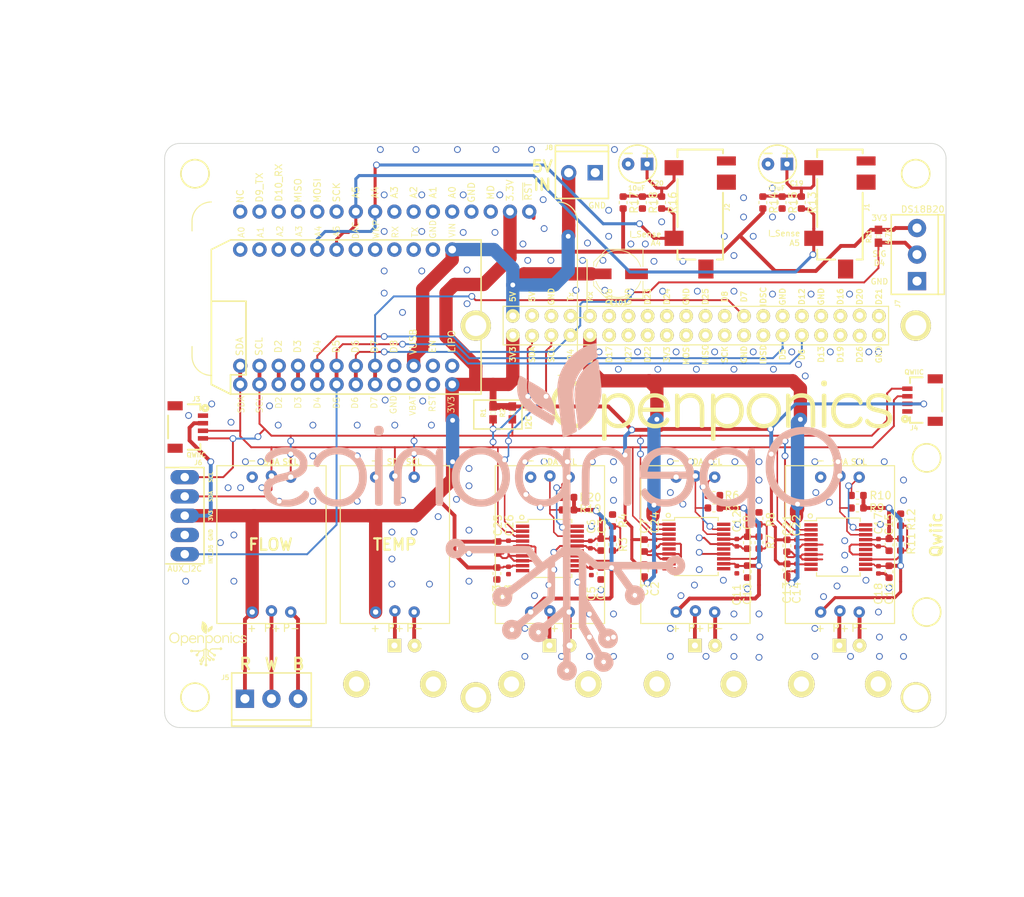
<source format=kicad_pcb>
(kicad_pcb (version 20171130) (host pcbnew "(5.0.0-3-g5ebb6b6)")
  (title_block (title "Grove Monitoring System ") (date 2017-04-19) (rev 0.1) (company Openponics) (comment 1 "Joel Bartlett"))
  (layers (0 F.Cu signal) (31 B.Cu signal) (34 B.Paste user) (35 F.Paste user) (36 B.SilkS user) (37 F.SilkS user) (38 B.Mask user) (39 F.Mask user) (44 Edge.Cuts user))
  (net 0 "")
  (net 1 GND)
  (net 2 "Net-(P401-Pad1)")
  (net 3 "Net-(P401-Pad2)")
  (net 4 +3V3)
  (net 5 "Net-(P1-Pad1)")
  (net 6 "Net-(P1-Pad2)")
  (net 7 "Net-(P2-Pad1)")
  (net 8 "Net-(P2-Pad2)")
  (net 9 VCC_ISO1)
  (net 10 VCC_ISO2)
  (net 11 GND_ISO1)
  (net 12 GND_ISO2)
  (net 13 /ADM3260_ISO_1/SDA_ISO)
  (net 14 /ADM3260_ISO_1/SCL_ISO)
  (net 15 /ADM3260_ISO_1/VSEL)
  (net 16 /ADM3260_ISO_2/SDA_ISO)
  (net 17 /ADM3260_ISO_2/SCL_ISO)
  (net 18 /ADM3260_ISO_2/VSEL)
  (net 19 VCC_ISO3)
  (net 20 GND_ISO3)
  (net 21 "Net-(P3-Pad1)")
  (net 22 "Net-(P3-Pad2)")
  (net 23 /ADM3260_ISO_3/SDA_ISO)
  (net 24 /ADM3260_ISO_3/SCL_ISO)
  (net 25 /ADM3260_ISO_3/VSEL)
  (net 26 "Net-(C19-Pad1)")
  (net 27 "Net-(C20-Pad1)")
  (net 28 SDA)
  (net 29 SCL)
  (net 30 /PROBE)
  (net 31 /P_GND)
  (net 32 D2)
  (net 33 D3)
  (net 34 D4)
  (net 35 D5)
  (net 36 D6)
  (net 37 D7)
  (net 38 +5V)
  (net 39 A5)
  (net 40 A4)
  (module Capacitors:PANASONIC_D (layer F.Cu) (at 116.84 100.203 180)
    (fp_text reference C101 (at 0 -3.81 180) (layer F.SilkS) (effects (font (size 0.6096 0.6096) (thickness 0.127))))
    (fp_text value 470µF hide)
    (pad 2 smd rect (at -2.39776 0 180) (size 2.99974 1.39954) (layers F.Cu F.Paste F.Mask) (net 1 GND))
    (pad 1 smd rect (at 2.39776 0 180) (size 2.99974 1.39954) (layers F.Cu F.Paste F.Mask) (net 38 +5V))
  )
  (module Openponics_Templates:Particle_Mesh (layer F.Cu) (at 60.65 90.73 270)
    (fp_text reference U1 hide)
    (fp_text value PARTICLE_MESH hide)
    (fp_text user MD (at -1.27 -39.37 270) (layer F.SilkS) (effects (font (size 0.889 0.889) (thickness 0.127))))
    (fp_text user GND (at -1.27 -36.83 270) (layer F.SilkS) (effects (font (size 0.889 0.889) (thickness 0.127))))
    (fp_text user ~RST (at -1.397 -44.323 270) (layer F.SilkS) (effects (font (size 0.889 0.889) (thickness 0.127))))
    (fp_text user A0 (at -1.27 -34.29 270) (layer F.SilkS) (effects (font (size 0.889 0.889) (thickness 0.127))))
    (fp_text user A1 (at -1.27 -31.75 270) (layer F.SilkS) (effects (font (size 0.889 0.889) (thickness 0.127))))
    (fp_text user A2 (at -1.27 -29.21 270) (layer F.SilkS) (effects (font (size 0.889 0.889) (thickness 0.127))))
    (fp_text user A3 (at -1.27 -26.67 270) (layer F.SilkS) (effects (font (size 0.889 0.889) (thickness 0.127))))
    (fp_text user A4 (at -1.27 -24.13 270) (layer F.SilkS) (effects (font (size 0.889 0.889) (thickness 0.127))))
    (fp_text user A5 (at -1.27 -21.59 270) (layer F.SilkS) (effects (font (size 0.889 0.889) (thickness 0.127))))
    (fp_text user D10_RX (at -2.54 -11.43 270) (layer F.SilkS) (effects (font (size 0.889 0.889) (thickness 0.127))))
    (fp_text user D7 (at 19.05 -24.0665 270) (layer F.SilkS) (effects (font (size 0.889 0.889) (thickness 0.127))))
    (fp_text user LIPO (at 18.3769 -34.2265 270) (layer F.SilkS) (effects (font (size 0.889 0.889) (thickness 0.127))))
    (fp_text user D8 (at 19.05 -26.60396 270) (layer F.SilkS) (effects (font (size 0.889 0.889) (thickness 0.127))))
    (fp_text user VUSB (at 18.4277 -29.1465 270) (layer F.SilkS) (effects (font (size 0.889 0.889) (thickness 0.127))))
    (fp_text user EN (at 19.05 -31.6865 270) (layer F.SilkS) (effects (font (size 0.889 0.889) (thickness 0.127))))
    (fp_text user D6 (at 19.05 -21.5265 270) (layer F.SilkS) (effects (font (size 0.889 0.889) (thickness 0.127))))
    (fp_text user D5 (at 19.05 -18.9865 270) (layer F.SilkS) (effects (font (size 0.889 0.889) (thickness 0.127))))
    (fp_text user D4 (at 19.05 -16.51 270) (layer F.SilkS) (effects (font (size 0.889 0.889) (thickness 0.127))))
    (fp_text user D3 (at 19.05 -13.90396 270) (layer F.SilkS) (effects (font (size 0.889 0.889) (thickness 0.127))))
    (fp_text user D2 (at 19.05 -11.3665 270) (layer F.SilkS) (effects (font (size 0.889 0.889) (thickness 0.127))))
    (fp_text user SCL (at 19.05 -8.8265 270) (layer F.SilkS) (effects (font (size 0.889 0.889) (thickness 0.127))))
    (fp_text user SDA (at 19.05 -6.2865 270) (layer F.SilkS) (effects (font (size 0.889 0.889) (thickness 0.127))))
    (fp_text user MOSI (at -1.524 -16.51 270) (layer F.SilkS) (effects (font (size 0.889 0.889) (thickness 0.127))))
    (fp_text user MISO (at -1.524 -13.97 270) (layer F.SilkS) (effects (font (size 0.889 0.889) (thickness 0.127))))
    (fp_text user D9_TX (at -1.905 -8.89 270) (layer F.SilkS) (effects (font (size 0.889 0.889) (thickness 0.127))))
    (fp_text user NC (at -0.762 -6.35 270) (layer F.SilkS) (effects (font (size 0.889 0.889) (thickness 0.127))))
    (fp_text user SCK (at -1.27 -19.05 270) (layer F.SilkS) (effects (font (size 0.889 0.889) (thickness 0.127))))
    (fp_text user 3.3V (at -1.524 -41.91 270) (layer F.SilkS) (effects (font (size 0.889 0.889) (thickness 0.127))))
    (pad 16 thru_hole circle (at 1.27 -6.35 270) (size 1.8796 1.8796) (drill 1.016) (layers *.Cu *.Mask))
    (pad 15 thru_hole circle (at 1.27 -8.89 270) (size 1.8796 1.8796) (drill 1.016) (layers *.Cu *.Mask))
    (pad 14 thru_hole circle (at 1.27 -11.43 270) (size 1.8796 1.8796) (drill 1.016) (layers *.Cu *.Mask))
    (pad 13 thru_hole circle (at 1.27 -13.97 270) (size 1.8796 1.8796) (drill 1.016) (layers *.Cu *.Mask))
    (pad 12 thru_hole circle (at 1.27 -16.51 270) (size 1.8796 1.8796) (drill 1.016) (layers *.Cu *.Mask))
    (pad 11 thru_hole circle (at 1.27 -19.05) (size 1.8796 1.8796) (drill 1.016) (layers *.Cu *.Mask))
    (pad 10 thru_hole circle (at 1.27 -21.59 270) (size 1.8796 1.8796) (drill 1.016) (layers *.Cu *.Mask) (net 39 A5))
    (pad 9 thru_hole circle (at 1.27 -24.13 270) (size 1.8796 1.8796) (drill 1.016) (layers *.Cu *.Mask) (net 40 A4))
    (pad 8 thru_hole circle (at 1.27 -26.67 270) (size 1.8796 1.8796) (drill 1.016) (layers *.Cu *.Mask))
    (pad 7 thru_hole circle (at 1.27 -29.21 270) (size 1.8796 1.8796) (drill 1.016) (layers *.Cu *.Mask))
    (pad 6 thru_hole circle (at 1.27 -31.75 270) (size 1.8796 1.8796) (drill 1.016) (layers *.Cu *.Mask))
    (pad 5 thru_hole circle (at 1.27 -34.29 270) (size 1.8796 1.8796) (drill 1.016) (layers *.Cu *.Mask))
    (pad 4 thru_hole circle (at 1.27 -36.83 270) (size 1.8796 1.8796) (drill 1.016) (layers *.Cu *.Mask) (net 1 GND))
    (pad 3 thru_hole circle (at 1.27 -39.37 270) (size 1.8796 1.8796) (drill 1.016) (layers *.Cu *.Mask))
    (pad 2 thru_hole circle (at 1.27 -41.91 270) (size 1.8796 1.8796) (drill 1.016) (layers *.Cu *.Mask) (net 4 +3V3))
    (pad 1 thru_hole circle (at 1.27 -44.45 270) (size 1.8796 1.8796) (drill 1.016) (layers *.Cu *.Mask))
    (pad 28 thru_hole circle (at 21.59 -34.29 270) (size 1.8796 1.8796) (drill 1.016) (layers *.Cu *.Mask))
    (pad 27 thru_hole circle (at 21.59 -31.75 270) (size 1.8796 1.8796) (drill 1.016) (layers *.Cu *.Mask))
    (pad 26 thru_hole circle (at 21.59 -29.21 270) (size 1.8796 1.8796) (drill 1.016) (layers *.Cu *.Mask) (net 38 +5V))
    (pad 25 thru_hole circle (at 21.59 -26.67 270) (size 1.8796 1.8796) (drill 1.016) (layers *.Cu *.Mask))
    (pad 24 thru_hole circle (at 21.59 -24.13 270) (size 1.8796 1.8796) (drill 1.016) (layers *.Cu *.Mask) (net 37 D7))
    (pad 23 thru_hole circle (at 21.59 -21.59 270) (size 1.8796 1.8796) (drill 1.016) (layers *.Cu *.Mask) (net 36 D6))
    (pad 22 thru_hole circle (at 21.59 -19.05 270) (size 1.8796 1.8796) (drill 1.016) (layers *.Cu *.Mask) (net 35 D5))
    (pad 21 thru_hole circle (at 21.59 -16.51 270) (size 1.8796 1.8796) (drill 1.016) (layers *.Cu *.Mask) (net 34 D4))
    (pad 20 thru_hole circle (at 21.59 -13.97 270) (size 1.8796 1.8796) (drill 1.016) (layers *.Cu *.Mask) (net 33 D3))
    (pad 19 thru_hole circle (at 21.59 -11.43 270) (size 1.8796 1.8796) (drill 1.016) (layers *.Cu *.Mask) (net 32 D2))
    (pad 18 thru_hole circle (at 21.59 -8.89 270) (size 1.8796 1.8796) (drill 1.016) (layers *.Cu *.Mask) (net 29 SCL))
    (pad 17 thru_hole circle (at 21.59 -6.35 270) (size 1.8796 1.8796) (drill 1.016) (layers *.Cu *.Mask) (net 28 SDA))
  )
  (module Capacitors:CPOL-RADIAL-2.5MM-5MM (layer F.Cu) (at 137.81532 85.725)
    (fp_text reference C19 (at 2.51968 2.54) (layer F.SilkS) (effects (font (size 0.6096 0.6096) (thickness 0.127))))
    (fp_text value 10uF (at -0.127 3.175) (layer F.SilkS) (effects (font (size 0.6096 0.6096) (thickness 0.127))))
    (pad 2 thru_hole circle (at -1.24968 0) (size 1.651 1.651) (drill 0.6985) (layers *.Cu *.Mask) (net 1 GND))
    (pad 1 thru_hole rect (at 1.24968 0) (size 1.651 1.651) (drill 0.6985) (layers *.Cu *.Mask) (net 26 "Net-(C19-Pad1)"))
  )
  (module Capacitors:CPOL-RADIAL-2.5MM-5MM (layer F.Cu) (at 119.38 85.725)
    (fp_text reference C20 (at 2.54 2.54) (layer F.SilkS) (effects (font (size 0.6096 0.6096) (thickness 0.127))))
    (fp_text value 10uF (at -0.127 3.175) (layer F.SilkS) (effects (font (size 0.6096 0.6096) (thickness 0.127))))
    (pad 2 thru_hole circle (at -1.24968 0) (size 1.651 1.651) (drill 0.6985) (layers *.Cu *.Mask) (net 1 GND))
    (pad 1 thru_hole rect (at 1.24968 0) (size 1.651 1.651) (drill 0.6985) (layers *.Cu *.Mask) (net 27 "Net-(C20-Pad1)"))
  )
  (module Connectors:AUDIO-JACK-3.5MM-SMD (layer F.Cu) (at 146.05 83.82 270)
    (fp_text reference J1 (at 7.62 -3.556 270) (layer F.SilkS) (effects (font (size 0.6096 0.6096) (thickness 0.127))))
    (fp_text value AUDIO_JACK_3.5MM_SMD hide)
    (pad RING smd rect (at 4.29768 -3.44932 270) (size 1.99898 2.49936) (layers F.Cu F.Paste F.Mask))
    (pad RSH smd rect (at 1.4986 -3.44932 90) (size 1.19888 2.49936) (layers F.Cu F.Paste F.Mask))
    (pad SLEE smd rect (at 2.39776 3.44932 270) (size 1.99898 2.49936) (layers F.Cu F.Paste F.Mask) (net 26 "Net-(C19-Pad1)"))
    (pad TIP smd rect (at 11.69924 3.44932 270) (size 1.99898 2.49936) (layers F.Cu F.Paste F.Mask) (net 39 A5))
    (pad TSH smd rect (at 15.748 -0.7493) (size 1.99898 2.49936) (layers F.Cu F.Paste F.Mask))
    (pad "" np_thru_hole circle (at 3.49758 0 270) (size 1.99898 1.99898) (drill 1.99898) (layers *.Cu *.Mask))
    (pad "" np_thru_hole circle (at 10.49782 0 270) (size 1.99898 1.99898) (drill 1.99898) (layers *.Cu *.Mask))
  )
  (module Connectors:AUDIO-JACK-3.5MM-SMD (layer F.Cu) (at 127.635 83.82 270)
    (fp_text reference J2 (at 7.62 -3.556 270) (layer F.SilkS) (effects (font (size 0.6096 0.6096) (thickness 0.127))))
    (fp_text value AUDIO_JACK_3.5MM_SMD hide)
    (pad RING smd rect (at 4.29768 -3.44932 270) (size 1.99898 2.49936) (layers F.Cu F.Paste F.Mask))
    (pad RSH smd rect (at 1.4986 -3.44932 90) (size 1.19888 2.49936) (layers F.Cu F.Paste F.Mask))
    (pad SLEE smd rect (at 2.39776 3.44932 270) (size 1.99898 2.49936) (layers F.Cu F.Paste F.Mask) (net 27 "Net-(C20-Pad1)"))
    (pad TIP smd rect (at 11.69924 3.44932 270) (size 1.99898 2.49936) (layers F.Cu F.Paste F.Mask) (net 40 A4))
    (pad TSH smd rect (at 15.748 -0.7493) (size 1.99898 2.49936) (layers F.Cu F.Paste F.Mask))
    (pad "" np_thru_hole circle (at 3.49758 0 270) (size 1.99898 1.99898) (drill 1.99898) (layers *.Cu *.Mask))
    (pad "" np_thru_hole circle (at 10.49782 0 270) (size 1.99898 1.99898) (drill 1.99898) (layers *.Cu *.Mask))
  )
  (module Package_SO:SSOP-20_5.3x7.2mm_P0.65mm (layer F.Cu) (at 107.823 136.398)
    (fp_text reference U2 hide)
    (fp_text value ADM3260)
    (pad 1 smd rect (at -3.6 -2.925) (size 1.75 0.45) (layers F.Cu F.Paste F.Mask) (net 1 GND))
    (pad 2 smd rect (at -3.6 -2.275) (size 1.75 0.45) (layers F.Cu F.Paste F.Mask) (net 29 SCL))
    (pad 3 smd rect (at -3.6 -1.625) (size 1.75 0.45) (layers F.Cu F.Paste F.Mask) (net 28 SDA))
    (pad 4 smd rect (at -3.6 -0.975) (size 1.75 0.45) (layers F.Cu F.Paste F.Mask) (net 4 +3V3))
    (pad 5 smd rect (at -3.6 -0.325) (size 1.75 0.45) (layers F.Cu F.Paste F.Mask) (net 1 GND))
    (pad 6 smd rect (at -3.6 0.325) (size 1.75 0.45) (layers F.Cu F.Paste F.Mask))
    (pad 7 smd rect (at -3.6 0.975) (size 1.75 0.45) (layers F.Cu F.Paste F.Mask) (net 1 GND))
    (pad 8 smd rect (at -3.6 1.625) (size 1.75 0.45) (layers F.Cu F.Paste F.Mask) (net 1 GND))
    (pad 9 smd rect (at -3.6 2.275) (size 1.75 0.45) (layers F.Cu F.Paste F.Mask) (net 4 +3V3))
    (pad 10 smd rect (at -3.6 2.925) (size 1.75 0.45) (layers F.Cu F.Paste F.Mask) (net 1 GND))
    (pad 11 smd rect (at 3.6 2.925) (size 1.75 0.45) (layers F.Cu F.Paste F.Mask) (net 11 GND_ISO1))
    (pad 12 smd rect (at 3.6 2.275) (size 1.75 0.45) (layers F.Cu F.Paste F.Mask) (net 9 VCC_ISO1))
    (pad 13 smd rect (at 3.6 1.625) (size 1.75 0.45) (layers F.Cu F.Paste F.Mask) (net 15 /ADM3260_ISO_1/VSEL))
    (pad 14 smd rect (at 3.6 0.975) (size 1.75 0.45) (layers F.Cu F.Paste F.Mask) (net 11 GND_ISO1))
    (pad 15 smd rect (at 3.6 0.325) (size 1.75 0.45) (layers F.Cu F.Paste F.Mask))
    (pad 16 smd rect (at 3.6 -0.325) (size 1.75 0.45) (layers F.Cu F.Paste F.Mask) (net 11 GND_ISO1))
    (pad 17 smd rect (at 3.6 -0.975) (size 1.75 0.45) (layers F.Cu F.Paste F.Mask) (net 9 VCC_ISO1))
    (pad 18 smd rect (at 3.6 -1.625) (size 1.75 0.45) (layers F.Cu F.Paste F.Mask) (net 13 /ADM3260_ISO_1/SDA_ISO))
    (pad 19 smd rect (at 3.6 -2.275) (size 1.75 0.45) (layers F.Cu F.Paste F.Mask) (net 14 /ADM3260_ISO_1/SCL_ISO))
    (pad 20 smd rect (at 3.6 -2.925) (size 1.75 0.45) (layers F.Cu F.Paste F.Mask) (net 11 GND_ISO1))
  )
  (module Package_SO:SSOP-20_5.3x7.2mm_P0.65mm (layer F.Cu) (at 127.127 136.144)
    (fp_text reference U3 hide)
    (fp_text value ADM3260)
    (pad 20 smd rect (at 3.6 -2.925) (size 1.75 0.45) (layers F.Cu F.Paste F.Mask) (net 12 GND_ISO2))
    (pad 19 smd rect (at 3.6 -2.275) (size 1.75 0.45) (layers F.Cu F.Paste F.Mask) (net 17 /ADM3260_ISO_2/SCL_ISO))
    (pad 18 smd rect (at 3.6 -1.625) (size 1.75 0.45) (layers F.Cu F.Paste F.Mask) (net 16 /ADM3260_ISO_2/SDA_ISO))
    (pad 17 smd rect (at 3.6 -0.975) (size 1.75 0.45) (layers F.Cu F.Paste F.Mask) (net 10 VCC_ISO2))
    (pad 16 smd rect (at 3.6 -0.325) (size 1.75 0.45) (layers F.Cu F.Paste F.Mask) (net 12 GND_ISO2))
    (pad 15 smd rect (at 3.6 0.325) (size 1.75 0.45) (layers F.Cu F.Paste F.Mask))
    (pad 14 smd rect (at 3.6 0.975) (size 1.75 0.45) (layers F.Cu F.Paste F.Mask) (net 12 GND_ISO2))
    (pad 13 smd rect (at 3.6 1.625) (size 1.75 0.45) (layers F.Cu F.Paste F.Mask) (net 18 /ADM3260_ISO_2/VSEL))
    (pad 12 smd rect (at 3.6 2.275) (size 1.75 0.45) (layers F.Cu F.Paste F.Mask) (net 10 VCC_ISO2))
    (pad 11 smd rect (at 3.6 2.925) (size 1.75 0.45) (layers F.Cu F.Paste F.Mask) (net 12 GND_ISO2))
    (pad 10 smd rect (at -3.6 2.925) (size 1.75 0.45) (layers F.Cu F.Paste F.Mask) (net 1 GND))
    (pad 9 smd rect (at -3.6 2.275) (size 1.75 0.45) (layers F.Cu F.Paste F.Mask) (net 4 +3V3))
    (pad 8 smd rect (at -3.6 1.625) (size 1.75 0.45) (layers F.Cu F.Paste F.Mask) (net 1 GND))
    (pad 7 smd rect (at -3.6 0.975) (size 1.75 0.45) (layers F.Cu F.Paste F.Mask) (net 1 GND))
    (pad 6 smd rect (at -3.6 0.325) (size 1.75 0.45) (layers F.Cu F.Paste F.Mask))
    (pad 5 smd rect (at -3.6 -0.325) (size 1.75 0.45) (layers F.Cu F.Paste F.Mask) (net 1 GND))
    (pad 4 smd rect (at -3.6 -0.975) (size 1.75 0.45) (layers F.Cu F.Paste F.Mask) (net 4 +3V3))
    (pad 3 smd rect (at -3.6 -1.625) (size 1.75 0.45) (layers F.Cu F.Paste F.Mask) (net 28 SDA))
    (pad 2 smd rect (at -3.6 -2.275) (size 1.75 0.45) (layers F.Cu F.Paste F.Mask) (net 29 SCL))
    (pad 1 smd rect (at -3.6 -2.925) (size 1.75 0.45) (layers F.Cu F.Paste F.Mask) (net 1 GND))
  )
  (module Package_SO:SSOP-20_5.3x7.2mm_P0.65mm (layer F.Cu) (at 145.84 136.215)
    (fp_text reference U4 hide)
    (fp_text value ADM3260)
    (pad 20 smd rect (at 3.6 -2.925) (size 1.75 0.45) (layers F.Cu F.Paste F.Mask) (net 20 GND_ISO3))
    (pad 19 smd rect (at 3.6 -2.275) (size 1.75 0.45) (layers F.Cu F.Paste F.Mask) (net 24 /ADM3260_ISO_3/SCL_ISO))
    (pad 18 smd rect (at 3.6 -1.625) (size 1.75 0.45) (layers F.Cu F.Paste F.Mask) (net 23 /ADM3260_ISO_3/SDA_ISO))
    (pad 17 smd rect (at 3.6 -0.975) (size 1.75 0.45) (layers F.Cu F.Paste F.Mask) (net 19 VCC_ISO3))
    (pad 16 smd rect (at 3.6 -0.325) (size 1.75 0.45) (layers F.Cu F.Paste F.Mask) (net 20 GND_ISO3))
    (pad 15 smd rect (at 3.6 0.325) (size 1.75 0.45) (layers F.Cu F.Paste F.Mask))
    (pad 14 smd rect (at 3.6 0.975) (size 1.75 0.45) (layers F.Cu F.Paste F.Mask) (net 20 GND_ISO3))
    (pad 13 smd rect (at 3.6 1.625) (size 1.75 0.45) (layers F.Cu F.Paste F.Mask) (net 25 /ADM3260_ISO_3/VSEL))
    (pad 12 smd rect (at 3.6 2.275) (size 1.75 0.45) (layers F.Cu F.Paste F.Mask) (net 19 VCC_ISO3))
    (pad 11 smd rect (at 3.6 2.925) (size 1.75 0.45) (layers F.Cu F.Paste F.Mask) (net 20 GND_ISO3))
    (pad 10 smd rect (at -3.6 2.925) (size 1.75 0.45) (layers F.Cu F.Paste F.Mask) (net 1 GND))
    (pad 9 smd rect (at -3.6 2.275) (size 1.75 0.45) (layers F.Cu F.Paste F.Mask) (net 4 +3V3))
    (pad 8 smd rect (at -3.6 1.625) (size 1.75 0.45) (layers F.Cu F.Paste F.Mask) (net 1 GND))
    (pad 7 smd rect (at -3.6 0.975) (size 1.75 0.45) (layers F.Cu F.Paste F.Mask) (net 1 GND))
    (pad 6 smd rect (at -3.6 0.325) (size 1.75 0.45) (layers F.Cu F.Paste F.Mask))
    (pad 5 smd rect (at -3.6 -0.325) (size 1.75 0.45) (layers F.Cu F.Paste F.Mask) (net 1 GND))
    (pad 4 smd rect (at -3.6 -0.975) (size 1.75 0.45) (layers F.Cu F.Paste F.Mask) (net 4 +3V3))
    (pad 3 smd rect (at -3.6 -1.625) (size 1.75 0.45) (layers F.Cu F.Paste F.Mask) (net 28 SDA))
    (pad 2 smd rect (at -3.6 -2.275) (size 1.75 0.45) (layers F.Cu F.Paste F.Mask) (net 29 SCL))
    (pad 1 smd rect (at -3.6 -2.925) (size 1.75 0.45) (layers F.Cu F.Paste F.Mask) (net 1 GND))
  )
  (module Resistors:0603 (layer F.Cu) (at 100.33 118.53164 90)
    (fp_text reference R1 (at 0 -1.27 90) (layer F.SilkS) (effects (font (size 0.6096 0.6096) (thickness 0.127))))
    (fp_text value 4.7K hide)
    (pad 2 smd rect (at 0.84836 0 90) (size 1.09982 0.99822) (layers F.Cu F.Paste F.Mask) (net 4 +3V3))
    (pad 1 smd rect (at -0.84836 0 90) (size 1.09982 0.99822) (layers F.Cu F.Paste F.Mask) (net 28 SDA))
  )
  (module Resistors:0603 (layer F.Cu) (at 102.87 118.53164 90)
    (fp_text reference R2 (at 0 -1.27 90) (layer F.SilkS) (effects (font (size 0.6096 0.6096) (thickness 0.127))))
    (fp_text value 4.7K hide)
    (pad 2 smd rect (at 0.84836 0 90) (size 1.09982 0.99822) (layers F.Cu F.Paste F.Mask) (net 4 +3V3))
    (pad 1 smd rect (at -0.84836 0 90) (size 1.09982 0.99822) (layers F.Cu F.Paste F.Mask) (net 29 SCL))
  )
  (module Boards:PARTICLE_PHOTON (layer F.Cu) (at 80.97 105.89 270)
    (fp_text reference JP1 hide)
    (fp_text value PARTICLE_PHOTON hide)
    (fp_text user VIN (at -11.43 -13.97 90 unlocked) (layer F.SilkS) (effects (font (size 0.8128 0.8128) (thickness 0.1016))))
    (fp_text user GND (at -11.557 -11.43 90 unlocked) (layer F.SilkS) (effects (font (size 0.8128 0.8128) (thickness 0.1016))))
    (fp_text user TX (at -11.176 -9.0678 90 unlocked) (layer F.SilkS) (effects (font (size 0.8128 0.8128) (thickness 0.1016))))
    (fp_text user RX (at -11.176 -6.477 90 unlocked) (layer F.SilkS) (effects (font (size 0.8128 0.8128) (thickness 0.1016))))
    (fp_text user WKP (at -11.557 -3.937 90 unlocked) (layer F.SilkS) (effects (font (size 0.8128 0.8128) (thickness 0.1016))))
    (fp_text user DAC (at -11.43 -1.2446 90 unlocked) (layer F.SilkS) (effects (font (size 0.8128 0.8128) (thickness 0.1016))))
    (fp_text user A5 (at -11.303 1.27 90 unlocked) (layer F.SilkS) (effects (font (size 0.8128 0.8128) (thickness 0.1016))))
    (fp_text user A4 (at -11.303 3.683 90 unlocked) (layer F.SilkS) (effects (font (size 0.8128 0.8128) (thickness 0.1016))))
    (fp_text user A3 (at -11.303 6.223 90 unlocked) (layer F.SilkS) (effects (font (size 0.8128 0.8128) (thickness 0.1016))))
    (fp_text user A2 (at -11.303 8.73506 90 unlocked) (layer F.SilkS) (effects (font (size 0.8128 0.8128) (thickness 0.1016))))
    (fp_text user A1 (at -11.176 11.303 90 unlocked) (layer F.SilkS) (effects (font (size 0.8128 0.8128) (thickness 0.1016))))
    (fp_text user A0 (at -11.176 13.8176 90 unlocked) (layer F.SilkS) (effects (font (size 0.8128 0.8128) (thickness 0.1016))))
    (fp_text user 3V3 (at 11.557 -13.843 90 unlocked) (layer F.SilkS) (effects (font (size 0.8128 0.8128) (thickness 0.1016))))
    (fp_text user RST (at 11.43 -11.3538 90 unlocked) (layer F.SilkS) (effects (font (size 0.8128 0.8128) (thickness 0.1016))))
    (fp_text user VBAT (at 11.684 -8.763 90 unlocked) (layer F.SilkS) (effects (font (size 0.762 0.762) (thickness 0.1016))))
    (fp_text user GND (at 11.557 -6.223 90 unlocked) (layer F.SilkS) (effects (font (size 0.8128 0.8128) (thickness 0.1016))))
    (fp_text user D7 (at 11.303 -3.683 90 unlocked) (layer F.SilkS) (effects (font (size 0.8128 0.8128) (thickness 0.1016))))
    (fp_text user D6 (at 11.303 -1.143 90 unlocked) (layer F.SilkS) (effects (font (size 0.8128 0.8128) (thickness 0.1016))))
    (fp_text user D5 (at 11.303 1.27 90 unlocked) (layer F.SilkS) (effects (font (size 0.8128 0.8128) (thickness 0.1016))))
    (fp_text user D4 (at 11.303 3.81 90 unlocked) (layer F.SilkS) (effects (font (size 0.8128 0.8128) (thickness 0.1016))))
    (fp_text user D3 (at 11.303 6.35 90 unlocked) (layer F.SilkS) (effects (font (size 0.8128 0.8128) (thickness 0.1016))))
    (fp_text user D2 (at 11.303 8.89 90 unlocked) (layer F.SilkS) (effects (font (size 0.8128 0.8128) (thickness 0.1016))))
    (fp_text user SCL (at 11.557 11.43 90 unlocked) (layer F.SilkS) (effects (font (size 0.8128 0.8128) (thickness 0.1016))))
    (fp_text user SDA (at 11.557 13.843 90 unlocked) (layer F.SilkS) (effects (font (size 0.8128 0.8128) (thickness 0.1016))))
    (pad 1 thru_hole circle (at -8.89 -13.97 270) (size 1.905 1.905) (drill 1.016) (layers *.Cu *.Mask) (net 38 +5V))
    (pad 2 thru_hole circle (at -8.89 -11.43 270) (size 1.905 1.905) (drill 1.016) (layers *.Cu *.Mask) (net 1 GND))
    (pad 3 thru_hole circle (at -8.89 -8.89 270) (size 1.905 1.905) (drill 1.016) (layers *.Cu *.Mask))
    (pad 4 thru_hole circle (at -8.89 -6.35 270) (size 1.905 1.905) (drill 1.016) (layers *.Cu *.Mask))
    (pad 5 thru_hole circle (at -8.89 -3.81 270) (size 1.905 1.905) (drill 1.016) (layers *.Cu *.Mask))
    (pad 6 thru_hole circle (at -8.89 -1.27 270) (size 1.905 1.905) (drill 1.016) (layers *.Cu *.Mask))
    (pad 7 thru_hole circle (at -8.89 1.27 270) (size 1.905 1.905) (drill 1.016) (layers *.Cu *.Mask) (net 39 A5))
    (pad 8 thru_hole circle (at -8.89 3.81 270) (size 1.905 1.905) (drill 1.016) (layers *.Cu *.Mask) (net 40 A4))
    (pad 9 thru_hole circle (at -8.89 6.35 270) (size 1.905 1.905) (drill 1.016) (layers *.Cu *.Mask))
    (pad 10 thru_hole circle (at -8.89 8.89 270) (size 1.905 1.905) (drill 1.016) (layers *.Cu *.Mask))
    (pad 11 thru_hole circle (at -8.89 11.43 270) (size 1.905 1.905) (drill 1.016) (layers *.Cu *.Mask))
    (pad 12 thru_hole circle (at -8.89 13.97 270) (size 1.905 1.905) (drill 1.016) (layers *.Cu *.Mask))
    (pad 13 thru_hole circle (at 8.89 13.97 270) (size 1.905 1.905) (drill 1.016) (layers *.Cu *.Mask) (net 28 SDA))
    (pad 14 thru_hole circle (at 8.89 11.43 270) (size 1.905 1.905) (drill 1.016) (layers *.Cu *.Mask) (net 29 SCL))
    (pad 15 thru_hole circle (at 8.89 8.89 270) (size 1.905 1.905) (drill 1.016) (layers *.Cu *.Mask) (net 32 D2))
    (pad 16 thru_hole circle (at 8.89 6.35 270) (size 1.905 1.905) (drill 1.016) (layers *.Cu *.Mask) (net 33 D3))
    (pad 17 thru_hole circle (at 8.89 3.81 270) (size 1.905 1.905) (drill 1.016) (layers *.Cu *.Mask) (net 34 D4))
    (pad 18 thru_hole circle (at 8.89 1.27 270) (size 1.905 1.905) (drill 1.016) (layers *.Cu *.Mask) (net 35 D5))
    (pad 19 thru_hole circle (at 8.89 -1.27 270) (size 1.905 1.905) (drill 1.016) (layers *.Cu *.Mask) (net 36 D6))
    (pad 20 thru_hole circle (at 8.89 -3.81 270) (size 1.905 1.905) (drill 1.016) (layers *.Cu *.Mask) (net 37 D7))
    (pad 21 thru_hole circle (at 8.89 -6.35 270) (size 1.905 1.905) (drill 1.016) (layers *.Cu *.Mask) (net 1 GND))
    (pad 22 thru_hole circle (at 8.89 -8.89 270) (size 1.905 1.905) (drill 1.016) (layers *.Cu *.Mask))
    (pad 23 thru_hole circle (at 8.89 -11.43 270) (size 1.905 1.905) (drill 1.016) (layers *.Cu *.Mask))
    (pad 24 thru_hole circle (at 8.89 -13.97 270) (size 1.905 1.905) (drill 1.016) (layers *.Cu *.Mask) (net 4 +3V3))
  )
  (module temp_terminal:WL-PI_Board_no_outline (layer F.Cu) (at 127.0594 107.024)
    (fp_text reference PI_Board hide)
    (fp_text value VAL** hide)
    (pad "" thru_hole circle (at 29 49) (size 4 4) (drill 2.75) (layers *.Cu *.Mask F.SilkS))
    (pad "" thru_hole circle (at -29 49) (size 4 4) (drill 2.75) (layers *.Cu *.Mask F.SilkS))
    (pad "" thru_hole circle (at -29 0) (size 4 4) (drill 2.75) (layers *.Cu *.Mask F.SilkS))
    (pad "" thru_hole circle (at 29 0) (size 4 4) (drill 2.75) (layers *.Cu *.Mask F.SilkS))
  )
  (module MeowWolf_Hardware:STAND-OFF (layer F.Cu) (at 61.039 87.006)
    (fp_text reference H1 hide)
    (fp_text value STAND-OFF hide)
    (pad "" np_thru_hole circle (at 0 0) (size 3.302 3.302) (drill 3.302) (layers *.Cu *.Mask))
  )
  (module MeowWolf_Hardware:STAND-OFF (layer F.Cu) (at 61.039 156.006)
    (fp_text reference H2 hide)
    (fp_text value STAND-OFF hide)
    (pad "" np_thru_hole circle (at 0 0) (size 3.302 3.302) (drill 3.302) (layers *.Cu *.Mask))
  )
  (module MeowWolf_Hardware:STAND-OFF (layer F.Cu) (at 156.039 156.006)
    (fp_text reference H3 hide)
    (fp_text value STAND-OFF hide)
    (pad "" np_thru_hole circle (at 0 0) (size 3.302 3.302) (drill 3.302) (layers *.Cu *.Mask))
  )
  (module MeowWolf_Hardware:STAND-OFF (layer F.Cu) (at 156.039 87.006)
    (fp_text reference H4 hide)
    (fp_text value STAND-OFF hide)
    (pad "" np_thru_hole circle (at 0 0) (size 3.302 3.302) (drill 3.302) (layers *.Cu *.Mask))
  )
  (module Openponics_Devices:WL-EB08040502_snk (layer F.Cu) (at 107.823 154.274 180)
    (fp_text reference P1)
    (fp_text value BNC)
    (pad 2 thru_hole circle (at -2.6035 5.08 180) (size 1.8 1.8) (drill 0.8) (layers *.Cu *.Mask F.SilkS) (net 6 "Net-(P1-Pad2)"))
    (pad 1 thru_hole rect (at 0.0635 5.08 180) (size 1.8 1.8) (drill 0.8) (layers *.Cu *.Mask F.SilkS) (net 5 "Net-(P1-Pad1)"))
    (pad "" thru_hole circle (at 5.0635 0 180) (size 3.5 3.5) (drill 2) (layers *.Cu *.Mask F.SilkS))
    (pad "" thru_hole circle (at -5.0635 0 180) (size 3.5 3.5) (drill 2) (layers *.Cu *.Mask F.SilkS))
  )
  (module Openponics_Devices:WL-EB08040502_snk (layer F.Cu) (at 87.3894 154.274 180)
    (fp_text reference P401)
    (fp_text value BNC)
    (pad "" thru_hole circle (at -5.0635 0 180) (size 3.5 3.5) (drill 2) (layers *.Cu *.Mask F.SilkS))
    (pad "" thru_hole circle (at 5.0635 0 180) (size 3.5 3.5) (drill 2) (layers *.Cu *.Mask F.SilkS))
    (pad 1 thru_hole rect (at 0.0635 5.08 180) (size 1.8 1.8) (drill 0.8) (layers *.Cu *.Mask F.SilkS) (net 2 "Net-(P401-Pad1)"))
    (pad 2 thru_hole circle (at -2.6035 5.08 180) (size 1.8 1.8) (drill 0.8) (layers *.Cu *.Mask F.SilkS) (net 3 "Net-(P401-Pad2)"))
  )
  (module Openponics_Devices:WL-EB08040502_snk (layer F.Cu) (at 127 154.274 180)
    (fp_text reference P2)
    (fp_text value BNC)
    (pad "" thru_hole circle (at -5.0635 0 180) (size 3.5 3.5) (drill 2) (layers *.Cu *.Mask F.SilkS))
    (pad "" thru_hole circle (at 5.0635 0 180) (size 3.5 3.5) (drill 2) (layers *.Cu *.Mask F.SilkS))
    (pad 1 thru_hole rect (at 0.0635 5.08 180) (size 1.8 1.8) (drill 0.8) (layers *.Cu *.Mask F.SilkS) (net 7 "Net-(P2-Pad1)"))
    (pad 2 thru_hole circle (at -2.6035 5.08 180) (size 1.8 1.8) (drill 0.8) (layers *.Cu *.Mask F.SilkS) (net 8 "Net-(P2-Pad2)"))
  )
  (module Openponics_Devices:WL-EB08040502_snk (layer F.Cu) (at 146.0335 154.274 180)
    (fp_text reference P3)
    (fp_text value BNC)
    (pad "" thru_hole circle (at -5.0635 0 180) (size 3.5 3.5) (drill 2) (layers *.Cu *.Mask F.SilkS))
    (pad "" thru_hole circle (at 5.0635 0 180) (size 3.5 3.5) (drill 2) (layers *.Cu *.Mask F.SilkS))
    (pad 1 thru_hole rect (at 0.0635 5.08 180) (size 1.8 1.8) (drill 0.8) (layers *.Cu *.Mask F.SilkS) (net 21 "Net-(P3-Pad1)"))
    (pad 2 thru_hole circle (at -2.6035 5.08 180) (size 1.8 1.8) (drill 0.8) (layers *.Cu *.Mask F.SilkS) (net 22 "Net-(P3-Pad2)"))
  )
  (module Capacitor_SMD:C_0402_1005Metric (layer F.Cu) (at 121.666 138.938 270)
    (fp_text reference C2 (at 2.794 0 270) (layer F.SilkS))
    (fp_text value 0.1uF)
    (pad 2 smd roundrect (at 0.485 0 270) (size 0.59 0.64) (layers F.Cu F.Paste F.Mask) (net 1 GND))
    (pad 1 smd roundrect (at -0.485 0 270) (size 0.59 0.64) (layers F.Cu F.Paste F.Mask) (net 4 +3V3))
  )
  (module Capacitor_SMD:C_0402_1005Metric (layer F.Cu) (at 113.284 139.423 270)
    (fp_text reference C5 (at 2.921 0 270) (layer F.SilkS))
    (fp_text value 0.1uF)
    (pad 2 smd roundrect (at 0.485 0 270) (size 0.59 0.64) (layers F.Cu F.Paste F.Mask) (net 11 GND_ISO1))
    (pad 1 smd roundrect (at -0.485 0 270) (size 0.59 0.64) (layers F.Cu F.Paste F.Mask) (net 9 VCC_ISO1))
  )
  (module Capacitor_SMD:C_0402_1005Metric (layer F.Cu) (at 113.157 135.89 270)
    (fp_text reference C6 (at -2.39 -0.127 270) (layer F.SilkS))
    (fp_text value 0.1uF)
    (pad 1 smd roundrect (at -0.485 0 270) (size 0.59 0.64) (layers F.Cu F.Paste F.Mask) (net 9 VCC_ISO1))
    (pad 2 smd roundrect (at 0.485 0 270) (size 0.59 0.64) (layers F.Cu F.Paste F.Mask) (net 11 GND_ISO1))
  )
  (module Capacitor_SMD:C_0402_1005Metric (layer F.Cu) (at 102.362 139.296 270)
    (fp_text reference C8 (at 2.817 0 270) (layer F.SilkS))
    (fp_text value 0.1uF)
    (pad 1 smd roundrect (at -0.485 0 270) (size 0.59 0.64) (layers F.Cu F.Paste F.Mask) (net 4 +3V3))
    (pad 2 smd roundrect (at 0.485 0 270) (size 0.59 0.64) (layers F.Cu F.Paste F.Mask) (net 1 GND))
  )
  (module Capacitor_SMD:C_0402_1005Metric (layer F.Cu) (at 132.461 139.192 270)
    (fp_text reference C11 (at 3.302 0 270) (layer F.SilkS))
    (fp_text value 0.1uF)
    (pad 1 smd roundrect (at -0.485 0 270) (size 0.59 0.64) (layers F.Cu F.Paste F.Mask) (net 10 VCC_ISO2))
    (pad 2 smd roundrect (at 0.485 0 270) (size 0.59 0.64) (layers F.Cu F.Paste F.Mask) (net 12 GND_ISO2))
  )
  (module Capacitor_SMD:C_0402_1005Metric (layer F.Cu) (at 132.461 135.636 270)
    (fp_text reference C12 (at -2.794 0 270) (layer F.SilkS))
    (fp_text value 0.1uF)
    (pad 2 smd roundrect (at 0.485 0 270) (size 0.59 0.64) (layers F.Cu F.Paste F.Mask) (net 12 GND_ISO2))
    (pad 1 smd roundrect (at -0.485 0 270) (size 0.59 0.64) (layers F.Cu F.Paste F.Mask) (net 10 VCC_ISO2))
  )
  (module Capacitor_SMD:C_0402_1005Metric (layer F.Cu) (at 140.335 138.915 270)
    (fp_text reference C14 (at 3.325 0 270) (layer F.SilkS))
    (fp_text value 0.1uF)
    (pad 2 smd roundrect (at 0.485 0 270) (size 0.59 0.64) (layers F.Cu F.Paste F.Mask) (net 1 GND))
    (pad 1 smd roundrect (at -0.485 0 270) (size 0.59 0.64) (layers F.Cu F.Paste F.Mask) (net 4 +3V3))
  )
  (module Capacitor_SMD:C_0402_1005Metric (layer F.Cu) (at 151.13 135.636 270)
    (fp_text reference C17 (at -2.54 0 270) (layer F.SilkS))
    (fp_text value 0.1uF)
    (pad 1 smd roundrect (at -0.485 0 270) (size 0.59 0.64) (layers F.Cu F.Paste F.Mask) (net 19 VCC_ISO3))
    (pad 2 smd roundrect (at 0.485 0 270) (size 0.59 0.64) (layers F.Cu F.Paste F.Mask) (net 20 GND_ISO3))
  )
  (module Capacitor_SMD:C_0402_1005Metric (layer F.Cu) (at 151.13 139.215 270)
    (fp_text reference C18 (at 3.152 0 270) (layer F.SilkS))
    (fp_text value 0.1uF)
    (pad 2 smd roundrect (at 0.485 0 270) (size 0.59 0.64) (layers F.Cu F.Paste F.Mask) (net 20 GND_ISO3))
    (pad 1 smd roundrect (at -0.485 0 270) (size 0.59 0.64) (layers F.Cu F.Paste F.Mask) (net 19 VCC_ISO3))
  )
  (module Capacitor_SMD:C_0603_1608Metric (layer F.Cu) (at 120.269 139.319 270)
    (fp_text reference C1 (at 2.413 0 270) (layer F.SilkS))
    (fp_text value 10uF)
    (pad 1 smd roundrect (at -0.7875 0 270) (size 0.875 0.95) (layers F.Cu F.Paste F.Mask) (net 4 +3V3))
    (pad 2 smd roundrect (at 0.7875 0 270) (size 0.875 0.95) (layers F.Cu F.Paste F.Mask) (net 1 GND))
  )
  (module Capacitor_SMD:C_0603_1608Metric (layer F.Cu) (at 114.554 135.89 270)
    (fp_text reference C3 (at -2.413 -0.127 270) (layer F.SilkS))
    (fp_text value 10uF)
    (pad 1 smd roundrect (at -0.7875 0 270) (size 0.875 0.95) (layers F.Cu F.Paste F.Mask) (net 9 VCC_ISO1))
    (pad 2 smd roundrect (at 0.7875 0 270) (size 0.875 0.95) (layers F.Cu F.Paste F.Mask) (net 11 GND_ISO1))
  )
  (module Capacitor_SMD:C_0603_1608Metric (layer F.Cu) (at 114.554 139.7 270)
    (fp_text reference C4 (at 2.54 0 270) (layer F.SilkS))
    (fp_text value 10uF)
    (pad 2 smd roundrect (at 0.7875 0 270) (size 0.875 0.95) (layers F.Cu F.Paste F.Mask) (net 11 GND_ISO1))
    (pad 1 smd roundrect (at -0.7875 0 270) (size 0.875 0.95) (layers F.Cu F.Paste F.Mask) (net 9 VCC_ISO1))
  )
  (module Capacitor_SMD:C_0603_1608Metric (layer F.Cu) (at 120.269 136.017 270)
    (fp_text reference C7 (at -2.54 0 270) (layer F.SilkS))
    (fp_text value 10uF)
    (pad 2 smd roundrect (at 0.7875 0 270) (size 0.875 0.95) (layers F.Cu F.Paste F.Mask) (net 1 GND))
    (pad 1 smd roundrect (at -0.7875 0 270) (size 0.875 0.95) (layers F.Cu F.Paste F.Mask) (net 4 +3V3))
  )
  (module Capacitor_SMD:C_0603_1608Metric (layer F.Cu) (at 133.858 135.636 270)
    (fp_text reference C9 (at -2.667 0 270) (layer F.SilkS))
    (fp_text value 10uF)
    (pad 2 smd roundrect (at 0.7875 0 270) (size 0.875 0.95) (layers F.Cu F.Paste F.Mask) (net 12 GND_ISO2))
    (pad 1 smd roundrect (at -0.7875 0 270) (size 0.875 0.95) (layers F.Cu F.Paste F.Mask) (net 10 VCC_ISO2))
  )
  (module Capacitor_SMD:C_0603_1608Metric (layer F.Cu) (at 133.858 139.446 270)
    (fp_text reference C10 (at 2.9465 0 270) (layer F.SilkS))
    (fp_text value 10uF)
    (pad 2 smd roundrect (at 0.7875 0 270) (size 0.875 0.95) (layers F.Cu F.Paste F.Mask) (net 12 GND_ISO2))
    (pad 1 smd roundrect (at -0.7875 0 270) (size 0.875 0.95) (layers F.Cu F.Paste F.Mask) (net 10 VCC_ISO2))
  )
  (module Capacitor_SMD:C_0603_1608Metric (layer F.Cu) (at 139.065 139.2175 270)
    (fp_text reference C13 (at 3.0225 0 270) (layer F.SilkS))
    (fp_text value 10uF)
    (pad 1 smd roundrect (at -0.7875 0 270) (size 0.875 0.95) (layers F.Cu F.Paste F.Mask) (net 4 +3V3))
    (pad 2 smd roundrect (at 0.7875 0 270) (size 0.875 0.95) (layers F.Cu F.Paste F.Mask) (net 1 GND))
  )
  (module Capacitor_SMD:C_0603_1608Metric (layer F.Cu) (at 152.527 135.9155 270)
    (fp_text reference C15 (at -2.6925 0 270) (layer F.SilkS))
    (fp_text value 10uF)
    (pad 1 smd roundrect (at -0.7875 0 270) (size 0.875 0.95) (layers F.Cu F.Paste F.Mask) (net 19 VCC_ISO3))
    (pad 2 smd roundrect (at 0.7875 0 270) (size 0.875 0.95) (layers F.Cu F.Paste F.Mask) (net 20 GND_ISO3))
  )
  (module Capacitor_SMD:C_0603_1608Metric (layer F.Cu) (at 152.527 139.4715 270)
    (fp_text reference C16 (at 2.8955 0 270) (layer F.SilkS))
    (fp_text value 10uF)
    (pad 2 smd roundrect (at 0.7875 0 270) (size 0.875 0.95) (layers F.Cu F.Paste F.Mask) (net 20 GND_ISO3))
    (pad 1 smd roundrect (at -0.7875 0 270) (size 0.875 0.95) (layers F.Cu F.Paste F.Mask) (net 19 VCC_ISO3))
  )
  (module Capacitor_SMD:C_0603_1608Metric (layer F.Cu) (at 139.065 136.0425 270)
    (fp_text reference C21 (at -2.6925 0 270) (layer F.SilkS))
    (fp_text value 10uF)
    (pad 2 smd roundrect (at 0.7875 0 270) (size 0.875 0.95) (layers F.Cu F.Paste F.Mask) (net 1 GND))
    (pad 1 smd roundrect (at -0.7875 0 270) (size 0.875 0.95) (layers F.Cu F.Paste F.Mask) (net 4 +3V3))
  )
  (module Capacitor_SMD:C_0402_1005Metric (layer F.Cu) (at 140.335 135.74 270)
    (fp_text reference C22 (at -2.39 0 270) (layer F.SilkS))
    (fp_text value 0.1uF)
    (pad 2 smd roundrect (at 0.485 0 270) (size 0.59 0.64) (layers F.Cu F.Paste F.Mask) (net 1 GND))
    (pad 1 smd roundrect (at -0.485 0 270) (size 0.59 0.64) (layers F.Cu F.Paste F.Mask) (net 4 +3V3))
  )
  (module Capacitor_SMD:C_0603_1608Metric (layer F.Cu) (at 100.838 139.7 270)
    (fp_text reference C23 (at 2.921 0 270) (layer F.SilkS))
    (fp_text value 10uF)
    (pad 2 smd roundrect (at 0.7875 0 270) (size 0.875 0.95) (layers F.Cu F.Paste F.Mask) (net 1 GND))
    (pad 1 smd roundrect (at -0.7875 0 270) (size 0.875 0.95) (layers F.Cu F.Paste F.Mask) (net 4 +3V3))
  )
  (module Capacitor_SMD:C_0402_1005Metric (layer F.Cu) (at 121.666 135.74 270)
    (fp_text reference C24 (at -2.771 0 270) (layer F.SilkS))
    (fp_text value 0.1uF)
    (pad 1 smd roundrect (at -0.485 0 270) (size 0.59 0.64) (layers F.Cu F.Paste F.Mask) (net 4 +3V3))
    (pad 2 smd roundrect (at 0.485 0 270) (size 0.59 0.64) (layers F.Cu F.Paste F.Mask) (net 1 GND))
  )
  (module Capacitor_SMD:C_0603_1608Metric (layer F.Cu) (at 100.965 136.271 270)
    (fp_text reference C25 (at -2.921 0 270) (layer F.SilkS))
    (fp_text value 10uF)
    (pad 2 smd roundrect (at 0.7875 0 270) (size 0.875 0.95) (layers F.Cu F.Paste F.Mask) (net 1 GND))
    (pad 1 smd roundrect (at -0.7875 0 270) (size 0.875 0.95) (layers F.Cu F.Paste F.Mask) (net 4 +3V3))
  )
  (module Capacitor_SMD:C_0402_1005Metric (layer F.Cu) (at 102.362 135.867 270)
    (fp_text reference C26 (at -2.517 -0.127 270) (layer F.SilkS))
    (fp_text value 0.1uF)
    (pad 2 smd roundrect (at 0.485 0 270) (size 0.59 0.64) (layers F.Cu F.Paste F.Mask) (net 1 GND))
    (pad 1 smd roundrect (at -0.485 0 270) (size 0.59 0.64) (layers F.Cu F.Paste F.Mask) (net 4 +3V3))
  )
  (module Resistor_SMD:R_0603_1608Metric (layer F.Cu) (at 116.078 135.89 270)
    (fp_text reference R3 (at 0 -1.397 270) (layer F.SilkS))
    (fp_text value 16.9K)
    (pad 1 smd roundrect (at -0.7875 0 270) (size 0.875 0.95) (layers F.Cu F.Paste F.Mask) (net 9 VCC_ISO1))
    (pad 2 smd roundrect (at 0.7875 0 270) (size 0.875 0.95) (layers F.Cu F.Paste F.Mask) (net 15 /ADM3260_ISO_1/VSEL))
  )
  (module Resistor_SMD:R_0603_1608Metric (layer F.Cu) (at 116.078 132.715 90)
    (fp_text reference R4 (at 0 1.397 90) (layer F.SilkS))
    (fp_text value 10K)
    (pad 2 smd roundrect (at 0.7875 0 90) (size 0.875 0.95) (layers F.Cu F.Paste F.Mask) (net 11 GND_ISO1))
    (pad 1 smd roundrect (at -0.7875 0 90) (size 0.875 0.95) (layers F.Cu F.Paste F.Mask) (net 15 /ADM3260_ISO_1/VSEL))
  )
  (module Resistor_SMD:R_0603_1608Metric (layer F.Cu) (at 129.4385 131.064 180)
    (fp_text reference R5 (at -2.3875 0.127 180) (layer F.SilkS))
    (fp_text value 4.7K)
    (pad 2 smd roundrect (at 0.7875 0 180) (size 0.875 0.95) (layers F.Cu F.Paste F.Mask) (net 16 /ADM3260_ISO_2/SDA_ISO))
    (pad 1 smd roundrect (at -0.7875 0 180) (size 0.875 0.95) (layers F.Cu F.Paste F.Mask) (net 10 VCC_ISO2))
  )
  (module Resistor_SMD:R_0603_1608Metric (layer F.Cu) (at 129.4385 129.413 180)
    (fp_text reference R6 (at -2.3875 0 180) (layer F.SilkS))
    (fp_text value 4.7K)
    (pad 2 smd roundrect (at 0.7875 0 180) (size 0.875 0.95) (layers F.Cu F.Paste F.Mask) (net 17 /ADM3260_ISO_2/SCL_ISO))
    (pad 1 smd roundrect (at -0.7875 0 180) (size 0.875 0.95) (layers F.Cu F.Paste F.Mask) (net 10 VCC_ISO2))
  )
  (module Resistor_SMD:R_0603_1608Metric (layer F.Cu) (at 135.382 135.636 270)
    (fp_text reference R7 (at -0.127 -1.524 270) (layer F.SilkS))
    (fp_text value 16.9K)
    (pad 1 smd roundrect (at -0.7875 0 270) (size 0.875 0.95) (layers F.Cu F.Paste F.Mask) (net 10 VCC_ISO2))
    (pad 2 smd roundrect (at 0.7875 0 270) (size 0.875 0.95) (layers F.Cu F.Paste F.Mask) (net 18 /ADM3260_ISO_2/VSEL))
  )
  (module Resistor_SMD:R_0603_1608Metric (layer F.Cu) (at 135.382 132.4355 90)
    (fp_text reference R8 (at -0.1525 1.524 90) (layer F.SilkS))
    (fp_text value 10K)
    (pad 2 smd roundrect (at 0.7875 0 90) (size 0.875 0.95) (layers F.Cu F.Paste F.Mask) (net 12 GND_ISO2))
    (pad 1 smd roundrect (at -0.7875 0 90) (size 0.875 0.95) (layers F.Cu F.Paste F.Mask) (net 18 /ADM3260_ISO_2/VSEL))
  )
  (module Resistor_SMD:R_0603_1608Metric (layer F.Cu) (at 148.3615 131.064 180)
    (fp_text reference R9 (at -2.54 0) (layer F.SilkS))
    (fp_text value 4.7K)
    (pad 2 smd roundrect (at 0.7875 0 180) (size 0.875 0.95) (layers F.Cu F.Paste F.Mask) (net 23 /ADM3260_ISO_3/SDA_ISO))
    (pad 1 smd roundrect (at -0.7875 0 180) (size 0.875 0.95) (layers F.Cu F.Paste F.Mask) (net 19 VCC_ISO3))
  )
  (module Resistor_SMD:R_0603_1608Metric (layer F.Cu) (at 148.3615 129.413 180)
    (fp_text reference R10 (at -3.048 0 180) (layer F.SilkS))
    (fp_text value 4.7K)
    (pad 1 smd roundrect (at -0.7875 0 180) (size 0.875 0.95) (layers F.Cu F.Paste F.Mask) (net 19 VCC_ISO3))
    (pad 2 smd roundrect (at 0.7875 0 180) (size 0.875 0.95) (layers F.Cu F.Paste F.Mask) (net 24 /ADM3260_ISO_3/SCL_ISO))
  )
  (module Resistor_SMD:R_0603_1608Metric (layer F.Cu) (at 154.051 135.89 270)
    (fp_text reference R11 (at -0.127 -1.397 270) (layer F.SilkS))
    (fp_text value 16.9K)
    (pad 2 smd roundrect (at 0.7875 0 270) (size 0.875 0.95) (layers F.Cu F.Paste F.Mask) (net 25 /ADM3260_ISO_3/VSEL))
    (pad 1 smd roundrect (at -0.7875 0 270) (size 0.875 0.95) (layers F.Cu F.Paste F.Mask) (net 19 VCC_ISO3))
  )
  (module Resistor_SMD:R_0603_1608Metric (layer F.Cu) (at 154.051 132.6135 90)
    (fp_text reference R12 (at 0.0255 1.397 90) (layer F.SilkS))
    (fp_text value 10K)
    (pad 2 smd roundrect (at 0.7875 0 90) (size 0.875 0.95) (layers F.Cu F.Paste F.Mask) (net 20 GND_ISO3))
    (pad 1 smd roundrect (at -0.7875 0 90) (size 0.875 0.95) (layers F.Cu F.Paste F.Mask) (net 25 /ADM3260_ISO_3/VSEL))
  )
  (module Resistor_SMD:R_0603_1608Metric (layer F.Cu) (at 140.97 90.805 270)
    (fp_text reference R13 (at 0 -1.43 270) (layer F.SilkS))
    (fp_text value 100)
    (pad 1 smd roundrect (at -0.7875 0 270) (size 0.875 0.95) (layers F.Cu F.Paste F.Mask) (net 26 "Net-(C19-Pad1)"))
    (pad 2 smd roundrect (at 0.7875 0 270) (size 0.875 0.95) (layers F.Cu F.Paste F.Mask) (net 39 A5))
  )
  (module Resistor_SMD:R_0603_1608Metric (layer F.Cu) (at 135.89 90.805 270)
    (fp_text reference R14 (at 0 -1.43 270) (layer F.SilkS))
    (fp_text value 10k)
    (pad 1 smd roundrect (at -0.7875 0 270) (size 0.875 0.95) (layers F.Cu F.Paste F.Mask) (net 26 "Net-(C19-Pad1)"))
    (pad 2 smd roundrect (at 0.7875 0 270) (size 0.875 0.95) (layers F.Cu F.Paste F.Mask) (net 4 +3V3))
  )
  (module Resistor_SMD:R_0603_1608Metric (layer F.Cu) (at 138.43 90.805 270)
    (fp_text reference R15 (at 0 -1.43 270) (layer F.SilkS))
    (fp_text value 10k)
    (pad 1 smd roundrect (at -0.7875 0 270) (size 0.875 0.95) (layers F.Cu F.Paste F.Mask) (net 26 "Net-(C19-Pad1)"))
    (pad 2 smd roundrect (at 0.7875 0 270) (size 0.875 0.95) (layers F.Cu F.Paste F.Mask) (net 1 GND))
  )
  (module Resistor_SMD:R_0603_1608Metric (layer F.Cu) (at 122.555 90.805 270)
    (fp_text reference R16 (at 0 -1.43 270) (layer F.SilkS))
    (fp_text value 100)
    (pad 1 smd roundrect (at -0.7875 0 270) (size 0.875 0.95) (layers F.Cu F.Paste F.Mask) (net 27 "Net-(C20-Pad1)"))
    (pad 2 smd roundrect (at 0.7875 0 270) (size 0.875 0.95) (layers F.Cu F.Paste F.Mask) (net 40 A4))
  )
  (module Resistor_SMD:R_0603_1608Metric (layer F.Cu) (at 117.475 90.805 270)
    (fp_text reference R17 (at 0 -1.43 270) (layer F.SilkS))
    (fp_text value 10k hide)
    (pad 2 smd roundrect (at 0.7875 0 270) (size 0.875 0.95) (layers F.Cu F.Paste F.Mask) (net 4 +3V3))
    (pad 1 smd roundrect (at -0.7875 0 270) (size 0.875 0.95) (layers F.Cu F.Paste F.Mask) (net 27 "Net-(C20-Pad1)"))
  )
  (module Resistor_SMD:R_0603_1608Metric (layer F.Cu) (at 120.015 90.805 270)
    (fp_text reference R18 (at 0 -1.43 270) (layer F.SilkS))
    (fp_text value 10k)
    (pad 1 smd roundrect (at -0.7875 0 270) (size 0.875 0.95) (layers F.Cu F.Paste F.Mask) (net 27 "Net-(C20-Pad1)"))
    (pad 2 smd roundrect (at 0.7875 0 270) (size 0.875 0.95) (layers F.Cu F.Paste F.Mask) (net 1 GND))
  )
  (module Resistor_SMD:R_0603_1608Metric (layer F.Cu) (at 110.2105 131.318 180)
    (fp_text reference R19 (at -2.9465 0.127 180) (layer F.SilkS))
    (fp_text value 4.7K)
    (pad 1 smd roundrect (at -0.7875 0 180) (size 0.875 0.95) (layers F.Cu F.Paste F.Mask) (net 9 VCC_ISO1))
    (pad 2 smd roundrect (at 0.7875 0 180) (size 0.875 0.95) (layers F.Cu F.Paste F.Mask) (net 13 /ADM3260_ISO_1/SDA_ISO))
  )
  (module Resistor_SMD:R_0603_1608Metric (layer F.Cu) (at 110.2105 129.667 180)
    (fp_text reference R20 (at -2.9465 0 180) (layer F.SilkS))
    (fp_text value 4.7K)
    (pad 2 smd roundrect (at 0.7875 0 180) (size 0.875 0.95) (layers F.Cu F.Paste F.Mask) (net 14 /ADM3260_ISO_1/SCL_ISO))
    (pad 1 smd roundrect (at -0.7875 0 180) (size 0.875 0.95) (layers F.Cu F.Paste F.Mask) (net 9 VCC_ISO1))
  )
  (module Openponics_Devices:ATLAS_STAMP_EZO (layer F.Cu) (at 107.823 135.89)
    (fp_text reference STP1)
    (fp_text value ATLAS_STAMP)
    (fp_text user + (at -2.6 11) (layer F.SilkS))
    (fp_text user P+ (at 0.1 11) (layer F.SilkS))
    (fp_text user P- (at 2.6 11) (layer F.SilkS))
    (fp_text user - (at -2.6 -11.1) (layer F.SilkS))
    (fp_text user SDA (at 0 -10.9) (layer F.SilkS) (effects (font (size 0.75 0.75))))
    (fp_text user SCL (at 2.5 -10.9) (layer F.SilkS) (effects (font (size 0.75 0.75))))
    (pad 1 thru_hole circle (at -2.54 -8.89) (size 1.5 1.5) (drill 0.7) (layers *.Cu *.Mask) (net 11 GND_ISO1))
    (pad 2 thru_hole circle (at 0 -9.0424) (size 1.5 1.5) (drill 0.7) (layers *.Cu *.Mask) (net 13 /ADM3260_ISO_1/SDA_ISO))
    (pad 3 thru_hole circle (at 2.54 -8.89) (size 1.5 1.5) (drill 0.7) (layers *.Cu *.Mask) (net 14 /ADM3260_ISO_1/SCL_ISO))
    (pad 4 thru_hole circle (at -2.54 8.89) (size 1.5 1.5) (drill 0.7) (layers *.Cu *.Mask) (net 9 VCC_ISO1))
    (pad 5 thru_hole circle (at 0 8.7376) (size 1.5 1.5) (drill 0.7) (layers *.Cu *.Mask) (net 5 "Net-(P1-Pad1)"))
    (pad 6 thru_hole circle (at 2.54 8.89) (size 1.5 1.5) (drill 0.7) (layers *.Cu *.Mask) (net 6 "Net-(P1-Pad2)"))
  )
  (module Openponics_Devices:ATLAS_STAMP_EZO (layer F.Cu) (at 127 135.89)
    (fp_text reference STP2)
    (fp_text value ATLAS_STAMP)
    (fp_text user + (at -2.6 11) (layer F.SilkS))
    (fp_text user P+ (at 0.1 11) (layer F.SilkS))
    (fp_text user P- (at 2.6 11) (layer F.SilkS))
    (fp_text user - (at -2.6 -11.1) (layer F.SilkS))
    (fp_text user SDA (at 0 -10.9) (layer F.SilkS) (effects (font (size 0.75 0.75))))
    (fp_text user SCL (at 2.5 -10.9) (layer F.SilkS) (effects (font (size 0.75 0.75))))
    (pad 1 thru_hole circle (at -2.54 -8.89) (size 1.5 1.5) (drill 0.7) (layers *.Cu *.Mask) (net 12 GND_ISO2))
    (pad 2 thru_hole circle (at 0 -9.0424) (size 1.5 1.5) (drill 0.7) (layers *.Cu *.Mask) (net 16 /ADM3260_ISO_2/SDA_ISO))
    (pad 3 thru_hole circle (at 2.54 -8.89) (size 1.5 1.5) (drill 0.7) (layers *.Cu *.Mask) (net 17 /ADM3260_ISO_2/SCL_ISO))
    (pad 4 thru_hole circle (at -2.54 8.89) (size 1.5 1.5) (drill 0.7) (layers *.Cu *.Mask) (net 10 VCC_ISO2))
    (pad 5 thru_hole circle (at 0 8.7376) (size 1.5 1.5) (drill 0.7) (layers *.Cu *.Mask) (net 7 "Net-(P2-Pad1)"))
    (pad 6 thru_hole circle (at 2.54 8.89) (size 1.5 1.5) (drill 0.7) (layers *.Cu *.Mask) (net 8 "Net-(P2-Pad2)"))
  )
  (module Openponics_Devices:ATLAS_STAMP_EZO (layer F.Cu) (at 146.05 135.89)
    (fp_text reference STP3)
    (fp_text value ATLAS_STAMP)
    (fp_text user + (at -2.6 11) (layer F.SilkS))
    (fp_text user P+ (at 0.1 11) (layer F.SilkS))
    (fp_text user P- (at 2.6 11) (layer F.SilkS))
    (fp_text user - (at -2.6 -11.1) (layer F.SilkS))
    (fp_text user SDA (at 0 -10.9) (layer F.SilkS) (effects (font (size 0.75 0.75))))
    (fp_text user SCL (at 2.5 -10.9) (layer F.SilkS) (effects (font (size 0.75 0.75))))
    (pad 1 thru_hole circle (at -2.54 -8.89) (size 1.5 1.5) (drill 0.7) (layers *.Cu *.Mask) (net 20 GND_ISO3))
    (pad 2 thru_hole circle (at 0 -9.0424) (size 1.5 1.5) (drill 0.7) (layers *.Cu *.Mask) (net 23 /ADM3260_ISO_3/SDA_ISO))
    (pad 3 thru_hole circle (at 2.54 -8.89) (size 1.5 1.5) (drill 0.7) (layers *.Cu *.Mask) (net 24 /ADM3260_ISO_3/SCL_ISO))
    (pad 4 thru_hole circle (at -2.54 8.89) (size 1.5 1.5) (drill 0.7) (layers *.Cu *.Mask) (net 19 VCC_ISO3))
    (pad 5 thru_hole circle (at 0 8.7376) (size 1.5 1.5) (drill 0.7) (layers *.Cu *.Mask) (net 21 "Net-(P3-Pad1)"))
    (pad 6 thru_hole circle (at 2.54 8.89) (size 1.5 1.5) (drill 0.7) (layers *.Cu *.Mask) (net 22 "Net-(P3-Pad2)"))
  )
  (module Openponics_Devices:ATLAS_STAMP_EZO (layer F.Cu) (at 87.3894 135.89)
    (fp_text reference STP401)
    (fp_text value ATLAS_STAMP)
    (fp_text user SCL (at 2.5 -10.9) (layer F.SilkS) (effects (font (size 0.75 0.75))))
    (fp_text user SDA (at 0 -10.9) (layer F.SilkS) (effects (font (size 0.75 0.75))))
    (fp_text user - (at -2.6 -11.1) (layer F.SilkS))
    (fp_text user P- (at 2.6 11) (layer F.SilkS))
    (fp_text user P+ (at 0.1 11) (layer F.SilkS))
    (fp_text user + (at -2.6 11) (layer F.SilkS))
    (pad 6 thru_hole circle (at 2.54 8.89) (size 1.5 1.5) (drill 0.7) (layers *.Cu *.Mask) (net 3 "Net-(P401-Pad2)"))
    (pad 5 thru_hole circle (at 0 8.7376) (size 1.5 1.5) (drill 0.7) (layers *.Cu *.Mask) (net 2 "Net-(P401-Pad1)"))
    (pad 4 thru_hole circle (at -2.54 8.89) (size 1.5 1.5) (drill 0.7) (layers *.Cu *.Mask) (net 4 +3V3))
    (pad 3 thru_hole circle (at 2.54 -8.89) (size 1.5 1.5) (drill 0.7) (layers *.Cu *.Mask) (net 29 SCL))
    (pad 2 thru_hole circle (at 0 -9.0424) (size 1.5 1.5) (drill 0.7) (layers *.Cu *.Mask) (net 28 SDA))
    (pad 1 thru_hole circle (at -2.54 -8.89) (size 1.5 1.5) (drill 0.7) (layers *.Cu *.Mask) (net 1 GND))
  )
  (module Openponics_Connectors:Qwiic_Connector (layer F.Cu) (at 62.09284 120.39092 270)
    (fp_text reference J3 (at -3.683 0.889) (layer F.SilkS) (effects (font (size 0.6096 0.6096) (thickness 0.127))))
    (fp_text value QWIIC (at 3.683 0.889) (layer F.SilkS) (effects (font (size 0.6096 0.6096) (thickness 0.127))))
    (pad NC2 smd rect (at -2.79908 3.67284 270) (size 1.19888 1.99898) (layers F.Cu F.Paste F.Mask))
    (pad NC1 smd rect (at 2.79908 3.67284 270) (size 1.19888 1.99898) (layers F.Cu F.Paste F.Mask))
    (pad 4 smd rect (at 1.4986 0 270) (size 0.59944 1.34874) (layers F.Cu F.Paste F.Mask) (net 29 SCL))
    (pad 3 smd rect (at 0.49784 0 270) (size 0.59944 1.34874) (layers F.Cu F.Paste F.Mask) (net 28 SDA))
    (pad 2 smd rect (at -0.49784 0 270) (size 0.59944 1.34874) (layers F.Cu F.Paste F.Mask) (net 4 +3V3))
    (pad 1 smd rect (at -1.4986 0 270) (size 0.59944 1.34874) (layers F.Cu F.Paste F.Mask) (net 1 GND))
  )
  (module Openponics_Connectors:Qwiic_Connector (layer F.Cu) (at 154.94 116.84 90)
    (fp_text reference J4 (at -3.683 0.889 180) (layer F.SilkS) (effects (font (size 0.6096 0.6096) (thickness 0.127))))
    (fp_text value QWIIC (at 3.683 0.889 180) (layer F.SilkS) (effects (font (size 0.6096 0.6096) (thickness 0.127))))
    (pad 1 smd rect (at -1.4986 0 90) (size 0.59944 1.34874) (layers F.Cu F.Paste F.Mask) (net 1 GND))
    (pad 2 smd rect (at -0.49784 0 90) (size 0.59944 1.34874) (layers F.Cu F.Paste F.Mask) (net 4 +3V3))
    (pad 3 smd rect (at 0.49784 0 90) (size 0.59944 1.34874) (layers F.Cu F.Paste F.Mask) (net 28 SDA))
    (pad 4 smd rect (at 1.4986 0 90) (size 0.59944 1.34874) (layers F.Cu F.Paste F.Mask) (net 29 SCL))
    (pad NC1 smd rect (at 2.79908 3.67284 90) (size 1.19888 1.99898) (layers F.Cu F.Paste F.Mask))
    (pad NC2 smd rect (at -2.79908 3.67284 90) (size 1.19888 1.99898) (layers F.Cu F.Paste F.Mask))
  )
  (module Connectors:SCREWTERMINAL-3.5MM-3 (layer F.Cu) (at 67.62242 156.21)
    (fp_text reference J5 (at -2.59842 -2.794) (layer F.SilkS) (effects (font (size 0.6096 0.6096) (thickness 0.127))))
    (fp_text value Conn_01x03 hide)
    (pad 1 thru_hole rect (at 0 0) (size 2.413 2.413) (drill 1.19888) (layers *.Cu *.Mask) (net 4 +3V3))
    (pad 2 thru_hole circle (at 3.49758 0) (size 2.413 2.413) (drill 1.19888) (layers *.Cu *.Mask) (net 30 /PROBE))
    (pad 3 thru_hole circle (at 6.9977 0) (size 2.413 2.413) (drill 1.19888) (layers *.Cu *.Mask) (net 31 /P_GND))
  )
  (module Connectors:1X05_LONGPADS (layer F.Cu) (at 59.69 137.16 90)
    (fp_text reference J6 (at 12.065 1.778 180) (layer F.SilkS) (effects (font (size 0.6096 0.6096) (thickness 0.127))))
    (fp_text value Conn_01x05 hide)
    (pad 1 thru_hole oval (at 0 0 270) (size 1.8796 3.7592) (drill 1.1176) (layers *.Cu *.Mask) (net 35 D5))
    (pad 2 thru_hole oval (at 2.54 0 270) (size 1.8796 3.7592) (drill 1.1176) (layers *.Cu *.Mask) (net 1 GND))
    (pad 3 thru_hole oval (at 5.08 0 270) (size 1.8796 3.7592) (drill 1.1176) (layers *.Cu *.Mask) (net 4 +3V3))
    (pad 4 thru_hole oval (at 7.62 0 270) (size 1.8796 3.7592) (drill 1.1176) (layers *.Cu *.Mask) (net 28 SDA))
    (pad 5 thru_hole oval (at 10.16 0 270) (size 1.8796 3.7592) (drill 1.1176) (layers *.Cu *.Mask) (net 29 SCL))
  )
  (module Openponics_Devices:ATLAS_STAMP_EZO (layer F.Cu) (at 71.12 135.89)
    (fp_text reference STP4)
    (fp_text value ATLAS_STAMP)
    (fp_text user SCL (at 2.5 -10.9) (layer F.SilkS) (effects (font (size 0.75 0.75))))
    (fp_text user SDA (at 0 -10.9) (layer F.SilkS) (effects (font (size 0.75 0.75))))
    (fp_text user - (at -2.6 -11.1) (layer F.SilkS))
    (fp_text user P- (at 2.6 11) (layer F.SilkS))
    (fp_text user P+ (at 0.1 11) (layer F.SilkS))
    (fp_text user + (at -2.6 11) (layer F.SilkS))
    (pad 6 thru_hole circle (at 2.54 8.89) (size 1.5 1.5) (drill 0.7) (layers *.Cu *.Mask) (net 31 /P_GND))
    (pad 5 thru_hole circle (at 0 8.7376) (size 1.5 1.5) (drill 0.7) (layers *.Cu *.Mask) (net 30 /PROBE))
    (pad 4 thru_hole circle (at -2.54 8.89) (size 1.5 1.5) (drill 0.7) (layers *.Cu *.Mask) (net 4 +3V3))
    (pad 3 thru_hole circle (at 2.54 -8.89) (size 1.5 1.5) (drill 0.7) (layers *.Cu *.Mask) (net 29 SCL))
    (pad 2 thru_hole circle (at 0 -9.0424) (size 1.5 1.5) (drill 0.7) (layers *.Cu *.Mask) (net 28 SDA))
    (pad 1 thru_hole circle (at -2.54 -8.89) (size 1.5 1.5) (drill 0.7) (layers *.Cu *.Mask) (net 1 GND))
  )
  (module MeowWolf_Hardware:STAND-OFF (layer F.Cu) (at 157.48 124.46 90)
    (fp_text reference H5 hide)
    (fp_text value STAND-OFF hide)
    (pad "" np_thru_hole circle (at 0 0 90) (size 3.302 3.302) (drill 3.302) (layers *.Cu *.Mask))
  )
  (module MeowWolf_Hardware:STAND-OFF (layer F.Cu) (at 157.48 144.78 90)
    (fp_text reference H6 hide)
    (fp_text value STAND-OFF hide)
    (pad "" np_thru_hole circle (at 0 0 90) (size 3.302 3.302) (drill 3.302) (layers *.Cu *.Mask))
  )
  (module Resistors:0603 (layer F.Cu) (at 151.13 95.25 90)
    (fp_text reference R21 (at 0 -1.27 90) (layer F.SilkS) (effects (font (size 0.6096 0.6096) (thickness 0.127))))
    (fp_text value 4.7K (at 0 1.27 90) (layer F.SilkS) (effects (font (size 0.6096 0.6096) (thickness 0.127))))
    (pad 1 smd rect (at -0.84836 0 90) (size 1.09982 0.99822) (layers F.Cu F.Paste F.Mask) (net 34 D4))
    (pad 2 smd rect (at 0.84836 0 90) (size 1.09982 0.99822) (layers F.Cu F.Paste F.Mask) (net 4 +3V3))
  )
  (module Connectors:SCREWTERMINAL-3.5MM-3 (layer F.Cu) (at 156.21 101.16058 90)
    (fp_text reference J7 (at -2.97942 -2.54 90) (layer F.SilkS) (effects (font (size 0.6096 0.6096) (thickness 0.127))))
    (fp_text value Conn_01x03 hide)
    (pad 1 thru_hole rect (at 0 0 90) (size 2.413 2.413) (drill 1.19888) (layers *.Cu *.Mask) (net 1 GND))
    (pad 2 thru_hole circle (at 3.49758 0 90) (size 2.413 2.413) (drill 1.19888) (layers *.Cu *.Mask) (net 34 D4))
    (pad 3 thru_hole circle (at 6.9977 0 90) (size 2.413 2.413) (drill 1.19888) (layers *.Cu *.Mask) (net 4 +3V3))
  )
  (module Connectors:SCREWTERMINAL-3.5MM-2 (layer F.Cu) (at 113.792 86.868 180)
    (fp_text reference J8 (at 6.096 3.302) (layer F.SilkS) (effects (font (size 0.6096 0.6096) (thickness 0.127))))
    (fp_text value Conn_01x02 hide)
    (pad 1 thru_hole rect (at 0 0 180) (size 2.032 2.032) (drill 1.19888) (layers *.Cu *.Mask) (net 1 GND))
    (pad 2 thru_hole circle (at 3.49758 0 180) (size 2.032 2.032) (drill 1.19888) (layers *.Cu *.Mask) (net 38 +5V))
  )
  (module Openponics_Templates:RasPi-40pin_Connector (layer F.Cu) (at 127.0594 107.024)
    (fp_text reference PI_BOARD101)
    (fp_text value RASPBERRY_PI_2)
    (fp_text user GND (at 11.43 -3.81 90) (layer F.SilkS) (effects (font (size 0.75 0.75))))
    (fp_text user GND (at 16.51 -3.81 90) (layer F.SilkS) (effects (font (size 0.75 0.75))))
    (fp_text user Rx (at -13.97 -3.81 90) (layer F.SilkS) (effects (font (size 0.75 0.75))))
    (fp_text user Tx (at -16.51 -3.81 90) (layer F.SilkS) (effects (font (size 0.75 0.75))))
    (fp_text user GND (at -8.89 -3.81 90) (layer F.SilkS) (effects (font (size 0.75 0.75))))
    (fp_text user GND (at -13.97 3.81 90) (layer F.SilkS) (effects (font (size 0.75 0.75))))
    (fp_text user SCL (at -19.05 3.81 90) (layer F.SilkS) (effects (font (size 0.75 0.75))))
    (fp_text user SDA (at -21.59 3.81 90) (layer F.SilkS) (effects (font (size 0.75 0.75))))
    (fp_text user GND (at -19.05 -3.81 90) (layer F.SilkS) (effects (font (size 0.75 0.75))))
    (fp_text user 5V (at -21.59 -3.81 90) (layer F.SilkS) (effects (font (size 0.75 0.75))))
    (fp_text user 5V (at -24.13 -3.81 90) (layer F.SilkS) (effects (font (size 0.75 0.75))))
    (fp_text user 3V3 (at -24.13 3.81 90) (layer F.SilkS) (effects (font (size 0.75 0.75))))
    (fp_text user GND (at -1.27 -3.81 90) (layer F.SilkS) (effects (font (size 0.75 0.75))))
    (fp_text user GND (at 6.35 3.81 90) (layer F.SilkS) (effects (font (size 0.75 0.75))))
    (fp_text user GND (at 24.13 3.81 90) (layer F.SilkS) (effects (font (size 0.75 0.75))))
    (fp_text user D4 (at -16.51 3.81 90) (layer F.SilkS) (effects (font (size 0.75 0.75))))
    (fp_text user D17 (at -11.43 3.81 90) (layer F.SilkS) (effects (font (size 0.75 0.75))))
    (fp_text user D27 (at -8.89 3.81 90) (layer F.SilkS) (effects (font (size 0.75 0.75))))
    (fp_text user D22 (at -6.35 3.81 90) (layer F.SilkS) (effects (font (size 0.75 0.75))))
    (fp_text user 3V3 (at -3.81 3.81 90) (layer F.SilkS) (effects (font (size 0.75 0.75))))
    (fp_text user MOSI (at -1.27 3.81 90) (layer F.SilkS) (effects (font (size 0.75 0.75))))
    (fp_text user MISO (at 1.27 3.81 90) (layer F.SilkS) (effects (font (size 0.75 0.75))))
    (fp_text user SCK (at 3.81 3.81 90) (layer F.SilkS) (effects (font (size 0.75 0.75))))
    (fp_text user IDSD (at 8.89 3.81 90) (layer F.SilkS) (effects (font (size 0.75 0.75))))
    (fp_text user D5 (at 11.43 3.81 90) (layer F.SilkS) (effects (font (size 0.75 0.75))))
    (fp_text user D6 (at 13.97 3.81 90) (layer F.SilkS) (effects (font (size 0.75 0.75))))
    (fp_text user D13 (at 16.51 3.81 90) (layer F.SilkS) (effects (font (size 0.75 0.75))))
    (fp_text user D19 (at 19.05 3.81 90) (layer F.SilkS) (effects (font (size 0.75 0.75))))
    (fp_text user D26 (at 21.59 3.81 90) (layer F.SilkS) (effects (font (size 0.75 0.75))))
    (fp_text user D21 (at 24.13 -3.81 90) (layer F.SilkS) (effects (font (size 0.75 0.75))))
    (fp_text user D20 (at 21.59 -3.81 90) (layer F.SilkS) (effects (font (size 0.75 0.75))))
    (fp_text user D16 (at 19.05 -3.81 90) (layer F.SilkS) (effects (font (size 0.75 0.75))))
    (fp_text user D12 (at 13.97 -3.81 90) (layer F.SilkS) (effects (font (size 0.75 0.75))))
    (fp_text user IDSC (at 8.89 -3.81 90) (layer F.SilkS) (effects (font (size 0.75 0.75))))
    (fp_text user D7 (at 6.35 -3.81 90) (layer F.SilkS) (effects (font (size 0.75 0.75))))
    (fp_text user D8 (at 3.81 -3.81 90) (layer F.SilkS) (effects (font (size 0.75 0.75))))
    (fp_text user D25 (at 1.27 -3.81 90) (layer F.SilkS) (effects (font (size 0.75 0.75))))
    (fp_text user D24 (at -3.81 -3.81 90) (layer F.SilkS) (effects (font (size 0.75 0.75))))
    (fp_text user D23 (at -6.35 -3.81 90) (layer F.SilkS) (effects (font (size 0.75 0.75))))
    (fp_text user D18 (at -11.43 -3.81 90) (layer F.SilkS) (effects (font (size 0.75 0.75))))
    (pad 40 thru_hole circle (at 24.13 -1.27 90) (size 1.8 1.8) (drill 0.9) (layers *.Cu *.Mask F.SilkS))
    (pad 39 thru_hole circle (at 24.13 1.27 90) (size 1.8 1.8) (drill 0.9) (layers *.Cu *.Mask F.SilkS) (net 1 GND))
    (pad 38 thru_hole circle (at 21.59 -1.3335 90) (size 1.8 1.8) (drill 0.9) (layers *.Cu *.Mask F.SilkS))
    (pad 37 thru_hole circle (at 21.59 1.3335 90) (size 1.8 1.8) (drill 0.9) (layers *.Cu *.Mask F.SilkS))
    (pad 36 thru_hole circle (at 19.05 -1.27 90) (size 1.8 1.8) (drill 0.9) (layers *.Cu *.Mask F.SilkS))
    (pad 35 thru_hole circle (at 19.05 1.27 90) (size 1.8 1.8) (drill 0.9) (layers *.Cu *.Mask F.SilkS))
    (pad 34 thru_hole circle (at 16.51 -1.27 90) (size 1.8 1.8) (drill 0.9) (layers *.Cu *.Mask F.SilkS) (net 1 GND))
    (pad 33 thru_hole circle (at 16.51 1.27 90) (size 1.8 1.8) (drill 0.9) (layers *.Cu *.Mask F.SilkS))
    (pad 32 thru_hole circle (at 13.97 -1.27 90) (size 1.8 1.8) (drill 0.9) (layers *.Cu *.Mask F.SilkS))
    (pad 31 thru_hole circle (at 13.97 1.27 90) (size 1.8 1.8) (drill 0.9) (layers *.Cu *.Mask F.SilkS) (net 36 D6))
    (pad 30 thru_hole circle (at 11.43 -1.27 90) (size 1.8 1.8) (drill 0.9) (layers *.Cu *.Mask F.SilkS) (net 1 GND))
    (pad 29 thru_hole circle (at 11.43 1.27 90) (size 1.8 1.8) (drill 0.9) (layers *.Cu *.Mask F.SilkS) (net 35 D5))
    (pad 28 thru_hole circle (at 8.89 -1.27 90) (size 1.8 1.8) (drill 0.9) (layers *.Cu *.Mask F.SilkS))
    (pad 27 thru_hole circle (at 8.89 1.27 90) (size 1.8 1.8) (drill 0.9) (layers *.Cu *.Mask F.SilkS))
    (pad 26 thru_hole circle (at 6.35 -1.27 90) (size 1.8 1.8) (drill 0.9) (layers *.Cu *.Mask F.SilkS) (net 37 D7))
    (pad 25 thru_hole circle (at 6.35 1.27 90) (size 1.8 1.8) (drill 0.9) (layers *.Cu *.Mask F.SilkS) (net 1 GND))
    (pad 24 thru_hole circle (at 3.81 -1.27 90) (size 1.8 1.8) (drill 0.9) (layers *.Cu *.Mask F.SilkS))
    (pad 23 thru_hole circle (at 3.81 1.27 90) (size 1.8 1.8) (drill 0.9) (layers *.Cu *.Mask F.SilkS))
    (pad 22 thru_hole circle (at 1.27 -1.27 90) (size 1.8 1.8) (drill 0.9) (layers *.Cu *.Mask F.SilkS))
    (pad 21 thru_hole circle (at 1.27 1.27 90) (size 1.8 1.8) (drill 0.9) (layers *.Cu *.Mask F.SilkS))
    (pad 20 thru_hole circle (at -1.27 -1.27 90) (size 1.8 1.8) (drill 0.9) (layers *.Cu *.Mask F.SilkS) (net 1 GND))
    (pad 19 thru_hole circle (at -1.27 1.27 90) (size 1.8 1.8) (drill 0.9) (layers *.Cu *.Mask F.SilkS))
    (pad 18 thru_hole circle (at -3.81 -1.27 90) (size 1.8 1.8) (drill 0.9) (layers *.Cu *.Mask F.SilkS))
    (pad 17 thru_hole circle (at -3.81 1.27 90) (size 1.8 1.8) (drill 0.9) (layers *.Cu *.Mask F.SilkS))
    (pad 16 thru_hole circle (at -6.35 -1.27 90) (size 1.8 1.8) (drill 0.9) (layers *.Cu *.Mask F.SilkS))
    (pad 15 thru_hole circle (at -6.35 1.27 90) (size 1.8 1.8) (drill 0.9) (layers *.Cu *.Mask F.SilkS))
    (pad 14 thru_hole circle (at -8.89 -1.27 90) (size 1.8 1.8) (drill 0.9) (layers *.Cu *.Mask F.SilkS) (net 1 GND))
    (pad 13 thru_hole circle (at -8.89 1.27 90) (size 1.8 1.8) (drill 0.9) (layers *.Cu *.Mask F.SilkS))
    (pad 12 thru_hole circle (at -11.43 -1.27 90) (size 1.8 1.8) (drill 0.9) (layers *.Cu *.Mask F.SilkS))
    (pad 11 thru_hole circle (at -11.43 1.27 90) (size 1.8 1.8) (drill 0.9) (layers *.Cu *.Mask F.SilkS))
    (pad 10 thru_hole circle (at -13.97 -1.27 90) (size 1.8 1.8) (drill 0.9) (layers *.Cu *.Mask F.SilkS))
    (pad 9 thru_hole circle (at -13.97 1.27 90) (size 1.8 1.8) (drill 0.9) (layers *.Cu *.Mask F.SilkS) (net 1 GND))
    (pad 8 thru_hole circle (at -16.51 -1.27 90) (size 1.8 1.8) (drill 0.9) (layers *.Cu *.Mask F.SilkS))
    (pad 7 thru_hole circle (at -16.51 1.27 90) (size 1.8 1.8) (drill 0.9) (layers *.Cu *.Mask F.SilkS) (net 34 D4))
    (pad 6 thru_hole circle (at -19.05 -1.27 90) (size 1.8 1.8) (drill 0.9) (layers *.Cu *.Mask F.SilkS) (net 1 GND))
    (pad 5 thru_hole circle (at -19.05 1.27 90) (size 1.8 1.8) (drill 0.9) (layers *.Cu *.Mask F.SilkS) (net 29 SCL))
    (pad 4 thru_hole circle (at -21.59 -1.3335 90) (size 1.8 1.8) (drill 0.9) (layers *.Cu *.Mask F.SilkS))
    (pad 3 thru_hole circle (at -21.59 1.3335 90) (size 1.8 1.8) (drill 0.9) (layers *.Cu *.Mask F.SilkS) (net 28 SDA))
    (pad 2 thru_hole circle (at -24.13 -1.27 90) (size 1.8 1.8) (drill 0.9) (layers *.Cu *.Mask F.SilkS) (net 38 +5V))
    (pad 1 thru_hole circle (at -24.13 1.27 90) (size 1.8 1.8) (drill 0.9) (layers *.Cu *.Mask F.SilkS) (net 4 +3V3))
  )
  (module Openponics_Logos:Openponics_Logo_Plain_45mm (layer F.Cu) (at 130.429 118.237)
    (fp_text reference LOGO1 hide)
    (fp_text value OPENPONICS_LOGO hide)
  )
  (module Openponics_Logos:Openponics_Logo_Horizontal_10mm (layer F.Cu) (at 62.738 148.971)
    (fp_text reference LOGO2 hide)
    (fp_text value OPENPONICS_LOGO hide)
  )
  (module Openponics_Logos:Openponics_Logo_Horizontal_3_inch (layer B.Cu) (at 108.204 131.572 180)
    (fp_text reference LOGO3 hide)
    (fp_text value OPENPONICS_LOGO hide)
  )
  (gr_text AUX_I2C (at 59.69 139.065) (layer F.SilkS) (effects (font (size 0.75 0.75) (thickness 0.125))))
  (gr_text DS18B20 (at 156.972 91.694) (layer F.SilkS) (effects (font (size 0.85 0.85) (thickness 0.125))))
  (gr_text I_Sense (at 120.396 94.996) (layer F.SilkS) (effects (font (size 0.75 0.75) (thickness 0.125))))
  (gr_text I_Sense (at 138.684 94.869) (layer F.SilkS) (effects (font (size 0.75 0.75) (thickness 0.125))))
  (gr_text A4 (at 121.793 96.139) (layer F.SilkS) (effects (font (size 0.75 0.75) (thickness 0.125))))
  (gr_text A5 (at 140.081 96.139) (layer F.SilkS) (effects (font (size 0.75 0.75) (thickness 0.125))))
  (gr_text GND (at 114.046 91.186) (layer F.SilkS) (effects (font (size 0.75 0.75) (thickness 0.125))))
  (gr_text "5V\nIN" (at 106.807 87.249) (layer F.SilkS) (effects (font (size 1.5 1.5) (thickness 0.3))))
  (gr_text 3V3 (at 151.257 92.837) (layer F.SilkS) (effects (font (size 0.75 0.75) (thickness 0.125))))
  (gr_text "SIG\nD4" (at 151.257 98.171) (layer F.SilkS) (effects (font (size 0.75 0.75) (thickness 0.125))))
  (gr_text GND (at 151.257 101.219) (layer F.SilkS) (effects (font (size 0.75 0.75) (thickness 0.125))))
  (gr_text TEMP (at 87.376 135.89) (layer F.SilkS) (effects (font (size 1.5 1.5) (thickness 0.3))))
  (gr_text FLOW (at 70.993 135.89) (layer F.SilkS) (effects (font (size 1.5 1.5) (thickness 0.3))))
  (gr_text "I2C PU" (at 105.029 118.745 90) (layer F.SilkS) (effects (font (size 0.75 0.75) (thickness 0.1875))))
  (gr_line (start 97.79 120.65) (end 97.79 116.84) (layer F.SilkS) (width 0.2))
  (gr_line (start 99.06 120.65) (end 97.79 120.65) (layer F.SilkS) (width 0.2))
  (gr_line (start 104.14 120.65) (end 99.06 120.65) (layer F.SilkS) (width 0.2))
  (gr_line (start 104.14 116.84) (end 104.14 120.65) (layer F.SilkS) (width 0.2))
  (gr_line (start 97.79 116.84) (end 104.14 116.84) (layer F.SilkS) (width 0.2))
  (gr_text Qwiic (at 158.75 134.62 90) (layer F.SilkS) (effects (font (size 1.5 1.5) (thickness 0.3))))
  (gr_text INT_D5 (at 63.119 137.16 90) (layer F.SilkS) (effects (font (size 0.5 0.5) (thickness 0.125))))
  (gr_text GND (at 63.119 134.62 90) (layer F.SilkS) (effects (font (size 0.5 0.5) (thickness 0.125))))
  (gr_text 3V3 (at 63.119 132.08 90) (layer F.SilkS) (effects (font (size 0.5 0.5) (thickness 0.125))))
  (gr_text SDA (at 63.119 129.54 90) (layer F.SilkS) (effects (font (size 0.5 0.5) (thickness 0.125))))
  (gr_text SCL (at 63.119 127 90) (layer F.SilkS) (effects (font (size 0.5 0.5) (thickness 0.125))))
  (gr_line (start 62.23 125.73) (end 57.15 125.73) (layer F.SilkS) (width 0.2))
  (gr_line (start 62.23 138.43) (end 62.23 125.73) (layer F.SilkS) (width 0.2))
  (gr_line (start 57.15 138.43) (end 62.23 138.43) (layer F.SilkS) (width 0.2))
  (gr_text B (at 74.676 151.638) (layer F.SilkS) (effects (font (size 1.5 1.5) (thickness 0.3))))
  (gr_text W (at 71.12 151.638) (layer F.SilkS) (effects (font (size 1.5 1.5) (thickness 0.3))))
  (gr_text R (at 67.691 151.638) (layer F.SilkS) (effects (font (size 1.5 1.5) (thickness 0.3))))
  (gr_line (start 160.039 85.006) (end 160.045 158.015) (layer Edge.Cuts) (width 0.1))
  (gr_arc (start 59.039 158.006) (end 57.039 158.006) (angle -90) (layer Edge.Cuts) (width 0.1))
  (gr_arc (start 158.039 158.006) (end 158.039 160.006) (angle -90) (layer Edge.Cuts) (width 0.1))
  (gr_arc (start 158.039 85.006) (end 160.039 85.006) (angle -90) (layer Edge.Cuts) (width 0.1))
  (gr_arc (start 59.039 85.006) (end 59.039 83.006) (angle -90) (layer Edge.Cuts) (width 0.1))
  (gr_line (start 158.039 160.006) (end 59.039 160.006) (layer Edge.Cuts) (width 0.1))
  (gr_line (start 59.039 83.006) (end 158.039 83.006) (layer Edge.Cuts) (width 0.1))
  (gr_line (start 57.039 85.006) (end 57.035 158.045) (layer Edge.Cuts) (width 0.1))
  (segment (start 105.664 92.564) (end 105.1 92) (width 0.508) (layer F.Cu) (net 0))
  (segment (start 105.664 92.837) (end 105.664 92.564) (width 0.508) (layer F.Cu) (net 0))
  (segment (start 142.24 135.89) (end 143.764 135.89) (width 0.254) (layer F.Cu) (net 1))
  (segment (start 142.24 137.19) (end 143.734 137.19) (width 0.254) (layer F.Cu) (net 1))
  (segment (start 142.24 137.84) (end 143.719 137.84) (width 0.254) (layer F.Cu) (net 1))
  (segment (start 141.111 135.89) (end 140.73 136.271) (width 0.254) (layer F.Cu) (net 1))
  (segment (start 142.24 135.89) (end 141.111 135.89) (width 0.254) (layer F.Cu) (net 1))
  (segment (start 140.381 136.271) (end 140.335 136.225) (width 0.254) (layer F.Cu) (net 1))
  (segment (start 140.73 136.271) (end 140.381 136.271) (width 0.254) (layer F.Cu) (net 1))
  (segment (start 140.335 139.4) (end 139.111 139.4) (width 0.254) (layer F.Cu) (net 1))
  (segment (start 139.065 139.446) (end 139.065 140.005) (width 0.254) (layer F.Cu) (net 1))
  (segment (start 139.111 139.4) (end 139.065 139.446) (width 0.254) (layer F.Cu) (net 1))
  (segment (start 140.224 137.414) (end 139.64 136.83) (width 0.254) (layer F.Cu) (net 1))
  (segment (start 141.111 137.19) (end 140.887 137.414) (width 0.254) (layer F.Cu) (net 1))
  (segment (start 139.64 136.83) (end 139.065 136.83) (width 0.254) (layer F.Cu) (net 1))
  (segment (start 142.24 137.19) (end 141.111 137.19) (width 0.254) (layer F.Cu) (net 1))
  (segment (start 140.685 137.414) (end 140.462 137.414) (width 0.254) (layer F.Cu) (net 1))
  (segment (start 141.111 137.84) (end 140.685 137.414) (width 0.254) (layer F.Cu) (net 1))
  (segment (start 142.24 137.84) (end 141.111 137.84) (width 0.254) (layer F.Cu) (net 1))
  (segment (start 140.462 137.414) (end 140.224 137.414) (width 0.254) (layer F.Cu) (net 1))
  (segment (start 140.887 137.414) (end 140.462 137.414) (width 0.254) (layer F.Cu) (net 1))
  (segment (start 104.223 136.073) (end 103.068 136.073) (width 0.254) (layer F.Cu) (net 1))
  (segment (start 102.789 136.352) (end 102.362 136.352) (width 0.254) (layer F.Cu) (net 1))
  (segment (start 103.068 136.073) (end 102.789 136.352) (width 0.254) (layer F.Cu) (net 1))
  (segment (start 101.6555 137.0585) (end 100.965 137.0585) (width 0.254) (layer F.Cu) (net 1))
  (segment (start 102.362 136.352) (end 101.6555 137.0585) (width 0.254) (layer F.Cu) (net 1))
  (segment (start 104.223 137.373) (end 105.877 137.373) (width 0.254) (layer F.Cu) (net 1))
  (segment (start 105.877 137.373) (end 105.918 137.414) (width 0.254) (layer F.Cu) (net 1))
  (segment (start 105.918 137.414) (end 105.918 137.668) (width 0.254) (layer F.Cu) (net 1))
  (segment (start 105.563 138.023) (end 104.223 138.023) (width 0.254) (layer F.Cu) (net 1))
  (segment (start 105.918 137.668) (end 105.563 138.023) (width 0.254) (layer F.Cu) (net 1))
  (segment (start 104.223 137.373) (end 102.575 137.373) (width 0.254) (layer F.Cu) (net 1))
  (segment (start 102.362 137.16) (end 102.362 136.352) (width 0.254) (layer F.Cu) (net 1))
  (segment (start 102.575 137.373) (end 102.362 137.16) (width 0.254) (layer F.Cu) (net 1))
  (segment (start 102.362 136.747) (end 102.362 136.352) (width 0.254) (layer F.Cu) (net 1))
  (segment (start 103.094 138.023) (end 102.362 137.291) (width 0.254) (layer F.Cu) (net 1))
  (segment (start 104.223 138.023) (end 103.094 138.023) (width 0.254) (layer F.Cu) (net 1))
  (segment (start 105.352 136.073) (end 105.423 136.144) (width 0.254) (layer F.Cu) (net 1))
  (segment (start 104.223 136.073) (end 105.352 136.073) (width 0.254) (layer F.Cu) (net 1))
  (segment (start 105.423 136.144) (end 105.791 136.144) (width 0.254) (layer F.Cu) (net 1))
  (segment (start 105.918 136.271) (end 105.918 137.414) (width 0.254) (layer F.Cu) (net 1))
  (segment (start 105.791 136.144) (end 105.918 136.271) (width 0.254) (layer F.Cu) (net 1))
  (segment (start 122.398 135.819) (end 122.174 136.043) (width 0.254) (layer F.Cu) (net 1))
  (segment (start 123.527 135.819) (end 122.398 135.819) (width 0.254) (layer F.Cu) (net 1))
  (segment (start 122.086 136.225) (end 121.666 136.225) (width 0.254) (layer F.Cu) (net 1))
  (segment (start 122.174 136.137) (end 122.086 136.225) (width 0.254) (layer F.Cu) (net 1))
  (segment (start 122.174 136.043) (end 122.174 136.137) (width 0.254) (layer F.Cu) (net 1))
  (segment (start 121.0865 136.8045) (end 120.269 136.8045) (width 0.254) (layer F.Cu) (net 1))
  (segment (start 121.666 136.225) (end 121.0865 136.8045) (width 0.254) (layer F.Cu) (net 1))
  (segment (start 123.527 137.119) (end 121.879 137.119) (width 0.254) (layer F.Cu) (net 1))
  (segment (start 121.879 137.119) (end 121.666 136.906) (width 0.254) (layer F.Cu) (net 1))
  (segment (start 121.666 137.037) (end 121.666 136.525) (width 0.254) (layer F.Cu) (net 1))
  (segment (start 123.527 137.769) (end 122.398 137.769) (width 0.254) (layer F.Cu) (net 1))
  (segment (start 121.666 136.525) (end 121.666 136.225) (width 0.254) (layer F.Cu) (net 1))
  (segment (start 121.666 136.906) (end 121.666 136.525) (width 0.254) (layer F.Cu) (net 1))
  (segment (start 123.527 137.119) (end 124.8 137.119) (width 0.254) (layer F.Cu) (net 1))
  (segment (start 124.8 137.119) (end 125.095 137.414) (width 0.254) (layer F.Cu) (net 1))
  (segment (start 125.095 137.414) (end 125.095 137.541) (width 0.254) (layer F.Cu) (net 1))
  (segment (start 124.867 137.769) (end 123.527 137.769) (width 0.254) (layer F.Cu) (net 1))
  (segment (start 125.095 137.541) (end 124.867 137.769) (width 0.254) (layer F.Cu) (net 1))
  (segment (start 124.320999 135.775001) (end 124.980001 135.775001) (width 0.254) (layer F.Cu) (net 1))
  (segment (start 124.277 135.819) (end 124.320999 135.775001) (width 0.254) (layer F.Cu) (net 1))
  (segment (start 123.527 135.819) (end 124.277 135.819) (width 0.254) (layer F.Cu) (net 1))
  (segment (start 125.095 135.89) (end 125.095 137.414) (width 0.254) (layer F.Cu) (net 1))
  (segment (start 124.980001 135.775001) (end 125.095 135.89) (width 0.254) (layer F.Cu) (net 1))
  (segment (start 121.690888 137.266112) (end 121.793 137.164) (width 0.254) (layer F.Cu) (net 1))
  (segment (start 120.730612 137.266112) (end 121.690888 137.266112) (width 0.254) (layer F.Cu) (net 1))
  (segment (start 120.269 136.8045) (end 120.730612 137.266112) (width 0.254) (layer F.Cu) (net 1))
  (segment (start 121.793 137.164) (end 121.666 137.037) (width 0.254) (layer F.Cu) (net 1))
  (segment (start 122.398 137.769) (end 121.793 137.164) (width 0.254) (layer F.Cu) (net 1))
  (segment (start 100.965 137.0585) (end 101.6255 137.0585) (width 0.254) (layer F.Cu) (net 1))
  (segment (start 102.362 137.033) (end 102.362 137.414) (width 0.254) (layer F.Cu) (net 1))
  (segment (start 102.108 137.668) (end 101.5745 137.668) (width 0.254) (layer F.Cu) (net 1))
  (segment (start 101.5745 137.668) (end 100.965 137.0585) (width 0.254) (layer F.Cu) (net 1))
  (segment (start 102.362 137.414) (end 102.108 137.668) (width 0.254) (layer F.Cu) (net 1))
  (segment (start 102.362 137.291) (end 102.362 137.033) (width 0.254) (layer F.Cu) (net 1))
  (segment (start 102.362 137.033) (end 102.362 136.747) (width 0.254) (layer F.Cu) (net 1))
  (segment (start 139.065 137.414) (end 139.065 136.83) (width 0.254) (layer F.Cu) (net 1))
  (segment (start 139.192 137.541) (end 139.065 137.414) (width 0.254) (layer F.Cu) (net 1))
  (segment (start 139.954 137.541) (end 139.192 137.541) (width 0.254) (layer F.Cu) (net 1))
  (segment (start 140.335 137.16) (end 139.954 137.541) (width 0.254) (layer F.Cu) (net 1))
  (segment (start 140.335 136.225) (end 140.335 137.16) (width 0.254) (layer F.Cu) (net 1))
  (via (at 65.786 119.761) (size 0.889) (drill 0.635) (layers F.Cu B.Cu) (net 1))
  (via (at 63.246 117.348) (size 0.889) (drill 0.635) (layers F.Cu B.Cu) (net 1))
  (via (at 60.198 118.872) (size 0.889) (drill 0.635) (layers F.Cu B.Cu) (net 1))
  (via (at 69.723 124.968) (size 0.889) (drill 0.635) (layers F.Cu B.Cu) (net 1))
  (via (at 67.691 124.968) (size 0.889) (drill 0.635) (layers F.Cu B.Cu) (net 1))
  (via (at 67.056 128.397) (size 0.889) (drill 0.635) (layers F.Cu B.Cu) (net 1))
  (via (at 69.85 128.397) (size 0.889) (drill 0.635) (layers F.Cu B.Cu) (net 1))
  (via (at 65.405 128.397) (size 0.889) (drill 0.635) (layers F.Cu B.Cu) (net 1))
  (via (at 121.92 119.38) (size 0.889) (drill 0.635) (layers F.Cu B.Cu) (net 1))
  (via (at 121.539 130.683) (size 0.889) (drill 0.635) (layers F.Cu B.Cu) (net 1))
  (segment (start 121.539 130.683) (end 121.539 131.311617) (width 1.75) (layer F.Cu) (net 1))
  (segment (start 121.412 131.438617) (end 121.539 131.311617) (width 1.75) (layer F.Cu) (net 1))
  (segment (start 123.527 133.219) (end 121.916 133.219) (width 0.254) (layer F.Cu) (net 1))
  (segment (start 121.539 132.842) (end 121.539 130.683) (width 0.254) (layer F.Cu) (net 1))
  (segment (start 121.916 133.219) (end 121.539 132.842) (width 0.254) (layer F.Cu) (net 1))
  (segment (start 121.92 115.316) (end 121.92 119.38) (width 1.75) (layer F.Cu) (net 1))
  (segment (start 114.554 114.3) (end 120.904 114.3) (width 1.75) (layer F.Cu) (net 1))
  (segment (start 113.0894 112.8354) (end 114.554 114.3) (width 1.75) (layer F.Cu) (net 1))
  (segment (start 120.904 114.3) (end 121.92 115.316) (width 1.75) (layer F.Cu) (net 1))
  (segment (start 113.0894 108.294) (end 113.0894 112.8354) (width 1.75) (layer F.Cu) (net 1))
  (segment (start 120.904 114.3) (end 139.827 114.3) (width 1.75) (layer F.Cu) (net 1))
  (via (at 140.843 119.38) (size 0.889) (drill 0.635) (layers F.Cu B.Cu) (net 1))
  (segment (start 140.843 115.316) (end 140.843 119.38) (width 1.75) (layer F.Cu) (net 1))
  (segment (start 139.827 114.3) (end 140.843 115.316) (width 1.75) (layer F.Cu) (net 1))
  (via (at 140.462 130.556) (size 0.889) (drill 0.635) (layers F.Cu B.Cu) (net 1))
  (segment (start 140.462 131.184617) (end 140.335 131.311617) (width 1.75) (layer F.Cu) (net 1))
  (segment (start 140.462 130.556) (end 140.462 131.184617) (width 1.75) (layer F.Cu) (net 1))
  (segment (start 140.335 131.311617) (end 140.335 132.207) (width 1.75) (layer F.Cu) (net 1))
  (segment (start 121.412 131.438617) (end 121.412 132.08) (width 1.75) (layer F.Cu) (net 1))
  (segment (start 121.539 119.761) (end 121.92 119.38) (width 1.75) (layer B.Cu) (net 1))
  (segment (start 121.539 130.683) (end 121.539 119.761) (width 1.75) (layer B.Cu) (net 1))
  (segment (start 140.462 119.761) (end 140.843 119.38) (width 1.75) (layer B.Cu) (net 1))
  (segment (start 140.462 130.556) (end 140.462 119.761) (width 1.75) (layer B.Cu) (net 1))
  (via (at 86.995 134.239) (size 0.889) (drill 0.635) (layers F.Cu B.Cu) (net 1))
  (via (at 89.916 134.239) (size 0.889) (drill 0.635) (layers F.Cu B.Cu) (net 1))
  (via (at 93.091 132.207) (size 0.889) (drill 0.635) (layers F.Cu B.Cu) (net 1))
  (via (at 95.504 129.921) (size 0.889) (drill 0.635) (layers F.Cu B.Cu) (net 1))
  (via (at 97.155 128.143) (size 0.889) (drill 0.635) (layers F.Cu B.Cu) (net 1))
  (via (at 97.155 125.857) (size 0.889) (drill 0.635) (layers F.Cu B.Cu) (net 1))
  (via (at 97.155 137.033) (size 0.889) (drill 0.635) (layers F.Cu B.Cu) (net 1))
  (via (at 97.155 133.985) (size 0.889) (drill 0.635) (layers F.Cu B.Cu) (net 1))
  (via (at 97.155 140.716) (size 0.889) (drill 0.635) (layers F.Cu B.Cu) (net 1))
  (via (at 86.995 137.795) (size 0.889) (drill 0.635) (layers F.Cu B.Cu) (net 1))
  (via (at 86.995 141.097) (size 0.889) (drill 0.635) (layers F.Cu B.Cu) (net 1))
  (via (at 91.948 141.097) (size 0.889) (drill 0.635) (layers F.Cu B.Cu) (net 1))
  (via (at 64.389 135.636) (size 0.889) (drill 0.635) (layers F.Cu B.Cu) (net 1))
  (via (at 66.167 134.62) (size 0.889) (drill 0.635) (layers F.Cu B.Cu) (net 1))
  (via (at 66.167 140.716) (size 0.889) (drill 0.635) (layers F.Cu B.Cu) (net 1))
  (via (at 59.817 140.716) (size 0.889) (drill 0.635) (layers F.Cu B.Cu) (net 1))
  (via (at 88.392 130.048) (size 0.889) (drill 0.635) (layers F.Cu B.Cu) (net 1))
  (via (at 82.423 130.175) (size 0.889) (drill 0.635) (layers F.Cu B.Cu) (net 1))
  (via (at 76.581 130.175) (size 0.889) (drill 0.635) (layers F.Cu B.Cu) (net 1))
  (via (at 72.136 130.175) (size 0.889) (drill 0.635) (layers F.Cu B.Cu) (net 1))
  (via (at 76.581 124.206) (size 0.889) (drill 0.635) (layers F.Cu B.Cu) (net 1))
  (via (at 82.423 124.206) (size 0.889) (drill 0.635) (layers F.Cu B.Cu) (net 1))
  (via (at 82.423 120.142) (size 0.889) (drill 0.635) (layers F.Cu B.Cu) (net 1))
  (via (at 76.581 120.142) (size 0.889) (drill 0.635) (layers F.Cu B.Cu) (net 1))
  (via (at 72.009 120.142) (size 0.889) (drill 0.635) (layers F.Cu B.Cu) (net 1))
  (via (at 70.866 117.602) (size 0.889) (drill 0.635) (layers F.Cu B.Cu) (net 1))
  (via (at 87.376 120.142) (size 0.889) (drill 0.635) (layers F.Cu B.Cu) (net 1))
  (via (at 92.202 120.142) (size 0.889) (drill 0.635) (layers F.Cu B.Cu) (net 1))
  (via (at 86.106 116.84) (size 0.889) (drill 0.635) (layers F.Cu B.Cu) (net 1))
  (via (at 91.059 116.967) (size 0.889) (drill 0.635) (layers F.Cu B.Cu) (net 1))
  (via (at 85.979 99.822) (size 0.889) (drill 0.635) (layers F.Cu B.Cu) (net 1))
  (via (at 90.932 99.822) (size 0.889) (drill 0.635) (layers F.Cu B.Cu) (net 1))
  (via (at 90.932 94.615) (size 0.889) (drill 0.635) (layers F.Cu B.Cu) (net 1))
  (via (at 85.979 94.615) (size 0.889) (drill 0.635) (layers F.Cu B.Cu) (net 1))
  (via (at 85.979 89.789) (size 0.889) (drill 0.635) (layers F.Cu B.Cu) (net 1))
  (via (at 90.932 89.789) (size 0.889) (drill 0.635) (layers F.Cu B.Cu) (net 1))
  (via (at 96.393 89.789) (size 0.889) (drill 0.635) (layers F.Cu B.Cu) (net 1))
  (via (at 101.219 89.789) (size 0.889) (drill 0.635) (layers F.Cu B.Cu) (net 1))
  (via (at 96.393 94.742) (size 0.889) (drill 0.635) (layers F.Cu B.Cu) (net 1))
  (via (at 118.491 96.266) (size 0.889) (drill 0.635) (layers F.Cu B.Cu) (net 1))
  (via (at 120.396 96.266) (size 0.889) (drill 0.635) (layers F.Cu B.Cu) (net 1))
  (via (at 115.57 95.25) (size 0.889) (drill 0.635) (layers F.Cu B.Cu) (net 1))
  (via (at 112.776 96.139) (size 0.889) (drill 0.635) (layers F.Cu B.Cu) (net 1))
  (via (at 104.267 96.266) (size 0.889) (drill 0.635) (layers F.Cu B.Cu) (net 1))
  (via (at 104.902 98.425) (size 0.889) (drill 0.635) (layers F.Cu B.Cu) (net 1))
  (via (at 112.141 98.425) (size 0.889) (drill 0.635) (layers F.Cu B.Cu) (net 1))
  (via (at 114.808 98.425) (size 0.889) (drill 0.635) (layers F.Cu B.Cu) (net 1))
  (via (at 121.539 98.552) (size 0.889) (drill 0.635) (layers F.Cu B.Cu) (net 1))
  (via (at 125.349 98.552) (size 0.889) (drill 0.635) (layers F.Cu B.Cu) (net 1))
  (via (at 130.81 95.25) (size 0.889) (drill 0.635) (layers F.Cu B.Cu) (net 1))
  (via (at 133.35 92.71) (size 0.889) (drill 0.635) (layers F.Cu B.Cu) (net 1))
  (via (at 132.08 97.79) (size 0.889) (drill 0.635) (layers F.Cu B.Cu) (net 1))
  (via (at 134.62 95.25) (size 0.889) (drill 0.635) (layers F.Cu B.Cu) (net 1))
  (via (at 137.16 92.71) (size 0.889) (drill 0.635) (layers F.Cu B.Cu) (net 1))
  (via (at 139.7 92.71) (size 0.889) (drill 0.635) (layers F.Cu B.Cu) (net 1))
  (via (at 137.16 88.9) (size 0.889) (drill 0.635) (layers F.Cu B.Cu) (net 1))
  (via (at 133.35 90.17) (size 0.889) (drill 0.635) (layers F.Cu B.Cu) (net 1))
  (via (at 122.682 102.489) (size 0.889) (drill 0.635) (layers F.Cu B.Cu) (net 1))
  (via (at 124.46 110.49) (size 0.889) (drill 0.635) (layers F.Cu B.Cu) (net 1))
  (via (at 129.54 110.49) (size 0.889) (drill 0.635) (layers F.Cu B.Cu) (net 1))
  (via (at 96.901 99.695) (size 0.889) (drill 0.635) (layers F.Cu B.Cu) (net 1))
  (via (at 88.392 105.283) (size 0.889) (drill 0.635) (layers F.Cu B.Cu) (net 1))
  (via (at 85.979 102.743) (size 0.889) (drill 0.635) (layers F.Cu B.Cu) (net 1))
  (via (at 119.38 110.49) (size 0.889) (drill 0.635) (layers F.Cu B.Cu) (net 1))
  (via (at 114.3 110.49) (size 0.889) (drill 0.635) (layers F.Cu B.Cu) (net 1))
  (via (at 134.62 110.49) (size 0.889) (drill 0.635) (layers F.Cu B.Cu) (net 1))
  (via (at 147.32 102.87) (size 0.889) (drill 0.635) (layers F.Cu B.Cu) (net 1))
  (via (at 142.24 102.87) (size 0.889) (drill 0.635) (layers F.Cu B.Cu) (net 1))
  (via (at 139.7 110.49) (size 0.889) (drill 0.635) (layers F.Cu B.Cu) (net 1))
  (via (at 144.78 110.49) (size 0.889) (drill 0.635) (layers F.Cu B.Cu) (net 1))
  (via (at 149.86 110.49) (size 0.889) (drill 0.635) (layers F.Cu B.Cu) (net 1))
  (via (at 151.13 110.49) (size 0.889) (drill 0.635) (layers F.Cu B.Cu) (net 1))
  (via (at 120.65 140.97) (size 0.889) (drill 0.635) (layers F.Cu B.Cu) (net 1))
  (segment (start 120.269 140.589) (end 120.65 140.97) (width 0.508) (layer F.Cu) (net 1))
  (segment (start 120.269 140.1065) (end 120.269 140.589) (width 0.508) (layer F.Cu) (net 1))
  (segment (start 121.539 140.081) (end 121.539 130.683) (width 0.508) (layer B.Cu) (net 1))
  (segment (start 120.65 140.97) (end 121.539 140.081) (width 0.508) (layer B.Cu) (net 1))
  (via (at 139.7 140.97) (size 0.889) (drill 0.635) (layers F.Cu B.Cu) (net 1))
  (segment (start 139.065 140.335) (end 139.7 140.97) (width 0.508) (layer F.Cu) (net 1))
  (segment (start 139.065 140.005) (end 139.065 140.335) (width 0.508) (layer F.Cu) (net 1))
  (segment (start 140.462 140.208) (end 140.462 130.556) (width 0.508) (layer B.Cu) (net 1))
  (segment (start 139.7 140.97) (end 140.462 140.208) (width 0.508) (layer B.Cu) (net 1))
  (via (at 137.16 102.87) (size 0.889) (drill 0.635) (layers F.Cu B.Cu) (net 1))
  (via (at 132.08 102.489) (size 0.889) (drill 0.635) (layers F.Cu B.Cu) (net 1))
  (via (at 127.254 102.489) (size 0.889) (drill 0.635) (layers F.Cu B.Cu) (net 1))
  (via (at 115.062 102.362) (size 0.889) (drill 0.635) (layers F.Cu B.Cu) (net 1))
  (via (at 111.252 102.362) (size 0.889) (drill 0.635) (layers F.Cu B.Cu) (net 1))
  (via (at 96.901 104.14) (size 0.889) (drill 0.635) (layers F.Cu B.Cu) (net 1))
  (via (at 140.589 112.141) (size 0.889) (drill 0.635) (layers F.Cu B.Cu) (net 1))
  (via (at 141.478 113.665) (size 0.889) (drill 0.635) (layers F.Cu B.Cu) (net 1))
  (via (at 122.555 93.345) (size 0.889) (drill 0.635) (layers F.Cu B.Cu) (net 1))
  (via (at 100.584 94.742) (size 0.889) (drill 0.635) (layers F.Cu B.Cu) (net 1))
  (via (at 116.332 83.82) (size 0.889) (drill 0.635) (layers F.Cu B.Cu) (net 1))
  (via (at 115.57 91.821) (size 0.889) (drill 0.635) (layers F.Cu B.Cu) (net 1))
  (via (at 105.41 83.82) (size 0.889) (drill 0.635) (layers F.Cu B.Cu) (net 1))
  (via (at 106.934 90.424) (size 0.889) (drill 0.635) (layers F.Cu B.Cu) (net 1))
  (via (at 107.061 94.234) (size 0.889) (drill 0.635) (layers F.Cu B.Cu) (net 1))
  (via (at 85.471 83.82) (size 0.889) (drill 0.635) (layers F.Cu B.Cu) (net 1))
  (via (at 90.17 83.82) (size 0.889) (drill 0.635) (layers F.Cu B.Cu) (net 1))
  (via (at 95.631 83.82) (size 0.889) (drill 0.635) (layers F.Cu B.Cu) (net 1))
  (via (at 100.711 83.82) (size 0.889) (drill 0.635) (layers F.Cu B.Cu) (net 1))
  (via (at 107.95 98.425) (size 0.889) (drill 0.635) (layers F.Cu B.Cu) (net 1))
  (via (at 127.127 112.776) (size 0.889) (drill 0.635) (layers F.Cu B.Cu) (net 1))
  (via (at 137.287 112.776) (size 0.889) (drill 0.635) (layers F.Cu B.Cu) (net 1))
  (via (at 122.047 112.776) (size 0.889) (drill 0.635) (layers F.Cu B.Cu) (net 1))
  (via (at 116.84 112.776) (size 0.889) (drill 0.635) (layers F.Cu B.Cu) (net 1))
  (via (at 132.08 112.776) (size 0.889) (drill 0.635) (layers F.Cu B.Cu) (net 1))
  (segment (start 87.3894 149.1305) (end 87.3259 149.194) (width 0.508) (layer F.Cu) (net 2))
  (segment (start 87.3894 144.6276) (end 87.3894 149.1305) (width 0.508) (layer F.Cu) (net 2))
  (segment (start 89.9294 149.1305) (end 89.9929 149.194) (width 0.508) (layer F.Cu) (net 3))
  (segment (start 89.9294 144.78) (end 89.9294 149.1305) (width 0.508) (layer F.Cu) (net 3))
  (segment (start 140.395 138.49) (end 140.335 138.43) (width 0.254) (layer F.Cu) (net 4))
  (segment (start 142.24 138.49) (end 140.395 138.49) (width 0.254) (layer F.Cu) (net 4))
  (segment (start 140.335 138.43) (end 139.065 138.43) (width 0.254) (layer F.Cu) (net 4))
  (segment (start 140.35 135.24) (end 140.335 135.255) (width 0.203) (layer F.Cu) (net 4))
  (segment (start 142.24 135.24) (end 140.35 135.24) (width 0.203) (layer F.Cu) (net 4))
  (segment (start 140.335 135.255) (end 139.065 135.255) (width 0.203) (layer F.Cu) (net 4))
  (segment (start 121.7 138.419) (end 121.666 138.453) (width 0.254) (layer F.Cu) (net 4))
  (segment (start 123.527 138.419) (end 121.7 138.419) (width 0.254) (layer F.Cu) (net 4))
  (segment (start 120.3475 138.453) (end 120.269 138.5315) (width 0.254) (layer F.Cu) (net 4))
  (segment (start 121.666 138.453) (end 120.3475 138.453) (width 0.254) (layer F.Cu) (net 4))
  (segment (start 121.752 135.169) (end 121.666 135.255) (width 0.254) (layer F.Cu) (net 4))
  (segment (start 123.527 135.169) (end 121.752 135.169) (width 0.254) (layer F.Cu) (net 4))
  (segment (start 120.2945 135.255) (end 120.269 135.2295) (width 0.254) (layer F.Cu) (net 4))
  (segment (start 121.666 135.255) (end 120.2945 135.255) (width 0.254) (layer F.Cu) (net 4))
  (segment (start 100.838 138.9125) (end 101.6255 138.9125) (width 0.254) (layer F.Cu) (net 4))
  (segment (start 101.727 138.811) (end 102.362 138.811) (width 0.254) (layer F.Cu) (net 4))
  (segment (start 101.6255 138.9125) (end 101.727 138.811) (width 0.254) (layer F.Cu) (net 4))
  (segment (start 102.782 138.811) (end 102.92 138.673) (width 0.254) (layer F.Cu) (net 4))
  (segment (start 102.92 138.673) (end 104.223 138.673) (width 0.254) (layer F.Cu) (net 4))
  (segment (start 102.362 138.811) (end 102.782 138.811) (width 0.254) (layer F.Cu) (net 4))
  (segment (start 102.403 135.423) (end 102.362 135.382) (width 0.254) (layer F.Cu) (net 4))
  (segment (start 104.223 135.423) (end 102.403 135.423) (width 0.254) (layer F.Cu) (net 4))
  (segment (start 101.0665 135.382) (end 100.965 135.4835) (width 0.254) (layer F.Cu) (net 4))
  (segment (start 102.362 135.382) (end 101.0665 135.382) (width 0.254) (layer F.Cu) (net 4))
  (segment (start 67.62242 145.73758) (end 68.58 144.78) (width 0.508) (layer F.Cu) (net 4))
  (segment (start 67.62242 156.21) (end 67.62242 145.73758) (width 0.508) (layer F.Cu) (net 4))
  (segment (start 68.58 144.78) (end 68.58 132.334) (width 1.75) (layer F.Cu) (net 4))
  (segment (start 68.58 132.334) (end 68.834 132.08) (width 1.75) (layer F.Cu) (net 4))
  (segment (start 68.834 132.08) (end 83.947 132.08) (width 1.75) (layer F.Cu) (net 4))
  (segment (start 59.69 132.08) (end 68.834 132.08) (width 1.75) (layer F.Cu) (net 4))
  (via (at 63.119 124.968) (size 0.889) (drill 0.635) (layers F.Cu B.Cu) (net 4))
  (segment (start 60.325 122.174) (end 63.119 124.968) (width 0.508) (layer F.Cu) (net 4))
  (segment (start 63.119 124.968) (end 63.119 131.699) (width 0.508) (layer B.Cu) (net 4))
  (segment (start 62.738 132.08) (end 59.69 132.08) (width 0.508) (layer B.Cu) (net 4))
  (segment (start 63.119 131.699) (end 62.738 132.08) (width 0.508) (layer B.Cu) (net 4))
  (segment (start 60.91047 119.89308) (end 60.325 120.47855) (width 0.508) (layer F.Cu) (net 4))
  (segment (start 62.09284 119.89308) (end 60.91047 119.89308) (width 0.508) (layer F.Cu) (net 4))
  (segment (start 60.325 120.47855) (end 60.325 122.174) (width 0.508) (layer F.Cu) (net 4))
  (via (at 94.996 119.507) (size 0.889) (drill 0.635) (layers F.Cu B.Cu) (net 4))
  (segment (start 94.94 119.451) (end 94.996 119.507) (width 1.75) (layer F.Cu) (net 4))
  (segment (start 94.94 114.78) (end 94.94 119.451) (width 1.75) (layer F.Cu) (net 4))
  (via (at 94.996 124.968) (size 0.889) (drill 0.635) (layers F.Cu B.Cu) (net 4))
  (segment (start 94.996 119.507) (end 94.996 124.968) (width 1.75) (layer B.Cu) (net 4))
  (segment (start 94.996 124.968) (end 94.996 127.254) (width 1.75) (layer F.Cu) (net 4))
  (segment (start 84.8494 144.78) (end 84.8494 132.0934) (width 1.75) (layer F.Cu) (net 4))
  (segment (start 84.8494 132.0934) (end 84.836 132.08) (width 1.75) (layer F.Cu) (net 4))
  (segment (start 84.836 132.08) (end 83.947 132.08) (width 1.75) (layer F.Cu) (net 4))
  (segment (start 90.17 132.08) (end 84.836 132.08) (width 1.75) (layer F.Cu) (net 4))
  (segment (start 100.838 138.9125) (end 97.0025 138.9125) (width 0.508) (layer F.Cu) (net 4))
  (segment (start 97.0025 138.9125) (end 95.25 137.16) (width 0.508) (layer F.Cu) (net 4))
  (segment (start 95.25 132.08) (end 92.71 129.54) (width 0.508) (layer F.Cu) (net 4))
  (segment (start 92.71 129.54) (end 90.17 132.08) (width 1.75) (layer F.Cu) (net 4))
  (segment (start 94.996 127.254) (end 92.71 129.54) (width 1.75) (layer F.Cu) (net 4))
  (segment (start 100.965 135.4835) (end 100.39 135.4835) (width 0.508) (layer F.Cu) (net 4))
  (segment (start 95.25 135.509) (end 95.25 132.08) (width 0.508) (layer F.Cu) (net 4))
  (segment (start 100.3645 135.509) (end 95.25 135.509) (width 0.508) (layer F.Cu) (net 4))
  (segment (start 100.39 135.4835) (end 100.3645 135.509) (width 0.508) (layer F.Cu) (net 4))
  (segment (start 95.25 137.16) (end 95.25 135.509) (width 0.508) (layer F.Cu) (net 4))
  (segment (start 120.269 138.5315) (end 119.3545 138.5315) (width 0.4) (layer F.Cu) (net 4))
  (segment (start 119.3545 138.5315) (end 118.618 137.795) (width 0.4) (layer F.Cu) (net 4))
  (segment (start 118.618 133.604) (end 117.729 132.715) (width 0.4) (layer F.Cu) (net 4))
  (segment (start 117.729 132.715) (end 117.729 124.079) (width 0.4) (layer F.Cu) (net 4))
  (segment (start 118.6435 135.2295) (end 118.618 135.255) (width 0.4) (layer F.Cu) (net 4))
  (segment (start 120.269 135.2295) (end 118.6435 135.2295) (width 0.4) (layer F.Cu) (net 4))
  (segment (start 118.618 135.255) (end 118.618 133.604) (width 0.4) (layer F.Cu) (net 4))
  (segment (start 118.618 137.795) (end 118.618 135.255) (width 0.4) (layer F.Cu) (net 4))
  (segment (start 139.065 138.43) (end 138.049 138.43) (width 0.4) (layer F.Cu) (net 4))
  (segment (start 138.049 138.43) (end 137.541 137.922) (width 0.4) (layer F.Cu) (net 4))
  (segment (start 137.541 133.604) (end 137.033 133.096) (width 0.4) (layer F.Cu) (net 4))
  (segment (start 100.33 114.78) (end 102.334 114.78) (width 1.75) (layer F.Cu) (net 4))
  (segment (start 94.1294 108.447574) (end 98.044 112.362174) (width 1.75) (layer F.Cu) (net 4))
  (segment (start 94.1294 102.7206) (end 94.1294 108.447574) (width 1.75) (layer F.Cu) (net 4))
  (segment (start 98.044 112.362174) (end 98.044 114.78) (width 1.75) (layer F.Cu) (net 4))
  (segment (start 99.06 101.6) (end 95.25 101.6) (width 1.75) (layer F.Cu) (net 4))
  (segment (start 95.25 101.6) (end 94.1294 102.7206) (width 1.75) (layer F.Cu) (net 4))
  (segment (start 94.94 114.78) (end 98.044 114.78) (width 1.75) (layer F.Cu) (net 4))
  (segment (start 102.56 98.1) (end 99.06 101.6) (width 1.75) (layer F.Cu) (net 4))
  (segment (start 98.044 114.78) (end 100.33 114.78) (width 1.75) (layer F.Cu) (net 4))
  (segment (start 102.9294 114.1846) (end 102.334 114.78) (width 1.75) (layer F.Cu) (net 4))
  (segment (start 102.9294 108.294) (end 102.9294 114.1846) (width 1.75) (layer F.Cu) (net 4))
  (segment (start 100.33 116.62537) (end 100.33 114.78) (width 0.9) (layer F.Cu) (net 4))
  (segment (start 100.33 117.68328) (end 100.33 116.62537) (width 0.9) (layer F.Cu) (net 4))
  (segment (start 102.87 117.68328) (end 100.33 117.68328) (width 0.9) (layer F.Cu) (net 4))
  (via (at 118.60401 120.76301) (size 0.889) (drill 0.635) (layers F.Cu B.Cu) (net 4))
  (segment (start 116.163089 118.322089) (end 117.729 119.888) (width 0.508) (layer F.Cu) (net 4))
  (segment (start 115.52428 117.68328) (end 116.163089 118.322089) (width 0.508) (layer F.Cu) (net 4))
  (segment (start 102.87 117.68328) (end 115.52428 117.68328) (width 0.508) (layer F.Cu) (net 4))
  (via (at 117.729 124.079) (size 0.889) (drill 0.635) (layers F.Cu B.Cu) (net 4))
  (via (at 136.995 123.952) (size 0.889) (drill 0.635) (layers F.Cu B.Cu) (net 4))
  (segment (start 137.033 123.952) (end 136.995 123.952) (width 0.508) (layer F.Cu) (net 4))
  (segment (start 137.033 133.096) (end 136.995 123.952) (width 0.4) (layer F.Cu) (net 4))
  (via (at 136.906 120.65) (size 0.889) (drill 0.635) (layers F.Cu B.Cu) (net 4))
  (segment (start 136.995 120.739) (end 136.906 120.65) (width 0.508) (layer B.Cu) (net 4))
  (segment (start 136.995 123.952) (end 136.995 120.739) (width 0.508) (layer B.Cu) (net 4))
  (segment (start 118.173499 120.332499) (end 117.729 119.888) (width 0.508) (layer F.Cu) (net 4))
  (segment (start 118.60401 120.76301) (end 118.173499 120.332499) (width 0.508) (layer F.Cu) (net 4))
  (segment (start 122.492861 120.76301) (end 118.60401 120.76301) (width 0.508) (layer F.Cu) (net 4))
  (segment (start 122.605871 120.65) (end 122.492861 120.76301) (width 0.508) (layer F.Cu) (net 4))
  (segment (start 136.906 120.65) (end 122.605871 120.65) (width 0.508) (layer F.Cu) (net 4))
  (via (at 157.099 117.348) (size 0.889) (drill 0.635) (layers F.Cu B.Cu) (net 4))
  (segment (start 140.995497 117.348) (end 157.099 117.348) (width 0.4) (layer B.Cu) (net 4))
  (segment (start 140.208 117.348) (end 140.995497 117.348) (width 0.4) (layer B.Cu) (net 4))
  (segment (start 136.906 120.65) (end 140.208 117.348) (width 0.4) (layer B.Cu) (net 4))
  (segment (start 154.95016 117.348) (end 154.94 117.33784) (width 0.4) (layer F.Cu) (net 4))
  (segment (start 157.099 117.348) (end 154.95016 117.348) (width 0.4) (layer F.Cu) (net 4))
  (segment (start 139.065 135.255) (end 137.541 135.255) (width 0.4) (layer F.Cu) (net 4))
  (segment (start 137.541 135.255) (end 137.541 133.604) (width 0.4) (layer F.Cu) (net 4))
  (segment (start 137.541 137.922) (end 137.541 135.255) (width 0.4) (layer F.Cu) (net 4))
  (segment (start 135.89 91.5925) (end 135.89 92.13) (width 0.508) (layer F.Cu) (net 4))
  (segment (start 102.687 97.282) (end 102.56 97.155) (width 0.508) (layer F.Cu) (net 4))
  (segment (start 102.56 97.155) (end 102.56 98.1) (width 1.75) (layer F.Cu) (net 4))
  (segment (start 102.56 92) (end 102.56 97.155) (width 1.75) (layer F.Cu) (net 4))
  (segment (start 117.475 92.13) (end 117.475 97.282) (width 0.508) (layer F.Cu) (net 4))
  (segment (start 117.475 91.5925) (end 117.475 92.13) (width 0.508) (layer F.Cu) (net 4))
  (segment (start 117.475 97.282) (end 102.687 97.282) (width 0.508) (layer F.Cu) (net 4))
  (segment (start 130.738 97.282) (end 117.475 97.282) (width 0.508) (layer F.Cu) (net 4))
  (segment (start 156.21 94.16288) (end 153.36012 94.16288) (width 0.508) (layer F.Cu) (net 4))
  (segment (start 153.12136 94.40164) (end 151.13 94.40164) (width 0.508) (layer F.Cu) (net 4))
  (segment (start 153.36012 94.16288) (end 153.12136 94.40164) (width 0.508) (layer F.Cu) (net 4))
  (segment (start 150.12289 94.40164) (end 148.00453 96.52) (width 0.508) (layer F.Cu) (net 4))
  (segment (start 151.13 94.40164) (end 150.12289 94.40164) (width 0.508) (layer F.Cu) (net 4))
  (segment (start 148.00453 96.52) (end 146.177 96.52) (width 0.508) (layer F.Cu) (net 4))
  (segment (start 146.177 96.52) (end 142.875 99.822) (width 0.508) (layer F.Cu) (net 4))
  (segment (start 137.486 99.822) (end 132.842 95.178) (width 0.508) (layer F.Cu) (net 4))
  (segment (start 142.875 99.822) (end 137.486 99.822) (width 0.508) (layer F.Cu) (net 4))
  (segment (start 132.842 95.178) (end 130.738 97.282) (width 0.508) (layer F.Cu) (net 4))
  (segment (start 135.89 92.13) (end 132.842 95.178) (width 0.508) (layer F.Cu) (net 4))
  (segment (start 117.729 121.63802) (end 118.60401 120.76301) (width 0.508) (layer B.Cu) (net 4))
  (segment (start 117.729 124.079) (end 117.729 121.63802) (width 0.508) (layer B.Cu) (net 4))
  (segment (start 107.7595 144.6911) (end 107.823 144.6276) (width 0.508) (layer F.Cu) (net 5))
  (segment (start 107.7595 149.194) (end 107.7595 144.6911) (width 0.508) (layer F.Cu) (net 5))
  (segment (start 110.4265 144.8435) (end 110.363 144.78) (width 0.508) (layer F.Cu) (net 6))
  (segment (start 110.4265 149.194) (end 110.4265 144.8435) (width 0.508) (layer F.Cu) (net 6))
  (segment (start 126.9365 144.6911) (end 127 144.6276) (width 0.508) (layer F.Cu) (net 7))
  (segment (start 126.9365 149.194) (end 126.9365 144.6911) (width 0.508) (layer F.Cu) (net 7))
  (segment (start 129.6035 144.8435) (end 129.54 144.78) (width 0.508) (layer F.Cu) (net 8))
  (segment (start 129.6035 149.194) (end 129.6035 144.8435) (width 0.508) (layer F.Cu) (net 8))
  (segment (start 112.552 138.673) (end 112.817 138.938) (width 0.254) (layer F.Cu) (net 9))
  (segment (start 112.817 138.938) (end 113.284 138.938) (width 0.254) (layer F.Cu) (net 9))
  (segment (start 111.423 138.673) (end 112.552 138.673) (width 0.254) (layer F.Cu) (net 9))
  (segment (start 114.5285 138.938) (end 114.554 138.9125) (width 0.254) (layer F.Cu) (net 9))
  (segment (start 113.284 138.938) (end 114.5285 138.938) (width 0.254) (layer F.Cu) (net 9))
  (segment (start 113.139 135.423) (end 113.157 135.405) (width 0.254) (layer F.Cu) (net 9))
  (segment (start 111.423 135.423) (end 113.139 135.423) (width 0.254) (layer F.Cu) (net 9))
  (segment (start 113.8795 135.1025) (end 114.554 135.1025) (width 0.254) (layer F.Cu) (net 9))
  (segment (start 113.577 135.405) (end 113.8795 135.1025) (width 0.254) (layer F.Cu) (net 9))
  (segment (start 113.157 135.405) (end 113.577 135.405) (width 0.254) (layer F.Cu) (net 9))
  (segment (start 114.554 135.1025) (end 116.078 135.1025) (width 0.254) (layer F.Cu) (net 9))
  (segment (start 110.998 129.667) (end 110.998 131.318) (width 0.508) (layer F.Cu) (net 9))
  (via (at 113.919 131.445) (size 0.889) (drill 0.635) (layers F.Cu B.Cu) (net 9))
  (segment (start 113.792 131.318) (end 113.919 131.445) (width 0.508) (layer F.Cu) (net 9))
  (segment (start 110.998 131.318) (end 113.792 131.318) (width 0.508) (layer F.Cu) (net 9))
  (via (at 115.951 138.938) (size 0.889) (drill 0.635) (layers F.Cu B.Cu) (net 9))
  (segment (start 115.951 133.477) (end 115.951 138.938) (width 0.508) (layer B.Cu) (net 9))
  (segment (start 113.919 131.445) (end 115.951 133.477) (width 0.508) (layer B.Cu) (net 9))
  (segment (start 114.5795 138.938) (end 114.554 138.9125) (width 0.508) (layer F.Cu) (net 9))
  (segment (start 115.951 138.938) (end 114.5795 138.938) (width 0.508) (layer F.Cu) (net 9))
  (segment (start 114.554 132.08) (end 113.919 131.445) (width 0.508) (layer F.Cu) (net 9))
  (segment (start 114.554 135.1025) (end 114.554 132.08) (width 0.508) (layer F.Cu) (net 9))
  (segment (start 115.697 143.002) (end 115.951 142.748) (width 0.508) (layer F.Cu) (net 9))
  (segment (start 107.061 143.002) (end 115.697 143.002) (width 0.508) (layer F.Cu) (net 9))
  (segment (start 115.951 142.748) (end 115.951 138.938) (width 0.508) (layer F.Cu) (net 9))
  (segment (start 105.283 144.78) (end 107.061 143.002) (width 0.508) (layer F.Cu) (net 9))
  (segment (start 132.173 138.419) (end 132.461 138.707) (width 0.254) (layer F.Cu) (net 10))
  (segment (start 130.727 138.419) (end 132.173 138.419) (width 0.254) (layer F.Cu) (net 10))
  (segment (start 133.8095 138.707) (end 133.858 138.6585) (width 0.254) (layer F.Cu) (net 10))
  (segment (start 132.461 138.707) (end 133.8095 138.707) (width 0.254) (layer F.Cu) (net 10))
  (segment (start 130.226 129.413) (end 130.226 131.064) (width 0.508) (layer F.Cu) (net 10))
  (via (at 133.35 131.064) (size 0.889) (drill 0.635) (layers F.Cu B.Cu) (net 10))
  (segment (start 130.226 131.064) (end 133.35 131.064) (width 0.508) (layer F.Cu) (net 10))
  (segment (start 133.35 131.064) (end 134.493 132.207) (width 0.508) (layer B.Cu) (net 10))
  (segment (start 135.382 133.096) (end 135.382 138.684) (width 0.508) (layer B.Cu) (net 10))
  (via (at 135.382 138.684) (size 0.889) (drill 0.635) (layers F.Cu B.Cu) (net 10))
  (segment (start 134.493 132.207) (end 135.382 133.096) (width 0.508) (layer B.Cu) (net 10))
  (segment (start 133.8835 138.684) (end 133.858 138.6585) (width 0.508) (layer F.Cu) (net 10))
  (segment (start 135.382 138.684) (end 133.8835 138.684) (width 0.508) (layer F.Cu) (net 10))
  (segment (start 133.858 131.572) (end 133.35 131.064) (width 0.508) (layer F.Cu) (net 10))
  (segment (start 133.858 134.8485) (end 133.858 131.572) (width 0.508) (layer F.Cu) (net 10))
  (segment (start 132.443 135.169) (end 132.461 135.151) (width 0.254) (layer F.Cu) (net 10))
  (segment (start 130.727 135.169) (end 132.443 135.169) (width 0.254) (layer F.Cu) (net 10))
  (segment (start 132.461 135.151) (end 132.946 135.151) (width 0.254) (layer F.Cu) (net 10))
  (segment (start 133.2485 134.8485) (end 133.858 134.8485) (width 0.254) (layer F.Cu) (net 10))
  (segment (start 132.946 135.151) (end 133.2485 134.8485) (width 0.254) (layer F.Cu) (net 10))
  (segment (start 133.858 134.8485) (end 135.382 134.8485) (width 0.254) (layer F.Cu) (net 10))
  (segment (start 135.382 141.224) (end 135.382 138.684) (width 0.508) (layer F.Cu) (net 10))
  (segment (start 135.382 142.494) (end 135.382 141.224) (width 0.508) (layer F.Cu) (net 10))
  (segment (start 134.874 143.002) (end 135.382 142.494) (width 0.508) (layer F.Cu) (net 10))
  (segment (start 126.238 143.002) (end 134.874 143.002) (width 0.508) (layer F.Cu) (net 10))
  (segment (start 124.46 144.78) (end 126.238 143.002) (width 0.508) (layer F.Cu) (net 10))
  (segment (start 112.552 136.073) (end 112.776 136.297) (width 0.254) (layer F.Cu) (net 11))
  (segment (start 111.423 136.073) (end 112.552 136.073) (width 0.254) (layer F.Cu) (net 11))
  (segment (start 113.079 136.297) (end 113.157 136.375) (width 0.254) (layer F.Cu) (net 11))
  (segment (start 112.776 136.297) (end 113.079 136.297) (width 0.254) (layer F.Cu) (net 11))
  (segment (start 113.157 136.375) (end 113.642 136.375) (width 0.254) (layer F.Cu) (net 11))
  (segment (start 113.9445 136.6775) (end 114.554 136.6775) (width 0.254) (layer F.Cu) (net 11))
  (segment (start 113.642 136.375) (end 113.9445 136.6775) (width 0.254) (layer F.Cu) (net 11))
  (via (at 104.521 146.939) (size 0.889) (drill 0.635) (layers F.Cu B.Cu) (net 11))
  (via (at 104.521 150.622) (size 0.889) (drill 0.635) (layers F.Cu B.Cu) (net 11))
  (via (at 109.347 150.622) (size 0.889) (drill 0.635) (layers F.Cu B.Cu) (net 11))
  (via (at 113.03 150.622) (size 0.889) (drill 0.635) (layers F.Cu B.Cu) (net 11))
  (via (at 116.205 150.622) (size 0.889) (drill 0.635) (layers F.Cu B.Cu) (net 11))
  (via (at 116.205 148.082) (size 0.889) (drill 0.635) (layers F.Cu B.Cu) (net 11))
  (via (at 113.03 145.034) (size 0.889) (drill 0.635) (layers F.Cu B.Cu) (net 11))
  (via (at 105.791 142.621) (size 0.889) (drill 0.635) (layers F.Cu B.Cu) (net 11))
  (via (at 107.696 141.224) (size 0.889) (drill 0.635) (layers F.Cu B.Cu) (net 11))
  (via (at 108.331 139.192) (size 0.889) (drill 0.635) (layers F.Cu B.Cu) (net 11))
  (via (at 108.331 136.906) (size 0.889) (drill 0.635) (layers F.Cu B.Cu) (net 11))
  (via (at 106.553 130.937) (size 0.889) (drill 0.635) (layers F.Cu B.Cu) (net 11))
  (via (at 104.648 129.286) (size 0.889) (drill 0.635) (layers F.Cu B.Cu) (net 11))
  (via (at 104.521 124.968) (size 0.889) (drill 0.635) (layers F.Cu B.Cu) (net 11))
  (via (at 107.061 124.968) (size 0.889) (drill 0.635) (layers F.Cu B.Cu) (net 11))
  (via (at 110.109 124.968) (size 0.889) (drill 0.635) (layers F.Cu B.Cu) (net 11))
  (via (at 113.411 124.968) (size 0.889) (drill 0.635) (layers F.Cu B.Cu) (net 11))
  (via (at 116.205 124.968) (size 0.889) (drill 0.635) (layers F.Cu B.Cu) (net 11))
  (via (at 116.205 127.381) (size 0.889) (drill 0.635) (layers F.Cu B.Cu) (net 11))
  (via (at 116.205 130.048) (size 0.889) (drill 0.635) (layers F.Cu B.Cu) (net 11))
  (via (at 111.506 140.843) (size 0.889) (drill 0.635) (layers F.Cu B.Cu) (net 11))
  (via (at 114.554 141.859) (size 0.889) (drill 0.635) (layers F.Cu B.Cu) (net 11))
  (via (at 113.284 133.477) (size 0.889) (drill 0.635) (layers F.Cu B.Cu) (net 11))
  (segment (start 109.164 136.073) (end 108.331 136.906) (width 0.254) (layer F.Cu) (net 11))
  (segment (start 111.423 136.073) (end 109.164 136.073) (width 0.254) (layer F.Cu) (net 11))
  (segment (start 108.798 137.373) (end 108.331 136.906) (width 0.254) (layer F.Cu) (net 11))
  (segment (start 111.423 137.373) (end 108.798 137.373) (width 0.254) (layer F.Cu) (net 11))
  (via (at 113.03 148.082) (size 0.889) (drill 0.635) (layers F.Cu B.Cu) (net 11))
  (via (at 116.205 145.034) (size 0.889) (drill 0.635) (layers F.Cu B.Cu) (net 11))
  (via (at 135.382 124.968) (size 0.889) (drill 0.635) (layers F.Cu B.Cu) (net 12))
  (via (at 132.207 124.968) (size 0.889) (drill 0.635) (layers F.Cu B.Cu) (net 12))
  (via (at 129.032 124.968) (size 0.889) (drill 0.635) (layers F.Cu B.Cu) (net 12))
  (via (at 126.365 124.968) (size 0.889) (drill 0.635) (layers F.Cu B.Cu) (net 12))
  (via (at 123.698 124.968) (size 0.889) (drill 0.635) (layers F.Cu B.Cu) (net 12))
  (via (at 123.698 129.032) (size 0.889) (drill 0.635) (layers F.Cu B.Cu) (net 12))
  (via (at 125.349 130.556) (size 0.889) (drill 0.635) (layers F.Cu B.Cu) (net 12))
  (via (at 127.508 135.001) (size 0.889) (drill 0.635) (layers F.Cu B.Cu) (net 12))
  (via (at 127.508 136.906) (size 0.889) (drill 0.635) (layers F.Cu B.Cu) (net 12))
  (via (at 126.873 141.224) (size 0.889) (drill 0.635) (layers F.Cu B.Cu) (net 12))
  (via (at 125.095 142.621) (size 0.889) (drill 0.635) (layers F.Cu B.Cu) (net 12))
  (via (at 123.698 146.939) (size 0.889) (drill 0.635) (layers F.Cu B.Cu) (net 12))
  (via (at 123.698 150.622) (size 0.889) (drill 0.635) (layers F.Cu B.Cu) (net 12))
  (via (at 128.397 150.622) (size 0.889) (drill 0.635) (layers F.Cu B.Cu) (net 12))
  (via (at 132.08 150.622) (size 0.889) (drill 0.635) (layers F.Cu B.Cu) (net 12))
  (via (at 135.382 150.749) (size 0.889) (drill 0.635) (layers F.Cu B.Cu) (net 12))
  (via (at 135.509 148.082) (size 0.889) (drill 0.635) (layers F.Cu B.Cu) (net 12))
  (via (at 135.382 145.034) (size 0.889) (drill 0.635) (layers F.Cu B.Cu) (net 12))
  (via (at 127.508 139.192) (size 0.889) (drill 0.635) (layers F.Cu B.Cu) (net 12))
  (via (at 133.858 141.732) (size 0.889) (drill 0.635) (layers F.Cu B.Cu) (net 12))
  (via (at 130.683 140.589) (size 0.889) (drill 0.635) (layers F.Cu B.Cu) (net 12))
  (via (at 135.382 127.381) (size 0.889) (drill 0.635) (layers F.Cu B.Cu) (net 12))
  (via (at 135.382 130.048) (size 0.889) (drill 0.635) (layers F.Cu B.Cu) (net 12))
  (segment (start 131.856 135.819) (end 132.054 136.017) (width 0.254) (layer F.Cu) (net 12))
  (segment (start 130.727 135.819) (end 131.856 135.819) (width 0.254) (layer F.Cu) (net 12))
  (segment (start 132.357 136.017) (end 132.461 136.121) (width 0.254) (layer F.Cu) (net 12))
  (segment (start 132.054 136.017) (end 132.357 136.017) (width 0.254) (layer F.Cu) (net 12))
  (segment (start 132.461 136.121) (end 132.946 136.121) (width 0.254) (layer F.Cu) (net 12))
  (segment (start 133.2485 136.4235) (end 133.858 136.4235) (width 0.254) (layer F.Cu) (net 12))
  (segment (start 132.946 136.121) (end 133.2485 136.4235) (width 0.254) (layer F.Cu) (net 12))
  (segment (start 130.727 135.819) (end 128.976 135.819) (width 0.254) (layer F.Cu) (net 12))
  (segment (start 128.158 135.001) (end 127.508 135.001) (width 0.254) (layer F.Cu) (net 12))
  (segment (start 128.976 135.819) (end 128.158 135.001) (width 0.254) (layer F.Cu) (net 12))
  (segment (start 127.721 137.119) (end 127.508 136.906) (width 0.254) (layer F.Cu) (net 12))
  (segment (start 130.727 137.119) (end 127.721 137.119) (width 0.254) (layer F.Cu) (net 12))
  (via (at 132.588 133.223) (size 0.889) (drill 0.635) (layers F.Cu B.Cu) (net 12))
  (via (at 132.08 148.082) (size 0.889) (drill 0.635) (layers F.Cu B.Cu) (net 12))
  (via (at 132.08 145.034) (size 0.889) (drill 0.635) (layers F.Cu B.Cu) (net 12))
  (segment (start 111.423 134.773) (end 108.865 134.773) (width 0.203) (layer F.Cu) (net 13))
  (segment (start 108.865 134.773) (end 108.331 134.239) (width 0.203) (layer F.Cu) (net 13))
  (segment (start 108.331 134.239) (end 108.331 132.334) (width 0.203) (layer F.Cu) (net 13))
  (segment (start 108.331 132.334) (end 107.823 131.826) (width 0.203) (layer F.Cu) (net 13))
  (segment (start 109.423 131.318) (end 108.8855 131.318) (width 0.203) (layer F.Cu) (net 13))
  (segment (start 108.8855 131.318) (end 107.823 131.318) (width 0.203) (layer F.Cu) (net 13))
  (segment (start 107.823 131.318) (end 107.823 126.8476) (width 0.203) (layer F.Cu) (net 13))
  (segment (start 107.823 131.826) (end 107.823 131.318) (width 0.203) (layer F.Cu) (net 13))
  (segment (start 109.993 134.123) (end 109.474 133.604) (width 0.203) (layer F.Cu) (net 14))
  (via (at 109.474 133.604) (size 0.889) (drill 0.635) (layers F.Cu B.Cu) (net 14))
  (segment (start 111.423 134.123) (end 109.993 134.123) (width 0.203) (layer F.Cu) (net 14))
  (via (at 108.712 128.397) (size 0.889) (drill 0.635) (layers F.Cu B.Cu) (net 14))
  (segment (start 109.474 133.604) (end 108.966 133.096) (width 0.203) (layer B.Cu) (net 14))
  (segment (start 109.423 127.94) (end 110.363 127) (width 0.203) (layer F.Cu) (net 14))
  (segment (start 108.712 132.842) (end 108.966 133.096) (width 0.203) (layer B.Cu) (net 14))
  (segment (start 108.712 128.397) (end 108.712 132.842) (width 0.203) (layer B.Cu) (net 14))
  (segment (start 108.712 128.397) (end 109.423 128.397) (width 0.203) (layer F.Cu) (net 14))
  (segment (start 109.423 128.397) (end 109.423 127.94) (width 0.203) (layer F.Cu) (net 14))
  (segment (start 109.423 129.667) (end 109.423 128.397) (width 0.203) (layer F.Cu) (net 14))
  (segment (start 116.653 136.6775) (end 117.094 136.2365) (width 0.254) (layer F.Cu) (net 15))
  (segment (start 116.078 136.6775) (end 116.653 136.6775) (width 0.254) (layer F.Cu) (net 15))
  (segment (start 117.094 136.2365) (end 117.094 133.731) (width 0.254) (layer F.Cu) (net 15))
  (segment (start 116.8655 133.5025) (end 116.078 133.5025) (width 0.254) (layer F.Cu) (net 15))
  (segment (start 117.094 133.731) (end 116.8655 133.5025) (width 0.254) (layer F.Cu) (net 15))
  (segment (start 111.423 138.023) (end 115.723 138.023) (width 0.254) (layer F.Cu) (net 15))
  (segment (start 116.078 137.668) (end 116.078 136.6775) (width 0.254) (layer F.Cu) (net 15))
  (segment (start 115.723 138.023) (end 116.078 137.668) (width 0.254) (layer F.Cu) (net 15))
  (segment (start 130.727 134.519) (end 128.55 134.519) (width 0.203) (layer F.Cu) (net 16))
  (segment (start 128.55 134.519) (end 128.016 133.985) (width 0.203) (layer F.Cu) (net 16))
  (segment (start 128.016 133.985) (end 128.016 132.588) (width 0.203) (layer F.Cu) (net 16))
  (segment (start 128.016 132.588) (end 127 131.572) (width 0.203) (layer F.Cu) (net 16))
  (segment (start 128.651 131.064) (end 128.1135 131.064) (width 0.203) (layer F.Cu) (net 16))
  (segment (start 127 131.064) (end 127 126.8476) (width 0.203) (layer F.Cu) (net 16))
  (segment (start 128.1135 131.064) (end 127 131.064) (width 0.203) (layer F.Cu) (net 16))
  (segment (start 127 131.572) (end 127 131.064) (width 0.203) (layer F.Cu) (net 16))
  (via (at 128.905 133.477) (size 0.889) (drill 0.635) (layers F.Cu B.Cu) (net 17))
  (segment (start 129.297 133.869) (end 128.905 133.477) (width 0.203) (layer F.Cu) (net 17))
  (segment (start 130.727 133.869) (end 129.297 133.869) (width 0.203) (layer F.Cu) (net 17))
  (via (at 128.016 128.27) (size 0.889) (drill 0.635) (layers F.Cu B.Cu) (net 17))
  (segment (start 128.016 132.588) (end 128.016 128.27) (width 0.203) (layer B.Cu) (net 17))
  (segment (start 128.905 133.477) (end 128.016 132.588) (width 0.203) (layer B.Cu) (net 17))
  (segment (start 129.286 127) (end 129.54 127) (width 0.203) (layer F.Cu) (net 17))
  (segment (start 128.651 129.413) (end 128.651 128.838) (width 0.203) (layer F.Cu) (net 17))
  (segment (start 128.651 127.635) (end 129.286 127) (width 0.203) (layer F.Cu) (net 17))
  (segment (start 128.016 128.27) (end 128.651 128.27) (width 0.203) (layer F.Cu) (net 17))
  (segment (start 128.651 128.27) (end 128.651 127.635) (width 0.203) (layer F.Cu) (net 17))
  (segment (start 128.651 128.838) (end 128.651 128.27) (width 0.203) (layer F.Cu) (net 17))
  (segment (start 135.382 137.287) (end 135.382 136.4235) (width 0.254) (layer F.Cu) (net 18))
  (segment (start 134.9 137.769) (end 135.382 137.287) (width 0.254) (layer F.Cu) (net 18))
  (segment (start 130.727 137.769) (end 134.9 137.769) (width 0.254) (layer F.Cu) (net 18))
  (segment (start 135.382 136.4235) (end 136.1185 136.4235) (width 0.254) (layer F.Cu) (net 18))
  (segment (start 136.1185 136.4235) (end 136.398 136.144) (width 0.254) (layer F.Cu) (net 18))
  (segment (start 136.398 136.144) (end 136.398 133.477) (width 0.254) (layer F.Cu) (net 18))
  (segment (start 136.144 133.223) (end 135.382 133.223) (width 0.254) (layer F.Cu) (net 18))
  (segment (start 136.398 133.477) (end 136.144 133.223) (width 0.254) (layer F.Cu) (net 18))
  (segment (start 150.518 138.49) (end 150.712 138.684) (width 0.203) (layer F.Cu) (net 19))
  (segment (start 149.44 138.49) (end 150.518 138.49) (width 0.203) (layer F.Cu) (net 19))
  (segment (start 151.084 138.684) (end 151.13 138.73) (width 0.203) (layer F.Cu) (net 19))
  (segment (start 150.712 138.684) (end 151.084 138.684) (width 0.203) (layer F.Cu) (net 19))
  (segment (start 152.481 138.73) (end 152.527 138.684) (width 0.203) (layer F.Cu) (net 19))
  (segment (start 151.13 138.73) (end 152.481 138.73) (width 0.203) (layer F.Cu) (net 19))
  (segment (start 154.0255 135.128) (end 154.051 135.1025) (width 0.203) (layer F.Cu) (net 19))
  (segment (start 152.527 135.128) (end 154.0255 135.128) (width 0.203) (layer F.Cu) (net 19))
  (segment (start 151.041 135.24) (end 151.13 135.151) (width 0.203) (layer F.Cu) (net 19))
  (segment (start 149.44 135.24) (end 151.041 135.24) (width 0.203) (layer F.Cu) (net 19))
  (segment (start 152.504 135.151) (end 152.527 135.128) (width 0.203) (layer F.Cu) (net 19))
  (segment (start 151.13 135.151) (end 152.504 135.151) (width 0.203) (layer F.Cu) (net 19))
  (segment (start 149.149 129.413) (end 149.149 131.064) (width 0.508) (layer F.Cu) (net 19))
  (segment (start 149.149 131.064) (end 151.765 131.064) (width 0.508) (layer F.Cu) (net 19))
  (segment (start 152.527 131.826) (end 152.527 135.128) (width 0.508) (layer F.Cu) (net 19))
  (via (at 154.051 138.684) (size 0.889) (drill 0.635) (layers F.Cu B.Cu) (net 19))
  (segment (start 152.527 138.684) (end 154.051 138.684) (width 0.508) (layer F.Cu) (net 19))
  (via (at 152.527 131.064) (size 0.889) (drill 0.635) (layers F.Cu B.Cu) (net 19))
  (segment (start 154.051 132.588) (end 152.527 131.064) (width 0.508) (layer B.Cu) (net 19))
  (segment (start 154.051 138.684) (end 154.051 132.588) (width 0.508) (layer B.Cu) (net 19))
  (segment (start 154.051 140.775782) (end 154.051 138.684) (width 0.4) (layer F.Cu) (net 19))
  (segment (start 154.051 142.113) (end 154.051 140.775782) (width 0.4) (layer F.Cu) (net 19))
  (segment (start 153.279499 142.884501) (end 154.051 142.113) (width 0.4) (layer F.Cu) (net 19))
  (segment (start 145.405499 142.884501) (end 153.279499 142.884501) (width 0.4) (layer F.Cu) (net 19))
  (segment (start 143.51 144.78) (end 145.405499 142.884501) (width 0.4) (layer F.Cu) (net 19))
  (segment (start 151.765 131.064) (end 152.527 131.064) (width 0.508) (layer F.Cu) (net 19))
  (segment (start 152.527 131.064) (end 152.527 131.826) (width 0.508) (layer F.Cu) (net 19))
  (via (at 151.257 150.622) (size 0.889) (drill 0.635) (layers F.Cu B.Cu) (net 20))
  (segment (start 149.44 137.19) (end 147.731 137.19) (width 0.254) (layer F.Cu) (net 20))
  (segment (start 147.731 137.19) (end 147.32 136.779) (width 0.254) (layer F.Cu) (net 20))
  (segment (start 147.32 136.779) (end 147.32 136.144) (width 0.254) (layer F.Cu) (net 20))
  (segment (start 147.574 135.89) (end 149.44 135.89) (width 0.254) (layer F.Cu) (net 20))
  (segment (start 147.32 136.144) (end 147.574 135.89) (width 0.254) (layer F.Cu) (net 20))
  (via (at 154.432 150.622) (size 0.889) (drill 0.635) (layers F.Cu B.Cu) (net 20))
  (via (at 154.432 148.082) (size 0.889) (drill 0.635) (layers F.Cu B.Cu) (net 20))
  (via (at 142.748 150.622) (size 0.889) (drill 0.635) (layers F.Cu B.Cu) (net 20))
  (via (at 142.748 146.939) (size 0.889) (drill 0.635) (layers F.Cu B.Cu) (net 20))
  (via (at 143.891 142.748) (size 0.889) (drill 0.635) (layers F.Cu B.Cu) (net 20))
  (via (at 145.669 141.351) (size 0.889) (drill 0.635) (layers F.Cu B.Cu) (net 20))
  (via (at 151.13 144.78) (size 0.889) (drill 0.635) (layers F.Cu B.Cu) (net 20))
  (via (at 154.432 130.048) (size 0.889) (drill 0.635) (layers F.Cu B.Cu) (net 20))
  (via (at 154.432 127.381) (size 0.889) (drill 0.635) (layers F.Cu B.Cu) (net 20))
  (via (at 151.892 124.968) (size 0.889) (drill 0.635) (layers F.Cu B.Cu) (net 20))
  (via (at 148.59 124.968) (size 0.889) (drill 0.635) (layers F.Cu B.Cu) (net 20))
  (via (at 145.796 124.968) (size 0.889) (drill 0.635) (layers F.Cu B.Cu) (net 20))
  (via (at 142.748 124.968) (size 0.889) (drill 0.635) (layers F.Cu B.Cu) (net 20))
  (via (at 142.875 129.032) (size 0.889) (drill 0.635) (layers F.Cu B.Cu) (net 20))
  (via (at 144.653 130.302) (size 0.889) (drill 0.635) (layers F.Cu B.Cu) (net 20))
  (via (at 146.685 135.382) (size 0.889) (drill 0.635) (layers F.Cu B.Cu) (net 20))
  (via (at 146.685 137.287) (size 0.889) (drill 0.635) (layers F.Cu B.Cu) (net 20))
  (via (at 146.685 139.192) (size 0.889) (drill 0.635) (layers F.Cu B.Cu) (net 20))
  (via (at 151.257 148.082) (size 0.889) (drill 0.635) (layers F.Cu B.Cu) (net 20))
  (via (at 149.479 140.589) (size 0.889) (drill 0.635) (layers F.Cu B.Cu) (net 20))
  (via (at 152.527 141.605) (size 0.889) (drill 0.635) (layers F.Cu B.Cu) (net 20))
  (via (at 147.447 150.622) (size 0.889) (drill 0.635) (layers F.Cu B.Cu) (net 20))
  (via (at 151.384 133.223) (size 0.889) (drill 0.635) (layers F.Cu B.Cu) (net 20))
  (segment (start 150.518 135.89) (end 150.749 136.121) (width 0.203) (layer F.Cu) (net 20))
  (segment (start 149.44 135.89) (end 150.518 135.89) (width 0.203) (layer F.Cu) (net 20))
  (segment (start 150.749 136.121) (end 151.13 136.121) (width 0.203) (layer F.Cu) (net 20))
  (segment (start 151.945 136.121) (end 152.527 136.703) (width 0.203) (layer F.Cu) (net 20))
  (segment (start 151.13 136.121) (end 151.945 136.121) (width 0.203) (layer F.Cu) (net 20))
  (segment (start 152.065388 139.797388) (end 152.048612 139.797388) (width 0.4) (layer F.Cu) (net 20))
  (segment (start 152.527 140.259) (end 152.065388 139.797388) (width 0.4) (layer F.Cu) (net 20))
  (segment (start 151.951224 139.7) (end 151.13 139.7) (width 0.4) (layer F.Cu) (net 20))
  (segment (start 152.048612 139.797388) (end 151.951224 139.7) (width 0.4) (layer F.Cu) (net 20))
  (segment (start 145.97 144.7076) (end 146.05 144.6276) (width 0.508) (layer F.Cu) (net 21))
  (segment (start 145.97 149.194) (end 145.97 144.7076) (width 0.508) (layer F.Cu) (net 21))
  (segment (start 148.637 144.827) (end 148.59 144.78) (width 0.508) (layer F.Cu) (net 22))
  (segment (start 148.637 149.194) (end 148.637 144.827) (width 0.508) (layer F.Cu) (net 22))
  (segment (start 147.458002 134.59) (end 146.980002 134.112) (width 0.203) (layer F.Cu) (net 23))
  (segment (start 149.44 134.59) (end 147.458002 134.59) (width 0.203) (layer F.Cu) (net 23))
  (segment (start 146.980002 134.112) (end 146.980002 132.502002) (width 0.203) (layer F.Cu) (net 23))
  (segment (start 146.980002 132.502002) (end 146.05 131.572) (width 0.203) (layer F.Cu) (net 23))
  (segment (start 147.574 131.064) (end 146.05 131.064) (width 0.203) (layer F.Cu) (net 23))
  (segment (start 146.05 131.064) (end 146.05 126.8476) (width 0.203) (layer F.Cu) (net 23))
  (segment (start 146.05 131.572) (end 146.05 131.064) (width 0.203) (layer F.Cu) (net 23))
  (via (at 147.780002 133.604) (size 0.889) (drill 0.635) (layers F.Cu B.Cu) (net 24))
  (segment (start 148.116002 133.94) (end 147.780002 133.604) (width 0.203) (layer F.Cu) (net 24))
  (segment (start 149.44 133.94) (end 148.116002 133.94) (width 0.203) (layer F.Cu) (net 24))
  (via (at 147.193 128.143) (size 0.889) (drill 0.635) (layers F.Cu B.Cu) (net 24))
  (segment (start 147.193 133.016998) (end 147.193 128.143) (width 0.203) (layer B.Cu) (net 24))
  (segment (start 147.780002 133.604) (end 147.193 133.016998) (width 0.203) (layer B.Cu) (net 24))
  (segment (start 147.193 128.143) (end 147.447 128.143) (width 0.203) (layer F.Cu) (net 24))
  (segment (start 147.574 128.143) (end 147.193 128.143) (width 0.203) (layer F.Cu) (net 24))
  (segment (start 147.574 129.413) (end 147.574 128.143) (width 0.203) (layer F.Cu) (net 24))
  (segment (start 147.574 128.016) (end 147.574 128.143) (width 0.203) (layer F.Cu) (net 24))
  (segment (start 148.59 127) (end 147.574 128.016) (width 0.203) (layer F.Cu) (net 24))
  (segment (start 154.051 137.287) (end 154.051 136.6775) (width 0.254) (layer F.Cu) (net 25))
  (segment (start 153.498 137.84) (end 154.051 137.287) (width 0.254) (layer F.Cu) (net 25))
  (segment (start 149.44 137.84) (end 153.498 137.84) (width 0.254) (layer F.Cu) (net 25))
  (segment (start 154.051 136.6775) (end 154.7875 136.6775) (width 0.254) (layer F.Cu) (net 25))
  (segment (start 154.90701 136.55799) (end 154.90701 133.57101) (width 0.254) (layer F.Cu) (net 25))
  (segment (start 154.7875 136.6775) (end 154.90701 136.55799) (width 0.254) (layer F.Cu) (net 25))
  (segment (start 154.737 133.401) (end 154.051 133.401) (width 0.254) (layer F.Cu) (net 25))
  (segment (start 154.90701 133.57101) (end 154.737 133.401) (width 0.254) (layer F.Cu) (net 25))
  (segment (start 139.065 85.725) (end 139.065 88.265) (width 0.4) (layer F.Cu) (net 26))
  (segment (start 139.7 88.9) (end 140.97 88.9) (width 0.4) (layer F.Cu) (net 26))
  (segment (start 139.065 88.265) (end 139.7 88.9) (width 0.4) (layer F.Cu) (net 26))
  (segment (start 140.97 88.9) (end 140.97 89.95664) (width 0.4) (layer F.Cu) (net 26))
  (segment (start 138.43 89.95664) (end 140.97 89.95664) (width 0.4) (layer F.Cu) (net 26))
  (segment (start 138.43 89.95664) (end 135.89 89.95664) (width 0.4) (layer F.Cu) (net 26))
  (segment (start 140.97 88.9) (end 142.24 88.9) (width 0.4) (layer F.Cu) (net 26))
  (segment (start 142.60068 88.53932) (end 142.60068 86.21776) (width 0.4) (layer F.Cu) (net 26))
  (segment (start 142.24 88.9) (end 142.60068 88.53932) (width 0.4) (layer F.Cu) (net 26))
  (segment (start 120.62968 85.725) (end 120.62968 87.60968) (width 0.4) (layer F.Cu) (net 27))
  (segment (start 121.92 88.9) (end 122.555 88.9) (width 0.4) (layer F.Cu) (net 27))
  (segment (start 122.555 88.9) (end 122.555 89.95664) (width 0.4) (layer F.Cu) (net 27))
  (segment (start 120.62968 87.60968) (end 121.92 88.9) (width 0.4) (layer F.Cu) (net 27))
  (segment (start 122.555 89.95664) (end 120.015 89.95664) (width 0.4) (layer F.Cu) (net 27))
  (segment (start 117.475 89.95664) (end 120.015 89.95664) (width 0.4) (layer F.Cu) (net 27))
  (segment (start 122.555 88.9) (end 123.19 88.9) (width 0.4) (layer F.Cu) (net 27))
  (segment (start 124.18568 87.90432) (end 124.18568 86.21776) (width 0.4) (layer F.Cu) (net 27))
  (segment (start 123.19 88.9) (end 124.18568 87.90432) (width 0.4) (layer F.Cu) (net 27))
  (segment (start 67 112.32) (end 67 114.78) (width 0.5) (layer F.Cu) (net 28))
  (segment (start 139.68713 134.59) (end 137.795 132.69787) (width 0.203) (layer F.Cu) (net 28))
  (segment (start 142.24 134.59) (end 139.68713 134.59) (width 0.203) (layer F.Cu) (net 28))
  (segment (start 137.795 132.69787) (end 137.795 123.063) (width 0.203) (layer F.Cu) (net 28))
  (segment (start 118.745 132.091308) (end 118.745 123.063) (width 0.203) (layer F.Cu) (net 28))
  (segment (start 121.172692 134.519) (end 118.745 132.091308) (width 0.203) (layer F.Cu) (net 28))
  (segment (start 123.527 134.519) (end 121.172692 134.519) (width 0.203) (layer F.Cu) (net 28))
  (segment (start 118.745 123.063) (end 137.795 123.063) (width 0.254) (layer F.Cu) (net 28))
  (segment (start 68.453 123.063) (end 67 121.61) (width 0.254) (layer F.Cu) (net 28))
  (segment (start 66.98476 120.88876) (end 67 120.904) (width 0.254) (layer F.Cu) (net 28))
  (segment (start 62.09284 120.88876) (end 66.98476 120.88876) (width 0.254) (layer F.Cu) (net 28))
  (segment (start 67 120.904) (end 67 114.78) (width 0.254) (layer F.Cu) (net 28))
  (segment (start 67 121.61) (end 67 120.904) (width 0.254) (layer F.Cu) (net 28))
  (segment (start 137.795 123.063) (end 150.368 123.063) (width 0.254) (layer F.Cu) (net 28))
  (segment (start 150.368 123.063) (end 153.162 120.269) (width 0.254) (layer F.Cu) (net 28))
  (segment (start 153.162 120.269) (end 153.162 116.84) (width 0.254) (layer F.Cu) (net 28))
  (segment (start 153.65984 116.34216) (end 154.94 116.34216) (width 0.254) (layer F.Cu) (net 28))
  (segment (start 153.162 116.84) (end 153.65984 116.34216) (width 0.254) (layer F.Cu) (net 28))
  (segment (start 71.12 126.8476) (end 71.12 123.063) (width 0.254) (layer F.Cu) (net 28))
  (segment (start 71.12 123.063) (end 68.453 123.063) (width 0.254) (layer F.Cu) (net 28))
  (segment (start 59.69 129.54) (end 70.231 129.54) (width 0.254) (layer F.Cu) (net 28))
  (segment (start 71.12 128.651) (end 71.12 126.8476) (width 0.254) (layer F.Cu) (net 28))
  (segment (start 70.231 129.54) (end 71.12 128.651) (width 0.254) (layer F.Cu) (net 28))
  (segment (start 87.3894 123.0764) (end 87.376 123.063) (width 0.254) (layer F.Cu) (net 28))
  (segment (start 87.376 123.063) (end 71.12 123.063) (width 0.254) (layer F.Cu) (net 28))
  (segment (start 87.3894 126.8476) (end 87.3894 123.0764) (width 0.254) (layer F.Cu) (net 28))
  (via (at 100.33 120.65) (size 0.889) (drill 0.635) (layers F.Cu B.Cu) (net 28))
  (segment (start 100.33 119.38) (end 100.33 120.65) (width 0.254) (layer F.Cu) (net 28))
  (via (at 100.33 122.3645) (size 0.889) (drill 0.635) (layers F.Cu B.Cu) (net 28))
  (segment (start 100.33 120.65) (end 100.33 122.3645) (width 0.254) (layer B.Cu) (net 28))
  (segment (start 100.33 122.3645) (end 100.33 123.063) (width 0.254) (layer F.Cu) (net 28))
  (segment (start 100.33 123.063) (end 87.376 123.063) (width 0.254) (layer F.Cu) (net 28))
  (segment (start 103.145 134.773) (end 102.611 134.239) (width 0.203) (layer F.Cu) (net 28))
  (segment (start 104.223 134.773) (end 103.145 134.773) (width 0.203) (layer F.Cu) (net 28))
  (segment (start 102.611 134.239) (end 101.981 134.239) (width 0.203) (layer F.Cu) (net 28))
  (segment (start 101.981 134.239) (end 100.965 133.223) (width 0.203) (layer F.Cu) (net 28))
  (segment (start 100.965 133.223) (end 100.965 123.063) (width 0.203) (layer F.Cu) (net 28))
  (segment (start 100.965 123.063) (end 100.33 123.063) (width 0.254) (layer F.Cu) (net 28))
  (segment (start 118.745 123.063) (end 100.965 123.063) (width 0.254) (layer F.Cu) (net 28))
  (via (at 104.902 116.3535) (size 0.889) (drill 0.635) (layers F.Cu B.Cu) (net 28))
  (segment (start 104.902 116.3535) (end 104.902 116.982117) (width 0.254) (layer B.Cu) (net 28))
  (segment (start 104.902 116.982117) (end 101.234117 120.65) (width 0.254) (layer B.Cu) (net 28))
  (segment (start 101.234117 120.65) (end 100.958617 120.65) (width 0.254) (layer B.Cu) (net 28))
  (segment (start 100.958617 120.65) (end 100.33 120.65) (width 0.254) (layer B.Cu) (net 28))
  (segment (start 104.902 110.109) (end 104.902 116.3535) (width 0.254) (layer F.Cu) (net 28))
  (segment (start 105.4694 109.5416) (end 104.902 110.109) (width 0.254) (layer F.Cu) (net 28))
  (segment (start 105.4694 108.3575) (end 105.4694 109.5416) (width 0.254) (layer F.Cu) (net 28))
  (segment (start 69.54 112.32) (end 69.54 114.78) (width 0.5) (layer F.Cu) (net 29))
  (segment (start 142.24 133.94) (end 140.036 133.94) (width 0.203) (layer F.Cu) (net 29))
  (segment (start 140.036 133.94) (end 138.811 132.715) (width 0.203) (layer F.Cu) (net 29))
  (segment (start 123.527 133.869) (end 121.169 133.869) (width 0.203) (layer F.Cu) (net 29))
  (segment (start 121.169 133.869) (end 120.015 132.715) (width 0.203) (layer F.Cu) (net 29))
  (segment (start 120.015 121.539) (end 138.811 121.539) (width 0.254) (layer F.Cu) (net 29))
  (segment (start 69.54 119.959) (end 69.54 114.78) (width 0.254) (layer F.Cu) (net 29))
  (via (at 138.811 124.206) (size 0.889) (drill 0.635) (layers F.Cu B.Cu) (net 29))
  (segment (start 138.811 132.715) (end 138.811 124.206) (width 0.254) (layer F.Cu) (net 29))
  (via (at 138.811 122.2375) (size 0.889) (drill 0.635) (layers F.Cu B.Cu) (net 29))
  (segment (start 138.811 124.206) (end 138.811 122.2375) (width 0.254) (layer B.Cu) (net 29))
  (segment (start 138.811 122.2375) (end 138.811 121.539) (width 0.254) (layer F.Cu) (net 29))
  (via (at 119.761 123.952) (size 0.889) (drill 0.635) (layers F.Cu B.Cu) (net 29))
  (segment (start 119.761 132.461) (end 119.761 123.952) (width 0.203) (layer F.Cu) (net 29))
  (segment (start 120.015 132.715) (end 119.761 132.461) (width 0.203) (layer F.Cu) (net 29))
  (via (at 119.761 122.2375) (size 0.889) (drill 0.635) (layers F.Cu B.Cu) (net 29))
  (segment (start 119.761 123.952) (end 119.761 122.2375) (width 0.203) (layer B.Cu) (net 29))
  (segment (start 119.691117 121.539) (end 119.634 121.539) (width 0.203) (layer F.Cu) (net 29))
  (segment (start 119.761 121.608883) (end 119.691117 121.539) (width 0.203) (layer F.Cu) (net 29))
  (segment (start 119.761 122.2375) (end 119.761 121.608883) (width 0.203) (layer F.Cu) (net 29))
  (segment (start 120.015 121.539) (end 119.634 121.539) (width 0.254) (layer F.Cu) (net 29))
  (segment (start 66.00952 121.88952) (end 66.04 121.92) (width 0.254) (layer F.Cu) (net 29))
  (via (at 66.04 121.92) (size 0.889) (drill 0.635) (layers F.Cu B.Cu) (net 29))
  (segment (start 62.09284 121.88952) (end 66.00952 121.88952) (width 0.254) (layer F.Cu) (net 29))
  (segment (start 66.04 121.92) (end 68.58 121.92) (width 0.254) (layer B.Cu) (net 29))
  (via (at 69.342 121.666) (size 0.889) (drill 0.635) (layers F.Cu B.Cu) (net 29))
  (segment (start 69.088 121.92) (end 69.342 121.666) (width 0.254) (layer B.Cu) (net 29))
  (segment (start 68.58 121.92) (end 69.088 121.92) (width 0.254) (layer B.Cu) (net 29))
  (segment (start 70.231 120.65) (end 69.54 119.959) (width 0.254) (layer F.Cu) (net 29))
  (segment (start 71.12 121.539) (end 70.231 120.65) (width 0.254) (layer F.Cu) (net 29))
  (segment (start 69.342 121.539) (end 69.342 121.666) (width 0.254) (layer F.Cu) (net 29))
  (segment (start 70.231 120.65) (end 69.342 121.539) (width 0.254) (layer F.Cu) (net 29))
  (segment (start 138.811 121.539) (end 150.241 121.539) (width 0.254) (layer F.Cu) (net 29))
  (segment (start 150.241 121.539) (end 152.273 119.507) (width 0.254) (layer F.Cu) (net 29))
  (segment (start 152.273 119.507) (end 152.273 115.951) (width 0.254) (layer F.Cu) (net 29))
  (segment (start 152.8826 115.3414) (end 154.94 115.3414) (width 0.254) (layer F.Cu) (net 29))
  (segment (start 152.273 115.951) (end 152.8826 115.3414) (width 0.254) (layer F.Cu) (net 29))
  (via (at 73.66 122.2375) (size 0.889) (drill 0.635) (layers F.Cu B.Cu) (net 29))
  (segment (start 73.66 122.2375) (end 73.66 121.539) (width 0.254) (layer F.Cu) (net 29))
  (segment (start 73.66 121.539) (end 71.12 121.539) (width 0.254) (layer F.Cu) (net 29))
  (segment (start 66.04 125.73) (end 66.04 121.92) (width 0.254) (layer F.Cu) (net 29))
  (segment (start 64.77 127) (end 66.04 125.73) (width 0.254) (layer F.Cu) (net 29))
  (segment (start 59.69 127) (end 64.77 127) (width 0.254) (layer F.Cu) (net 29))
  (segment (start 89.9294 123.9019) (end 89.916 123.8885) (width 0.254) (layer F.Cu) (net 29))
  (via (at 89.916 123.8885) (size 0.889) (drill 0.635) (layers F.Cu B.Cu) (net 29))
  (segment (start 89.9294 127) (end 89.9294 123.9019) (width 0.254) (layer F.Cu) (net 29))
  (via (at 89.916 122.2375) (size 0.889) (drill 0.635) (layers F.Cu B.Cu) (net 29))
  (segment (start 89.916 123.8885) (end 89.916 122.2375) (width 0.254) (layer B.Cu) (net 29))
  (segment (start 89.916 121.608883) (end 89.916 121.539) (width 0.254) (layer F.Cu) (net 29))
  (segment (start 89.916 122.2375) (end 89.916 121.608883) (width 0.254) (layer F.Cu) (net 29))
  (segment (start 89.916 121.539) (end 73.66 121.539) (width 0.254) (layer F.Cu) (net 29))
  (segment (start 102.87 119.38) (end 102.87 121.539) (width 0.254) (layer F.Cu) (net 29))
  (segment (start 119.634 121.539) (end 102.87 121.539) (width 0.254) (layer F.Cu) (net 29))
  (via (at 102.362 122.2375) (size 0.889) (drill 0.635) (layers F.Cu B.Cu) (net 29))
  (segment (start 102.431883 121.539) (end 102.489 121.539) (width 0.203) (layer F.Cu) (net 29))
  (segment (start 102.362 122.2375) (end 102.362 121.608883) (width 0.203) (layer F.Cu) (net 29))
  (segment (start 102.362 121.608883) (end 102.431883 121.539) (width 0.203) (layer F.Cu) (net 29))
  (segment (start 102.489 121.539) (end 89.916 121.539) (width 0.254) (layer F.Cu) (net 29))
  (segment (start 102.87 121.539) (end 102.489 121.539) (width 0.254) (layer F.Cu) (net 29))
  (via (at 107.315 116.3535) (size 0.889) (drill 0.635) (layers F.Cu B.Cu) (net 29))
  (segment (start 107.315 116.3535) (end 102.362 121.3065) (width 0.254) (layer B.Cu) (net 29))
  (segment (start 102.362 121.3065) (end 102.362 122.2375) (width 0.254) (layer B.Cu) (net 29))
  (via (at 101.854 124.714) (size 0.889) (drill 0.635) (layers F.Cu B.Cu) (net 29))
  (segment (start 101.854 125.342617) (end 101.854 124.714) (width 0.203) (layer F.Cu) (net 29))
  (segment (start 101.854 132.832) (end 101.854 125.342617) (width 0.203) (layer F.Cu) (net 29))
  (segment (start 103.145 134.123) (end 101.854 132.832) (width 0.203) (layer F.Cu) (net 29))
  (segment (start 104.223 134.123) (end 103.145 134.123) (width 0.203) (layer F.Cu) (net 29))
  (segment (start 102.362 122.2375) (end 102.362 124.206) (width 0.203) (layer B.Cu) (net 29))
  (segment (start 102.362 124.206) (end 101.854 124.714) (width 0.203) (layer B.Cu) (net 29))
  (segment (start 73.66 123.952) (end 73.66 122.2375) (width 0.254) (layer B.Cu) (net 29))
  (segment (start 73.66 127) (end 73.66 123.952) (width 0.254) (layer F.Cu) (net 29))
  (via (at 73.66 123.952) (size 0.889) (drill 0.635) (layers F.Cu B.Cu) (net 29))
  (segment (start 107.315 110.363) (end 107.315 116.3535) (width 0.254) (layer F.Cu) (net 29))
  (segment (start 108.0094 109.6686) (end 107.315 110.363) (width 0.254) (layer F.Cu) (net 29))
  (segment (start 108.0094 108.294) (end 108.0094 109.6686) (width 0.254) (layer F.Cu) (net 29))
  (segment (start 71.12 144.6276) (end 71.12 156.21) (width 0.508) (layer F.Cu) (net 30))
  (segment (start 74.62012 145.74012) (end 73.66 144.78) (width 0.508) (layer F.Cu) (net 31))
  (segment (start 74.62012 156.21) (end 74.62012 145.74012) (width 0.508) (layer F.Cu) (net 31))
  (segment (start 72.08 112.32) (end 72.08 114.78) (width 0.508) (layer F.Cu) (net 32))
  (segment (start 74.62 114.78) (end 74.62 112.32) (width 0.508) (layer F.Cu) (net 33))
  (segment (start 77.16 112.32) (end 77.16 114.78) (width 0.508) (layer F.Cu) (net 34))
  (segment (start 154.64536 96.09836) (end 151.13 96.09836) (width 0.508) (layer F.Cu) (net 34))
  (segment (start 156.21 97.663) (end 154.64536 96.09836) (width 0.508) (layer F.Cu) (net 34))
  (via (at 118.491 102.616) (size 0.889) (drill 0.635) (layers F.Cu B.Cu) (net 34))
  (segment (start 118.491 103.244617) (end 118.491 102.616) (width 0.254) (layer B.Cu) (net 34))
  (segment (start 117.849617 103.886) (end 118.491 103.244617) (width 0.254) (layer B.Cu) (net 34))
  (segment (start 112.141 103.886) (end 117.849617 103.886) (width 0.254) (layer B.Cu) (net 34))
  (segment (start 111.8194 107.024) (end 111.8194 106.379882) (width 0.254) (layer B.Cu) (net 34))
  (segment (start 111.830401 105.139119) (end 111.830401 104.196599) (width 0.254) (layer B.Cu) (net 34))
  (segment (start 111.830401 104.196599) (end 112.141 103.886) (width 0.254) (layer B.Cu) (net 34))
  (segment (start 111.8194 106.379882) (end 111.830401 105.139119) (width 0.254) (layer B.Cu) (net 34))
  (segment (start 110.5494 108.294) (end 111.8194 107.024) (width 0.254) (layer B.Cu) (net 34))
  (segment (start 122.194319 101.325681) (end 120.904 102.616) (width 0.254) (layer F.Cu) (net 34))
  (segment (start 149.245319 101.325681) (end 122.194319 101.325681) (width 0.254) (layer F.Cu) (net 34))
  (segment (start 120.904 102.616) (end 118.491 102.616) (width 0.254) (layer F.Cu) (net 34))
  (segment (start 151.13 99.441) (end 149.245319 101.325681) (width 0.254) (layer F.Cu) (net 34))
  (segment (start 151.13 96.09836) (end 151.13 99.441) (width 0.254) (layer F.Cu) (net 34))
  (via (at 85.979 108.457998) (size 0.889) (drill 0.635) (layers F.Cu B.Cu) (net 34))
  (segment (start 77.16 110.990923) (end 79.692925 108.457998) (width 0.254) (layer F.Cu) (net 34))
  (segment (start 79.692925 108.457998) (end 85.350383 108.457998) (width 0.254) (layer F.Cu) (net 34))
  (segment (start 110.5494 108.294) (end 108.3534 110.49) (width 0.254) (layer B.Cu) (net 34))
  (segment (start 77.16 112.32) (end 77.16 110.990923) (width 0.254) (layer F.Cu) (net 34))
  (segment (start 95.079432 108.457998) (end 86.607617 108.457998) (width 0.254) (layer B.Cu) (net 34))
  (segment (start 97.111434 110.49) (end 95.079432 108.457998) (width 0.254) (layer B.Cu) (net 34))
  (segment (start 85.350383 108.457998) (end 85.979 108.457998) (width 0.254) (layer F.Cu) (net 34))
  (segment (start 108.3534 110.49) (end 97.111434 110.49) (width 0.254) (layer B.Cu) (net 34))
  (segment (start 86.607617 108.457998) (end 85.979 108.457998) (width 0.254) (layer B.Cu) (net 34))
  (segment (start 79.7 114.78) (end 79.7 112.32) (width 0.508) (layer F.Cu) (net 35))
  (segment (start 59.69 137.16) (end 75.819 137.16) (width 0.254) (layer B.Cu) (net 35))
  (segment (start 79.7 133.279) (end 79.7 114.78) (width 0.254) (layer B.Cu) (net 35))
  (segment (start 75.819 137.16) (end 79.7 133.279) (width 0.254) (layer B.Cu) (net 35))
  (via (at 88.392 109.474) (size 0.889) (drill 0.635) (layers F.Cu B.Cu) (net 35))
  (segment (start 97.218501 111.315501) (end 137.223499 111.315501) (width 0.254) (layer B.Cu) (net 35))
  (segment (start 79.7 110.292) (end 80.518 109.474) (width 0.254) (layer F.Cu) (net 35))
  (segment (start 95.377 109.474) (end 97.218501 111.315501) (width 0.254) (layer B.Cu) (net 35))
  (segment (start 79.7 112.32) (end 79.7 110.292) (width 0.254) (layer F.Cu) (net 35))
  (segment (start 138.4894 109.9144) (end 138.4894 108.294) (width 0.254) (layer B.Cu) (net 35))
  (segment (start 80.518 109.474) (end 88.392 109.474) (width 0.254) (layer F.Cu) (net 35))
  (segment (start 138.557 109.982) (end 138.4894 109.9144) (width 0.254) (layer B.Cu) (net 35))
  (segment (start 137.223499 111.315501) (end 138.557 109.982) (width 0.254) (layer B.Cu) (net 35))
  (segment (start 88.392 109.474) (end 95.377 109.474) (width 0.254) (layer B.Cu) (net 35))
  (segment (start 82.24 112.32) (end 82.24 114.78) (width 0.508) (layer F.Cu) (net 36))
  (segment (start 85.979 110.49) (end 82.677 110.49) (width 0.254) (layer F.Cu) (net 36))
  (via (at 85.979 110.49) (size 0.889) (drill 0.635) (layers F.Cu B.Cu) (net 36))
  (segment (start 139.446 112.014) (end 141.0294 110.4306) (width 0.254) (layer B.Cu) (net 36))
  (segment (start 141.0294 110.4306) (end 141.0294 108.294) (width 0.254) (layer B.Cu) (net 36))
  (segment (start 95.504 110.49) (end 97.028 112.014) (width 0.254) (layer B.Cu) (net 36))
  (segment (start 85.979 110.49) (end 95.504 110.49) (width 0.254) (layer B.Cu) (net 36))
  (segment (start 97.028 112.014) (end 139.446 112.014) (width 0.254) (layer B.Cu) (net 36))
  (segment (start 82.24 110.927) (end 82.24 112.32) (width 0.254) (layer F.Cu) (net 36))
  (segment (start 82.677 110.49) (end 82.24 110.927) (width 0.254) (layer F.Cu) (net 36))
  (segment (start 84.78 114.78) (end 84.78 112.32) (width 0.508) (layer F.Cu) (net 37))
  (segment (start 84.78 105.634002) (end 86.274002 104.14) (width 0.254) (layer B.Cu) (net 37))
  (segment (start 97.528149 103.1735) (end 98.02465 103.670001) (width 0.254) (layer F.Cu) (net 37))
  (segment (start 98.02465 103.670001) (end 131.325401 103.670001) (width 0.254) (layer F.Cu) (net 37))
  (segment (start 131.325401 103.670001) (end 132.509401 104.854001) (width 0.254) (layer F.Cu) (net 37))
  (segment (start 132.509401 104.854001) (end 133.4094 105.754) (width 0.254) (layer F.Cu) (net 37))
  (segment (start 86.274002 104.14) (end 87.240502 103.1735) (width 0.254) (layer B.Cu) (net 37))
  (segment (start 87.240502 103.1735) (end 97.528149 103.1735) (width 0.254) (layer B.Cu) (net 37))
  (via (at 97.528149 103.1735) (size 0.889) (drill 0.635) (layers F.Cu B.Cu) (net 37))
  (segment (start 84.78 112.32) (end 84.78 105.634002) (width 0.254) (layer B.Cu) (net 37))
  (segment (start 102.9294 105.754) (end 102.9294 105.874) (width 0.203) (layer F.Cu) (net 38))
  (segment (start 102.9294 105.754) (end 102.9294 105.924) (width 0.203) (layer B.Cu) (net 38))
  (segment (start 102.9294 105.754) (end 103.0394 105.754) (width 0.203) (layer F.Cu) (net 38))
  (segment (start 102.9294 105.754) (end 102.9294 101.6676) (width 1.75) (layer B.Cu) (net 38))
  (segment (start 94.94 97) (end 100.429 97) (width 1.75) (layer B.Cu) (net 38))
  (segment (start 102.9294 99.5004) (end 102.9294 101.6676) (width 1.75) (layer B.Cu) (net 38))
  (segment (start 100.429 97) (end 102.9294 99.5004) (width 1.75) (layer B.Cu) (net 38))
  (via (at 102.9294 101.6676) (size 0.889) (drill 0.635) (layers F.Cu B.Cu) (net 38))
  (segment (start 110.29442 86.868) (end 110.29442 93.79458) (width 1.75) (layer F.Cu) (net 38))
  (segment (start 110.29442 95.19158) (end 110.236 95.25) (width 1.75) (layer F.Cu) (net 38))
  (via (at 110.236 95.25) (size 0.889) (drill 0.635) (layers F.Cu B.Cu) (net 38))
  (segment (start 110.29442 93.79458) (end 110.29442 95.19158) (width 1.75) (layer F.Cu) (net 38))
  (segment (start 107.806382 101.6676) (end 105.5964 101.6676) (width 1.75) (layer B.Cu) (net 38))
  (segment (start 102.9294 101.6676) (end 107.806382 101.6676) (width 1.75) (layer B.Cu) (net 38))
  (segment (start 110.236 95.25) (end 110.236 99.822) (width 1.75) (layer B.Cu) (net 38))
  (segment (start 108.3904 101.6676) (end 107.806382 101.6676) (width 1.75) (layer B.Cu) (net 38))
  (segment (start 110.236 99.822) (end 108.3904 101.6676) (width 1.75) (layer B.Cu) (net 38))
  (segment (start 104.267 100.33) (end 102.9294 101.6676) (width 1.75) (layer F.Cu) (net 38))
  (segment (start 104.394 100.203) (end 104.267 100.33) (width 1.75) (layer F.Cu) (net 38))
  (segment (start 113.29924 100.203) (end 104.394 100.203) (width 1.75) (layer F.Cu) (net 38))
  (segment (start 89.86 110.990923) (end 89.86 112.32) (width 1.75) (layer F.Cu) (net 38))
  (segment (start 91.052038 109.798885) (end 89.86 110.990923) (width 1.75) (layer F.Cu) (net 38))
  (segment (start 94.94 98.347038) (end 91.052038 102.235) (width 1.75) (layer F.Cu) (net 38))
  (segment (start 91.052038 102.235) (end 91.052038 109.798885) (width 1.75) (layer F.Cu) (net 38))
  (segment (start 94.94 97) (end 94.94 98.347038) (width 1.75) (layer F.Cu) (net 38))
  (segment (start 142.60068 92.38493) (end 142.60068 94.24924) (width 0.4) (layer F.Cu) (net 39))
  (segment (start 141.86911 91.65336) (end 142.60068 92.38493) (width 0.4) (layer F.Cu) (net 39))
  (segment (start 140.97 91.65336) (end 141.86911 91.65336) (width 0.4) (layer F.Cu) (net 39))
  (segment (start 142.60068 94.24924) (end 142.60068 95.51924) (width 0.4) (layer F.Cu) (net 39))
  (via (at 142.494 97.663) (size 0.889) (drill 0.635) (layers F.Cu B.Cu) (net 39))
  (segment (start 142.60068 97.55632) (end 142.494 97.663) (width 0.4) (layer F.Cu) (net 39))
  (segment (start 142.60068 95.51924) (end 142.60068 97.55632) (width 0.4) (layer F.Cu) (net 39))
  (segment (start 142.494 97.663) (end 140.198499 99.958501) (width 0.4) (layer B.Cu) (net 39))
  (segment (start 140.198499 99.958501) (end 118.362163 99.958501) (width 0.4) (layer B.Cu) (net 39))
  (segment (start 118.362163 99.958501) (end 105.652662 87.249) (width 0.4) (layer B.Cu) (net 39))
  (segment (start 79.7 95.652962) (end 80.610962 94.742) (width 0.4) (layer F.Cu) (net 39))
  (segment (start 79.7 97) (end 79.7 95.652962) (width 0.4) (layer F.Cu) (net 39))
  (segment (start 80.610962 94.742) (end 81.28 94.742) (width 0.4) (layer F.Cu) (net 39))
  (segment (start 81.28 94.742) (end 82.296 93.726) (width 0.4) (layer F.Cu) (net 39))
  (segment (start 82.24 93.67) (end 82.24 92) (width 0.4) (layer F.Cu) (net 39))
  (segment (start 82.296 93.726) (end 82.24 93.67) (width 0.4) (layer F.Cu) (net 39))
  (segment (start 105.652662 87.249) (end 82.677 87.249) (width 0.4) (layer B.Cu) (net 39))
  (segment (start 82.24 87.686) (end 82.24 92) (width 0.4) (layer B.Cu) (net 39))
  (segment (start 82.677 87.249) (end 82.24 87.686) (width 0.4) (layer B.Cu) (net 39))
  (segment (start 123.45411 91.65336) (end 124.18568 92.38493) (width 0.4) (layer F.Cu) (net 40))
  (segment (start 122.555 91.65336) (end 123.45411 91.65336) (width 0.4) (layer F.Cu) (net 40))
  (segment (start 124.18568 92.38493) (end 124.18568 95.51924) (width 0.4) (layer F.Cu) (net 40))
  (segment (start 77.16 95.652962) (end 78.197962 94.615) (width 0.4) (layer B.Cu) (net 40))
  (segment (start 77.16 97) (end 77.16 95.652962) (width 0.4) (layer B.Cu) (net 40))
  (segment (start 78.197962 94.615) (end 84.201 94.615) (width 0.4) (layer B.Cu) (net 40))
  (segment (start 84.78 94.036) (end 84.78 92) (width 0.4) (layer B.Cu) (net 40))
  (segment (start 84.201 94.615) (end 84.78 94.036) (width 0.4) (layer B.Cu) (net 40))
  (via (at 84.963 85.852) (size 0.889) (drill 0.635) (layers F.Cu B.Cu) (net 40))
  (segment (start 84.78 86.035) (end 84.963 85.852) (width 0.4) (layer F.Cu) (net 40))
  (segment (start 84.78 92) (end 84.78 86.035) (width 0.4) (layer F.Cu) (net 40))
  (via (at 119.634 93.598998) (size 0.889) (drill 0.635) (layers F.Cu B.Cu) (net 40))
  (segment (start 121.554242 95.51924) (end 120.078499 94.043497) (width 0.4) (layer F.Cu) (net 40))
  (segment (start 124.18568 95.51924) (end 121.554242 95.51924) (width 0.4) (layer F.Cu) (net 40))
  (segment (start 84.963 85.852) (end 107.102818 85.852) (width 0.4) (layer B.Cu) (net 40))
  (segment (start 120.078499 94.043497) (end 119.634 93.598998) (width 0.4) (layer F.Cu) (net 40))
  (segment (start 107.102818 85.852) (end 114.849816 93.598998) (width 0.4) (layer B.Cu) (net 40))
  (segment (start 114.849816 93.598998) (end 119.005383 93.598998) (width 0.4) (layer B.Cu) (net 40))
  (segment (start 119.005383 93.598998) (end 119.634 93.598998) (width 0.4) (layer B.Cu) (net 40))
)
</source>
